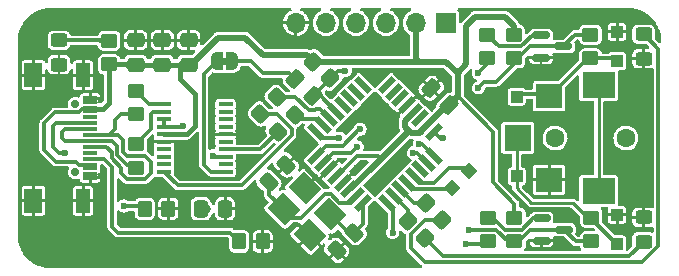
<source format=gbr>
%TF.GenerationSoftware,KiCad,Pcbnew,(6.0.7)*%
%TF.CreationDate,2023-10-13T17:42:20-04:00*%
%TF.ProjectId,microkfd,6d696372-6f6b-4666-942e-6b696361645f,A.1*%
%TF.SameCoordinates,Original*%
%TF.FileFunction,Copper,L1,Top*%
%TF.FilePolarity,Positive*%
%FSLAX46Y46*%
G04 Gerber Fmt 4.6, Leading zero omitted, Abs format (unit mm)*
G04 Created by KiCad (PCBNEW (6.0.7)) date 2023-10-13 17:42:20*
%MOMM*%
%LPD*%
G01*
G04 APERTURE LIST*
G04 Aperture macros list*
%AMRoundRect*
0 Rectangle with rounded corners*
0 $1 Rounding radius*
0 $2 $3 $4 $5 $6 $7 $8 $9 X,Y pos of 4 corners*
0 Add a 4 corners polygon primitive as box body*
4,1,4,$2,$3,$4,$5,$6,$7,$8,$9,$2,$3,0*
0 Add four circle primitives for the rounded corners*
1,1,$1+$1,$2,$3*
1,1,$1+$1,$4,$5*
1,1,$1+$1,$6,$7*
1,1,$1+$1,$8,$9*
0 Add four rect primitives between the rounded corners*
20,1,$1+$1,$2,$3,$4,$5,0*
20,1,$1+$1,$4,$5,$6,$7,0*
20,1,$1+$1,$6,$7,$8,$9,0*
20,1,$1+$1,$8,$9,$2,$3,0*%
%AMRotRect*
0 Rectangle, with rotation*
0 The origin of the aperture is its center*
0 $1 length*
0 $2 width*
0 $3 Rotation angle, in degrees counterclockwise*
0 Add horizontal line*
21,1,$1,$2,0,0,$3*%
%AMFreePoly0*
4,1,22,0.500000,-0.750000,0.000000,-0.750000,0.000000,-0.745033,-0.079941,-0.743568,-0.215256,-0.701293,-0.333266,-0.622738,-0.424486,-0.514219,-0.481581,-0.384460,-0.499164,-0.250000,-0.500000,-0.250000,-0.500000,0.250000,-0.499164,0.250000,-0.499963,0.256109,-0.478152,0.396186,-0.417904,0.524511,-0.324060,0.630769,-0.204165,0.706417,-0.067858,0.745374,0.000000,0.744959,0.000000,0.750000,
0.500000,0.750000,0.500000,-0.750000,0.500000,-0.750000,$1*%
%AMFreePoly1*
4,1,20,0.000000,0.744959,0.073905,0.744508,0.209726,0.703889,0.328688,0.626782,0.421226,0.519385,0.479903,0.390333,0.500000,0.250000,0.500000,-0.250000,0.499851,-0.262216,0.476331,-0.402017,0.414519,-0.529596,0.319384,-0.634700,0.198574,-0.708877,0.061801,-0.746166,0.000000,-0.745033,0.000000,-0.750000,-0.500000,-0.750000,-0.500000,0.750000,0.000000,0.750000,0.000000,0.744959,
0.000000,0.744959,$1*%
G04 Aperture macros list end*
%TA.AperFunction,WasherPad*%
%ADD10C,0.700000*%
%TD*%
%TA.AperFunction,SMDPad,CuDef*%
%ADD11R,1.200000X0.300000*%
%TD*%
%TA.AperFunction,SMDPad,CuDef*%
%ADD12R,1.200000X2.000000*%
%TD*%
%TA.AperFunction,SMDPad,CuDef*%
%ADD13R,1.500000X2.000000*%
%TD*%
%TA.AperFunction,SMDPad,CuDef*%
%ADD14RoundRect,0.250000X0.450000X-0.325000X0.450000X0.325000X-0.450000X0.325000X-0.450000X-0.325000X0*%
%TD*%
%TA.AperFunction,SMDPad,CuDef*%
%ADD15RoundRect,0.150000X-0.587500X-0.150000X0.587500X-0.150000X0.587500X0.150000X-0.587500X0.150000X0*%
%TD*%
%TA.AperFunction,SMDPad,CuDef*%
%ADD16R,1.200000X0.400000*%
%TD*%
%TA.AperFunction,SMDPad,CuDef*%
%ADD17RoundRect,0.250000X0.070711X-0.565685X0.565685X-0.070711X-0.070711X0.565685X-0.565685X0.070711X0*%
%TD*%
%TA.AperFunction,SMDPad,CuDef*%
%ADD18RoundRect,0.250000X0.097227X-0.574524X0.574524X-0.097227X-0.097227X0.574524X-0.574524X0.097227X0*%
%TD*%
%TA.AperFunction,SMDPad,CuDef*%
%ADD19RoundRect,0.250000X-0.337500X-0.475000X0.337500X-0.475000X0.337500X0.475000X-0.337500X0.475000X0*%
%TD*%
%TA.AperFunction,SMDPad,CuDef*%
%ADD20RoundRect,0.250000X-0.450000X0.350000X-0.450000X-0.350000X0.450000X-0.350000X0.450000X0.350000X0*%
%TD*%
%TA.AperFunction,SMDPad,CuDef*%
%ADD21RoundRect,0.250000X0.565685X0.070711X0.070711X0.565685X-0.565685X-0.070711X-0.070711X-0.565685X0*%
%TD*%
%TA.AperFunction,SMDPad,CuDef*%
%ADD22RoundRect,0.250000X-0.574524X-0.097227X-0.097227X-0.574524X0.574524X0.097227X0.097227X0.574524X0*%
%TD*%
%TA.AperFunction,SMDPad,CuDef*%
%ADD23R,1.000000X1.000000*%
%TD*%
%TA.AperFunction,SMDPad,CuDef*%
%ADD24RoundRect,0.250000X0.350000X0.450000X-0.350000X0.450000X-0.350000X-0.450000X0.350000X-0.450000X0*%
%TD*%
%TA.AperFunction,SMDPad,CuDef*%
%ADD25RotRect,2.100000X1.800000X135.000000*%
%TD*%
%TA.AperFunction,SMDPad,CuDef*%
%ADD26RoundRect,0.250000X-0.450000X0.325000X-0.450000X-0.325000X0.450000X-0.325000X0.450000X0.325000X0*%
%TD*%
%TA.AperFunction,SMDPad,CuDef*%
%ADD27RoundRect,0.250000X-0.097227X0.574524X-0.574524X0.097227X0.097227X-0.574524X0.574524X-0.097227X0*%
%TD*%
%TA.AperFunction,SMDPad,CuDef*%
%ADD28RotRect,1.600000X0.550000X45.000000*%
%TD*%
%TA.AperFunction,SMDPad,CuDef*%
%ADD29RotRect,1.600000X0.550000X135.000000*%
%TD*%
%TA.AperFunction,SMDPad,CuDef*%
%ADD30RoundRect,0.250000X0.475000X-0.337500X0.475000X0.337500X-0.475000X0.337500X-0.475000X-0.337500X0*%
%TD*%
%TA.AperFunction,SMDPad,CuDef*%
%ADD31RoundRect,0.250000X0.450000X-0.350000X0.450000X0.350000X-0.450000X0.350000X-0.450000X-0.350000X0*%
%TD*%
%TA.AperFunction,SMDPad,CuDef*%
%ADD32FreePoly0,0.000000*%
%TD*%
%TA.AperFunction,SMDPad,CuDef*%
%ADD33FreePoly1,0.000000*%
%TD*%
%TA.AperFunction,WasherPad*%
%ADD34C,1.600000*%
%TD*%
%TA.AperFunction,SMDPad,CuDef*%
%ADD35R,2.300000X2.200000*%
%TD*%
%TA.AperFunction,SMDPad,CuDef*%
%ADD36R,2.800000X2.200000*%
%TD*%
%TA.AperFunction,SMDPad,CuDef*%
%ADD37R,2.200000X2.100000*%
%TD*%
%TA.AperFunction,ComponentPad*%
%ADD38R,1.700000X1.700000*%
%TD*%
%TA.AperFunction,ComponentPad*%
%ADD39O,1.700000X1.700000*%
%TD*%
%TA.AperFunction,SMDPad,CuDef*%
%ADD40RotRect,1.000000X1.000000X45.000000*%
%TD*%
%TA.AperFunction,SMDPad,CuDef*%
%ADD41RotRect,1.000000X1.000000X315.000000*%
%TD*%
%TA.AperFunction,SMDPad,CuDef*%
%ADD42RoundRect,0.250000X-0.475000X0.337500X-0.475000X-0.337500X0.475000X-0.337500X0.475000X0.337500X0*%
%TD*%
%TA.AperFunction,ViaPad*%
%ADD43C,0.600000*%
%TD*%
%TA.AperFunction,ViaPad*%
%ADD44C,0.800000*%
%TD*%
%TA.AperFunction,Conductor*%
%ADD45C,0.300000*%
%TD*%
%TA.AperFunction,Conductor*%
%ADD46C,0.400000*%
%TD*%
%TA.AperFunction,Conductor*%
%ADD47C,0.500000*%
%TD*%
%TA.AperFunction,Conductor*%
%ADD48C,0.250000*%
%TD*%
G04 APERTURE END LIST*
%TO.C,JP1*%
G36*
X111500000Y-93800000D02*
G01*
X111000000Y-93800000D01*
X111000000Y-93200000D01*
X111500000Y-93200000D01*
X111500000Y-93800000D01*
G37*
%TD*%
D10*
%TO.P,J1,*%
%TO.N,*%
X98617500Y-97110000D03*
X98617500Y-102890000D03*
D11*
%TO.P,J1,A1,GND*%
%TO.N,GND*%
X99887500Y-96625000D03*
%TO.P,J1,A4,VBUS*%
%TO.N,+5V*%
X99887500Y-97425000D03*
%TO.P,J1,A5,CC1*%
%TO.N,Net-(J1-PadA5)*%
X99887500Y-98750000D03*
%TO.P,J1,A6,D+*%
%TO.N,Net-(J1-PadA6)*%
X99887500Y-99750000D03*
%TO.P,J1,A7,D-*%
%TO.N,Net-(J1-PadA7)*%
X99887500Y-100250000D03*
%TO.P,J1,A8,SBU1*%
%TO.N,unconnected-(J1-PadA8)*%
X99887500Y-101250000D03*
%TO.P,J1,A9,VBUS*%
%TO.N,+5V*%
X99887500Y-102575000D03*
%TO.P,J1,A12,GND*%
%TO.N,GND*%
X99887500Y-103375000D03*
%TO.P,J1,B1,GND*%
X99887500Y-103075000D03*
%TO.P,J1,B4,VBUS*%
%TO.N,+5V*%
X99887500Y-102275000D03*
%TO.P,J1,B5,CC2*%
%TO.N,Net-(J1-PadB5)*%
X99887500Y-101750000D03*
%TO.P,J1,B6,D+*%
%TO.N,Net-(J1-PadA6)*%
X99887500Y-100750000D03*
%TO.P,J1,B7,D-*%
%TO.N,Net-(J1-PadA7)*%
X99887500Y-99250000D03*
%TO.P,J1,B8,SBU2*%
%TO.N,unconnected-(J1-PadB8)*%
X99887500Y-98250000D03*
%TO.P,J1,B9,VBUS*%
%TO.N,+5V*%
X99887500Y-97725000D03*
%TO.P,J1,B12,GND*%
%TO.N,GND*%
X99887500Y-96925000D03*
D12*
%TO.P,J1,S1,SHIELD*%
X99287500Y-94680000D03*
D13*
X95087500Y-105320000D03*
X95087500Y-94680000D03*
D12*
X99287500Y-105320000D03*
%TD*%
D14*
%TO.P,D2,1,K*%
%TO.N,GND*%
X146750000Y-93275000D03*
%TO.P,D2,2,A*%
%TO.N,Net-(D2-Pad2)*%
X146750000Y-91225000D03*
%TD*%
D15*
%TO.P,Q2,1,B*%
%TO.N,Net-(Q2-Pad1)*%
X138125000Y-106800000D03*
%TO.P,Q2,2,E*%
%TO.N,GND*%
X138125000Y-108700000D03*
%TO.P,Q2,3,C*%
%TO.N,TWI_S_RX*%
X140000000Y-107750000D03*
%TD*%
D16*
%TO.P,U1,1,~{DTR}*%
%TO.N,Net-(JP1-Pad1)*%
X111350000Y-102857500D03*
%TO.P,U1,2,~{RTS}*%
%TO.N,unconnected-(U1-Pad2)*%
X111350000Y-102222500D03*
%TO.P,U1,3,VCCIO*%
%TO.N,Net-(C3-Pad1)*%
X111350000Y-101587500D03*
%TO.P,U1,4,RXD*%
%TO.N,S_RX*%
X111350000Y-100952500D03*
%TO.P,U1,5,~{RI}*%
%TO.N,unconnected-(U1-Pad5)*%
X111350000Y-100317500D03*
%TO.P,U1,6,GND*%
%TO.N,GND*%
X111350000Y-99682500D03*
%TO.P,U1,7,~{DSR}*%
%TO.N,unconnected-(U1-Pad7)*%
X111350000Y-99047500D03*
%TO.P,U1,8,~{DCD}*%
%TO.N,unconnected-(U1-Pad8)*%
X111350000Y-98412500D03*
%TO.P,U1,9,~{CTS}*%
%TO.N,unconnected-(U1-Pad9)*%
X111350000Y-97777500D03*
%TO.P,U1,10,CBUS2*%
%TO.N,unconnected-(U1-Pad10)*%
X111350000Y-97142500D03*
%TO.P,U1,11,USBDP*%
%TO.N,/USB_D+*%
X106150000Y-97142500D03*
%TO.P,U1,12,USBDM*%
%TO.N,/USB_D-*%
X106150000Y-97777500D03*
%TO.P,U1,13,3V3OUT*%
%TO.N,Net-(C3-Pad1)*%
X106150000Y-98412500D03*
%TO.P,U1,14,~{RESET}*%
X106150000Y-99047500D03*
%TO.P,U1,15,VCC*%
%TO.N,+5V*%
X106150000Y-99682500D03*
%TO.P,U1,16,GND*%
%TO.N,GND*%
X106150000Y-100317500D03*
%TO.P,U1,17,CBUS1*%
%TO.N,unconnected-(U1-Pad17)*%
X106150000Y-100952500D03*
%TO.P,U1,18,CBUS0*%
%TO.N,unconnected-(U1-Pad18)*%
X106150000Y-101587500D03*
%TO.P,U1,19,CBUS3*%
%TO.N,unconnected-(U1-Pad19)*%
X106150000Y-102222500D03*
%TO.P,U1,20,TXD*%
%TO.N,S_TX*%
X106150000Y-102857500D03*
%TD*%
D17*
%TO.P,R7,1*%
%TO.N,S_RX*%
X115792893Y-99457107D03*
%TO.P,R7,2*%
%TO.N,Net-(R7-Pad2)*%
X117207107Y-98042893D03*
%TD*%
D18*
%TO.P,C7,1*%
%TO.N,GND*%
X120766377Y-109483623D03*
%TO.P,C7,2*%
%TO.N,Net-(C7-Pad2)*%
X122233623Y-108016377D03*
%TD*%
D19*
%TO.P,C3,1*%
%TO.N,Net-(C3-Pad1)*%
X109250000Y-106000000D03*
%TO.P,C3,2*%
%TO.N,GND*%
X111325000Y-106000000D03*
%TD*%
D20*
%TO.P,R4,1*%
%TO.N,Net-(D3-Pad2)*%
X101500000Y-91750000D03*
%TO.P,R4,2*%
%TO.N,+5V*%
X101500000Y-93750000D03*
%TD*%
%TO.P,R13,1*%
%TO.N,Net-(Q2-Pad1)*%
X133562500Y-106750000D03*
%TO.P,R13,2*%
%TO.N,TWI_S_TX*%
X133562500Y-108750000D03*
%TD*%
D21*
%TO.P,R9,1*%
%TO.N,Net-(D2-Pad2)*%
X129707107Y-106957107D03*
%TO.P,R9,2*%
%TO.N,Net-(R9-Pad2)*%
X128292893Y-105542893D03*
%TD*%
D22*
%TO.P,C5,1*%
%TO.N,GND*%
X128766377Y-95766377D03*
%TO.P,C5,2*%
%TO.N,+5V*%
X130233623Y-97233623D03*
%TD*%
D20*
%TO.P,R2,1*%
%TO.N,/USB_D-*%
X103750000Y-100500000D03*
%TO.P,R2,2*%
%TO.N,Net-(J1-PadA7)*%
X103750000Y-102500000D03*
%TD*%
D23*
%TO.P,TP4,1,1*%
%TO.N,KFD_SENSE*%
X136000000Y-103250000D03*
%TD*%
D24*
%TO.P,R5,1*%
%TO.N,GND*%
X106500000Y-106000000D03*
%TO.P,R5,2*%
%TO.N,Net-(J1-PadA5)*%
X104500000Y-106000000D03*
%TD*%
D25*
%TO.P,Y1,1,1*%
%TO.N,Net-(C7-Pad2)*%
X120229899Y-106462132D03*
%TO.P,Y1,2,2*%
%TO.N,GND*%
X118037868Y-104270101D03*
%TO.P,Y1,3,3*%
%TO.N,Net-(C8-Pad2)*%
X116270101Y-106037868D03*
%TO.P,Y1,4,4*%
%TO.N,GND*%
X118462132Y-108229899D03*
%TD*%
D24*
%TO.P,R10,1*%
%TO.N,GND*%
X114500000Y-108750000D03*
%TO.P,R10,2*%
%TO.N,Net-(J1-PadB5)*%
X112500000Y-108750000D03*
%TD*%
D26*
%TO.P,D1,1,K*%
%TO.N,GND*%
X146750000Y-106725000D03*
%TO.P,D1,2,A*%
%TO.N,Net-(D1-Pad2)*%
X146750000Y-108775000D03*
%TD*%
D27*
%TO.P,C8,1*%
%TO.N,GND*%
X116483623Y-102266377D03*
%TO.P,C8,2*%
%TO.N,Net-(C8-Pad2)*%
X115016377Y-103733623D03*
%TD*%
D28*
%TO.P,U2,1,PD3*%
%TO.N,TWI_D_RX*%
X119014897Y-101525305D03*
%TO.P,U2,2,PD4*%
%TO.N,TWI_S_TX*%
X119580583Y-102090990D03*
%TO.P,U2,3,GND*%
%TO.N,GND*%
X120146268Y-102656676D03*
%TO.P,U2,4,VCC*%
%TO.N,+5V*%
X120711953Y-103222361D03*
%TO.P,U2,5,GND*%
%TO.N,GND*%
X121277639Y-103788047D03*
%TO.P,U2,6,VCC*%
%TO.N,+5V*%
X121843324Y-104353732D03*
%TO.P,U2,7,XTAL1/PB6*%
%TO.N,Net-(C8-Pad2)*%
X122409010Y-104919417D03*
%TO.P,U2,8,XTAL2/PB7*%
%TO.N,Net-(C7-Pad2)*%
X122974695Y-105485103D03*
D29*
%TO.P,U2,9,PD5*%
%TO.N,TWI_D_TX*%
X125025305Y-105485103D03*
%TO.P,U2,10,PD6*%
%TO.N,Net-(R8-Pad2)*%
X125590990Y-104919417D03*
%TO.P,U2,11,PD7*%
%TO.N,Net-(R9-Pad2)*%
X126156676Y-104353732D03*
%TO.P,U2,12,PB0*%
%TO.N,GPIO1*%
X126722361Y-103788047D03*
%TO.P,U2,13,PB1*%
%TO.N,GPIO2*%
X127288047Y-103222361D03*
%TO.P,U2,14,PB2*%
%TO.N,unconnected-(U2-Pad14)*%
X127853732Y-102656676D03*
%TO.P,U2,15,PB3*%
%TO.N,MOSI*%
X128419417Y-102090990D03*
%TO.P,U2,16,PB4*%
%TO.N,MISO*%
X128985103Y-101525305D03*
D28*
%TO.P,U2,17,PB5*%
%TO.N,SCK*%
X128985103Y-99474695D03*
%TO.P,U2,18,AVCC*%
%TO.N,+5V*%
X128419417Y-98909010D03*
%TO.P,U2,19,ADC6*%
%TO.N,unconnected-(U2-Pad19)*%
X127853732Y-98343324D03*
%TO.P,U2,20,AREF*%
%TO.N,+5V*%
X127288047Y-97777639D03*
%TO.P,U2,21,GND*%
%TO.N,GND*%
X126722361Y-97211953D03*
%TO.P,U2,22,ADC7*%
%TO.N,unconnected-(U2-Pad22)*%
X126156676Y-96646268D03*
%TO.P,U2,23,PC0*%
%TO.N,unconnected-(U2-Pad23)*%
X125590990Y-96080583D03*
%TO.P,U2,24,PC1*%
%TO.N,unconnected-(U2-Pad24)*%
X125025305Y-95514897D03*
D29*
%TO.P,U2,25,PC2*%
%TO.N,unconnected-(U2-Pad25)*%
X122974695Y-95514897D03*
%TO.P,U2,26,PC3*%
%TO.N,unconnected-(U2-Pad26)*%
X122409010Y-96080583D03*
%TO.P,U2,27,PC4*%
%TO.N,unconnected-(U2-Pad27)*%
X121843324Y-96646268D03*
%TO.P,U2,28,PC5*%
%TO.N,unconnected-(U2-Pad28)*%
X121277639Y-97211953D03*
%TO.P,U2,29,~{RESET}/PC6*%
%TO.N,~{RESET}*%
X120711953Y-97777639D03*
%TO.P,U2,30,PD0*%
%TO.N,Net-(R6-Pad2)*%
X120146268Y-98343324D03*
%TO.P,U2,31,PD1*%
%TO.N,Net-(R7-Pad2)*%
X119580583Y-98909010D03*
%TO.P,U2,32,PD2*%
%TO.N,TWI_S_RX*%
X119014897Y-99474695D03*
%TD*%
D30*
%TO.P,C2,1*%
%TO.N,+5V*%
X103750000Y-93787500D03*
%TO.P,C2,2*%
%TO.N,GND*%
X103750000Y-91712500D03*
%TD*%
D31*
%TO.P,R14,1*%
%TO.N,TWI_D_RX*%
X135750000Y-93250000D03*
%TO.P,R14,2*%
%TO.N,+5V*%
X135750000Y-91250000D03*
%TD*%
D23*
%TO.P,TP3,1,1*%
%TO.N,KFD_DATA*%
X136000000Y-96500000D03*
%TD*%
D32*
%TO.P,JP1,1,A*%
%TO.N,Net-(JP1-Pad1)*%
X110600000Y-93500000D03*
D33*
%TO.P,JP1,2,B*%
%TO.N,Net-(C4-Pad1)*%
X111900000Y-93500000D03*
%TD*%
D22*
%TO.P,C4,1*%
%TO.N,Net-(C4-Pad1)*%
X117266377Y-95016377D03*
%TO.P,C4,2*%
%TO.N,~{RESET}*%
X118733623Y-96483623D03*
%TD*%
D21*
%TO.P,R8,1*%
%TO.N,Net-(D1-Pad2)*%
X128207107Y-108457107D03*
%TO.P,R8,2*%
%TO.N,Net-(R8-Pad2)*%
X126792893Y-107042893D03*
%TD*%
%TO.P,R3,1*%
%TO.N,~{RESET}*%
X120207107Y-94957107D03*
%TO.P,R3,2*%
%TO.N,+5V*%
X118792893Y-93542893D03*
%TD*%
D23*
%TO.P,D5,1,A1*%
%TO.N,GND*%
X144500000Y-106500000D03*
%TO.P,D5,2,A2*%
%TO.N,KFD_SENSE*%
X144500000Y-109000000D03*
%TD*%
D17*
%TO.P,R6,1*%
%TO.N,S_TX*%
X114292893Y-97957107D03*
%TO.P,R6,2*%
%TO.N,Net-(R6-Pad2)*%
X115707107Y-96542893D03*
%TD*%
D14*
%TO.P,D3,1,K*%
%TO.N,GND*%
X97250000Y-93775000D03*
%TO.P,D3,2,A*%
%TO.N,Net-(D3-Pad2)*%
X97250000Y-91725000D03*
%TD*%
D34*
%TO.P,J3,*%
%TO.N,*%
X139250000Y-100000000D03*
X145250000Y-100000000D03*
D35*
%TO.P,J3,R1*%
%TO.N,KFD_SENSE*%
X136100000Y-100000000D03*
D36*
%TO.P,J3,R2*%
%TO.N,unconnected-(J3-PadR2)*%
X142950000Y-104500000D03*
X142950000Y-95500000D03*
D37*
%TO.P,J3,S*%
%TO.N,GND*%
X138750000Y-103550000D03*
%TO.P,J3,T*%
%TO.N,KFD_DATA*%
X138750000Y-96450000D03*
%TD*%
D30*
%TO.P,C1,1*%
%TO.N,+5V*%
X108250000Y-93787500D03*
%TO.P,C1,2*%
%TO.N,GND*%
X108250000Y-91712500D03*
%TD*%
D31*
%TO.P,R15,1*%
%TO.N,TWI_S_RX*%
X135812500Y-108750000D03*
%TO.P,R15,2*%
%TO.N,+5V*%
X135812500Y-106750000D03*
%TD*%
D20*
%TO.P,R1,1*%
%TO.N,/USB_D+*%
X103750000Y-96000000D03*
%TO.P,R1,2*%
%TO.N,Net-(J1-PadA6)*%
X103750000Y-98000000D03*
%TD*%
D38*
%TO.P,J2,1,MISO*%
%TO.N,MISO*%
X130000000Y-90250000D03*
D39*
%TO.P,J2,2,VCC*%
%TO.N,+5V*%
X127460000Y-90250000D03*
%TO.P,J2,3,SCK*%
%TO.N,SCK*%
X124920000Y-90250000D03*
%TO.P,J2,4,MOSI*%
%TO.N,MOSI*%
X122380000Y-90250000D03*
%TO.P,J2,5,~{RST}*%
%TO.N,~{RESET}*%
X119840000Y-90250000D03*
%TO.P,J2,6,GND*%
%TO.N,GND*%
X117300000Y-90250000D03*
%TD*%
D20*
%TO.P,R12,1*%
%TO.N,Net-(Q1-Pad1)*%
X133500000Y-91250000D03*
%TO.P,R12,2*%
%TO.N,TWI_D_TX*%
X133500000Y-93250000D03*
%TD*%
D40*
%TO.P,TP1,1,1*%
%TO.N,GPIO1*%
X130500000Y-104250000D03*
%TD*%
D41*
%TO.P,TP2,1,1*%
%TO.N,GPIO2*%
X132000000Y-102750000D03*
%TD*%
D31*
%TO.P,R17,1*%
%TO.N,KFD_DATA*%
X142250000Y-93250000D03*
%TO.P,R17,2*%
%TO.N,TWI_D_RX*%
X142250000Y-91250000D03*
%TD*%
D23*
%TO.P,D4,1,A1*%
%TO.N,GND*%
X144500000Y-91000000D03*
%TO.P,D4,2,A2*%
%TO.N,KFD_DATA*%
X144500000Y-93500000D03*
%TD*%
D20*
%TO.P,R18,1*%
%TO.N,KFD_SENSE*%
X142312500Y-106750000D03*
%TO.P,R18,2*%
%TO.N,TWI_S_RX*%
X142312500Y-108750000D03*
%TD*%
D42*
%TO.P,C6,1*%
%TO.N,GND*%
X106000000Y-91712500D03*
%TO.P,C6,2*%
%TO.N,+5V*%
X106000000Y-93787500D03*
%TD*%
D15*
%TO.P,Q1,1,B*%
%TO.N,Net-(Q1-Pad1)*%
X138062500Y-91300000D03*
%TO.P,Q1,2,E*%
%TO.N,GND*%
X138062500Y-93200000D03*
%TO.P,Q1,3,C*%
%TO.N,TWI_D_RX*%
X139937500Y-92250000D03*
%TD*%
D43*
%TO.N,GND*%
X94250000Y-103000000D03*
X94250000Y-101750000D03*
X94250000Y-100500000D03*
X94250000Y-99250000D03*
X94250000Y-98000000D03*
X94250000Y-96750000D03*
X94250000Y-93000000D03*
X94250000Y-91500000D03*
X94750000Y-90250000D03*
X96000000Y-89500000D03*
X97500000Y-89250000D03*
X98750000Y-89250000D03*
X113750000Y-95750000D03*
X100000000Y-89250000D03*
X124000000Y-106500000D03*
X107750000Y-102000000D03*
X112750000Y-95750000D03*
X125000000Y-110500000D03*
X147250000Y-101250000D03*
X126500000Y-94500000D03*
X147250000Y-102500000D03*
X110000000Y-89250000D03*
X113750000Y-110500000D03*
X108750000Y-89250000D03*
X146250000Y-105000000D03*
X113750000Y-89250000D03*
X107750000Y-103000000D03*
X146250000Y-103750000D03*
X117250000Y-100500000D03*
X103750000Y-89250000D03*
X94250000Y-107500000D03*
X108500000Y-101500000D03*
X106250000Y-89250000D03*
X123750000Y-104000000D03*
X147250000Y-105000000D03*
X147250000Y-103750000D03*
X146250000Y-102500000D03*
X118750000Y-110500000D03*
X123750000Y-110500000D03*
X122500000Y-110500000D03*
X115000000Y-89250000D03*
X122750000Y-98250000D03*
X127250000Y-95250000D03*
X112500000Y-89250000D03*
X102500000Y-89250000D03*
X128000000Y-94500000D03*
X147250000Y-98750000D03*
X118000000Y-99750000D03*
X139750000Y-109000000D03*
X121750000Y-99000000D03*
X124500000Y-103250000D03*
X146250000Y-101250000D03*
X95250000Y-110000000D03*
X111750000Y-95750000D03*
X146250000Y-98750000D03*
X126250000Y-110500000D03*
X111250000Y-89250000D03*
X147250000Y-100000000D03*
X117500000Y-110500000D03*
X115000000Y-110500000D03*
X105000000Y-89250000D03*
X107750000Y-101000000D03*
X94500000Y-109000000D03*
X107500000Y-89250000D03*
X118000000Y-101250000D03*
X101250000Y-89250000D03*
X122500000Y-102500000D03*
X112750000Y-96750000D03*
X124000000Y-107750000D03*
X116250000Y-110500000D03*
%TO.N,~{RESET}*%
X121500000Y-94292393D03*
%TO.N,TWI_D_RX*%
X132750000Y-95750000D03*
X122750000Y-99250000D03*
%TO.N,TWI_S_RX*%
X121000000Y-100000000D03*
X132000000Y-107750000D03*
%TO.N,MISO*%
X127750000Y-100500000D03*
%TO.N,SCK*%
X129750000Y-100000000D03*
%TO.N,MOSI*%
X127250000Y-101250000D03*
%TO.N,TWI_D_TX*%
X132750000Y-94500000D03*
X125500000Y-108000000D03*
%TO.N,TWI_S_TX*%
X122500000Y-100750000D03*
X131750000Y-109000000D03*
D44*
%TO.N,Net-(C3-Pad1)*%
X109713000Y-106000000D03*
D43*
X110250000Y-101500000D03*
X107750000Y-98983000D03*
%TO.N,Net-(J1-PadA5)*%
X97750000Y-101250000D03*
X102750000Y-105750000D03*
%TD*%
D45*
%TO.N,+5V*%
X98962500Y-102275000D02*
X99887500Y-102275000D01*
X96000000Y-101000000D02*
X97000000Y-102000000D01*
X97000000Y-102000000D02*
X98687500Y-102000000D01*
X98687500Y-102000000D02*
X98962500Y-102275000D01*
X96000000Y-98750000D02*
X96000000Y-101000000D01*
X98910000Y-97835001D02*
X96914999Y-97835001D01*
X99195001Y-97550000D02*
X98910000Y-97835001D01*
X99985000Y-97550000D02*
X99195001Y-97550000D01*
X96914999Y-97835001D02*
X96000000Y-98750000D01*
%TO.N,Net-(J1-PadB5)*%
X102250000Y-108000000D02*
X111750000Y-108000000D01*
X101750000Y-102457106D02*
X101750000Y-107500000D01*
X99985000Y-101750000D02*
X101042893Y-101750000D01*
X101042893Y-101750000D02*
X101750000Y-102457106D01*
X101750000Y-107500000D02*
X102250000Y-108000000D01*
X111750000Y-108000000D02*
X112500000Y-108750000D01*
D46*
%TO.N,+5V*%
X100950000Y-97550000D02*
X99985000Y-97550000D01*
X101500000Y-97000000D02*
X100950000Y-97550000D01*
X101500000Y-93750000D02*
X101500000Y-97000000D01*
X103000000Y-93787500D02*
X102962500Y-93750000D01*
X107500000Y-93787500D02*
X103000000Y-93787500D01*
X102962500Y-93750000D02*
X101500000Y-93750000D01*
D45*
%TO.N,Net-(D3-Pad2)*%
X100725000Y-91725000D02*
X100750000Y-91750000D01*
X97250000Y-91725000D02*
X100725000Y-91725000D01*
D47*
%TO.N,+5V*%
X108462500Y-93787500D02*
X107500000Y-93787500D01*
X110750000Y-91500000D02*
X108462500Y-93787500D01*
X113000000Y-91500000D02*
X110750000Y-91500000D01*
X114500000Y-93000000D02*
X113000000Y-91500000D01*
X118250000Y-93000000D02*
X114500000Y-93000000D01*
X118792893Y-93542893D02*
X118250000Y-93000000D01*
X135750000Y-91250000D02*
X135750000Y-90500000D01*
X128419417Y-98909010D02*
X127774963Y-99553464D01*
X126537527Y-99037527D02*
X126537527Y-98528159D01*
D45*
X120777639Y-103222361D02*
X122500000Y-101500000D01*
X120711953Y-103222361D02*
X120777639Y-103222361D01*
D47*
X124500000Y-101750000D02*
X126875000Y-99375000D01*
X135000000Y-89750000D02*
X132500000Y-89750000D01*
D45*
X134000000Y-99467246D02*
X134000000Y-103750000D01*
X131000000Y-96467246D02*
X134000000Y-99467246D01*
D47*
X128419417Y-98909010D02*
X130094804Y-97233623D01*
X131750000Y-93750000D02*
X131000000Y-94500000D01*
D46*
X107500000Y-93787500D02*
X107500000Y-95000000D01*
D47*
X127774963Y-99553464D02*
X127053464Y-99553464D01*
X131000000Y-96467246D02*
X130233623Y-97233623D01*
X126537527Y-98528159D02*
X127288047Y-97777639D01*
X127460000Y-90250000D02*
X127460000Y-93295786D01*
D45*
X122500000Y-101500000D02*
X124250000Y-101500000D01*
D47*
X126875000Y-99375000D02*
X126537527Y-99037527D01*
X135750000Y-90500000D02*
X135000000Y-89750000D01*
X131000000Y-94500000D02*
X131000000Y-96467246D01*
X118792893Y-93542893D02*
X127707107Y-93542893D01*
X130094804Y-97233623D02*
X130233623Y-97233623D01*
X127460000Y-93295786D02*
X127707107Y-93542893D01*
X121843324Y-104353732D02*
X121896268Y-104353732D01*
X121896268Y-104353732D02*
X124000000Y-102250000D01*
D46*
X108750000Y-96250000D02*
X108750000Y-99000000D01*
X107500000Y-95000000D02*
X108750000Y-96250000D01*
D45*
X134000000Y-103750000D02*
X135812500Y-105562500D01*
X135812500Y-105562500D02*
X135812500Y-106750000D01*
D46*
X108067500Y-99682500D02*
X106150000Y-99682500D01*
D47*
X127053464Y-99553464D02*
X126875000Y-99375000D01*
X124000000Y-102250000D02*
X124500000Y-101750000D01*
X131750000Y-90500000D02*
X131750000Y-93750000D01*
X132500000Y-89750000D02*
X131750000Y-90500000D01*
D46*
X108750000Y-99000000D02*
X108067500Y-99682500D01*
D47*
X130042893Y-93542893D02*
X131000000Y-94500000D01*
X127707107Y-93542893D02*
X130042893Y-93542893D01*
D45*
X124250000Y-101500000D02*
X124500000Y-101750000D01*
%TO.N,~{RESET}*%
X119417937Y-96483623D02*
X120711953Y-97777639D01*
X120207107Y-94957107D02*
X120207107Y-95010139D01*
X120871821Y-94292393D02*
X120207107Y-94957107D01*
X121500000Y-94292393D02*
X120871821Y-94292393D01*
X118733623Y-96483623D02*
X119417937Y-96483623D01*
X120207107Y-95010139D02*
X118733623Y-96483623D01*
%TO.N,Net-(D1-Pad2)*%
X128207107Y-108457107D02*
X129750000Y-110000000D01*
X129750000Y-110000000D02*
X145525000Y-110000000D01*
X145525000Y-110000000D02*
X146750000Y-108775000D01*
%TO.N,Net-(D2-Pad2)*%
X127041422Y-108137866D02*
X127041422Y-109291422D01*
X128222181Y-106957107D02*
X127041422Y-108137866D01*
X128250000Y-110500000D02*
X146648528Y-110500000D01*
X148000000Y-109148528D02*
X148000000Y-92475000D01*
X129707107Y-106957107D02*
X128222181Y-106957107D01*
X127041422Y-109291422D02*
X128250000Y-110500000D01*
X146648528Y-110500000D02*
X148000000Y-109148528D01*
X148000000Y-92475000D02*
X146750000Y-91225000D01*
%TO.N,TWI_D_RX*%
X132750000Y-95750000D02*
X133250000Y-95250000D01*
X135750000Y-93750000D02*
X135750000Y-93250000D01*
X134250000Y-95250000D02*
X135750000Y-93750000D01*
X136105634Y-93250000D02*
X135750000Y-93250000D01*
X121269239Y-100650000D02*
X122669239Y-99250000D01*
X137105634Y-92250000D02*
X136105634Y-93250000D01*
X122669239Y-99250000D02*
X122750000Y-99250000D01*
X133250000Y-95250000D02*
X134250000Y-95250000D01*
X121000000Y-100650000D02*
X121180761Y-100650000D01*
X140937500Y-91250000D02*
X139937500Y-92250000D01*
X119890202Y-100650000D02*
X121000000Y-100650000D01*
X139937500Y-92250000D02*
X137105634Y-92250000D01*
X119014897Y-101525305D02*
X119890202Y-100650000D01*
X121180761Y-100650000D02*
X121269239Y-100650000D01*
X142250000Y-91250000D02*
X140937500Y-91250000D01*
%TO.N,TWI_S_RX*%
X120980850Y-100019150D02*
X121000000Y-100000000D01*
X135812500Y-108750000D02*
X135250000Y-108750000D01*
X119014897Y-99474695D02*
X119559352Y-100019150D01*
X134250000Y-107750000D02*
X132000000Y-107750000D01*
X140000000Y-107750000D02*
X137168134Y-107750000D01*
X135250000Y-108750000D02*
X134250000Y-107750000D01*
X141000000Y-108750000D02*
X140000000Y-107750000D01*
X136168134Y-108750000D02*
X135812500Y-108750000D01*
X119559352Y-100019150D02*
X120980850Y-100019150D01*
X137168134Y-107750000D02*
X136168134Y-108750000D01*
X142312500Y-108750000D02*
X141000000Y-108750000D01*
%TO.N,MISO*%
X127959798Y-100500000D02*
X128985103Y-101525305D01*
X127750000Y-100500000D02*
X127959798Y-100500000D01*
%TO.N,SCK*%
X129510408Y-100000000D02*
X128985103Y-99474695D01*
X129750000Y-100000000D02*
X129510408Y-100000000D01*
%TO.N,MOSI*%
X127250000Y-101250000D02*
X127578427Y-101250000D01*
X127578427Y-101250000D02*
X128419417Y-102090990D01*
D48*
%TO.N,KFD_SENSE*%
X142000000Y-106750000D02*
X142312500Y-106750000D01*
D45*
X142312500Y-107000000D02*
X142312500Y-106750000D01*
D48*
X136000000Y-103250000D02*
X136000000Y-104250000D01*
X140750000Y-105500000D02*
X142000000Y-106750000D01*
X136000000Y-103250000D02*
X136000000Y-100100000D01*
X136000000Y-100100000D02*
X136100000Y-100000000D01*
D45*
X144500000Y-109000000D02*
X142500000Y-107000000D01*
D48*
X137250000Y-105500000D02*
X140750000Y-105500000D01*
X136000000Y-104250000D02*
X137250000Y-105500000D01*
D45*
%TO.N,KFD_DATA*%
X142000000Y-93250000D02*
X142250000Y-93250000D01*
X142000000Y-93250000D02*
X144250000Y-93250000D01*
X138950000Y-96300000D02*
X136200000Y-96300000D01*
X144250000Y-93250000D02*
X144500000Y-93500000D01*
X136200000Y-96300000D02*
X136000000Y-96500000D01*
X142000000Y-93250000D02*
X138950000Y-96300000D01*
%TO.N,Net-(JP1-Pad1)*%
X109500000Y-102250000D02*
X109500000Y-94600000D01*
X109500000Y-94600000D02*
X110600000Y-93500000D01*
X111350000Y-102857500D02*
X110107500Y-102857500D01*
X110107500Y-102857500D02*
X109500000Y-102250000D01*
%TO.N,Net-(Q1-Pad1)*%
X134500000Y-92250000D02*
X136398528Y-92250000D01*
X137348528Y-91300000D02*
X138062500Y-91300000D01*
X136398528Y-92250000D02*
X137348528Y-91300000D01*
X133500000Y-91250000D02*
X134500000Y-92250000D01*
%TO.N,Net-(Q2-Pad1)*%
X135000000Y-107750000D02*
X135250000Y-107750000D01*
X135250000Y-107750000D02*
X136461028Y-107750000D01*
X136461028Y-107750000D02*
X137411028Y-106800000D01*
X137411028Y-106800000D02*
X138125000Y-106800000D01*
X134000000Y-106750000D02*
X135000000Y-107750000D01*
X133562500Y-106750000D02*
X134000000Y-106750000D01*
%TO.N,Net-(J1-PadA6)*%
X102000000Y-98500000D02*
X102500000Y-98000000D01*
X99985000Y-99750000D02*
X101250000Y-99750000D01*
X102500000Y-102500000D02*
X101700000Y-101700000D01*
X105000000Y-102000000D02*
X105000000Y-103000000D01*
X104500000Y-101500000D02*
X105000000Y-102000000D01*
X101700000Y-101700000D02*
X101700000Y-101200000D01*
X101250000Y-100750000D02*
X99985000Y-100750000D01*
X104500000Y-103500000D02*
X103000000Y-103500000D01*
X102500000Y-103000000D02*
X102500000Y-102500000D01*
X102250000Y-99750000D02*
X102700000Y-100200000D01*
X102700000Y-100200000D02*
X102700000Y-101200000D01*
X103000000Y-103500000D02*
X102500000Y-103000000D01*
X101700000Y-101200000D02*
X101250000Y-100750000D01*
X105000000Y-103000000D02*
X104500000Y-103500000D01*
X103000000Y-101500000D02*
X104500000Y-101500000D01*
X101250000Y-99750000D02*
X101500000Y-99750000D01*
X101500000Y-99750000D02*
X102000000Y-99250000D01*
X102500000Y-98000000D02*
X103750000Y-98000000D01*
X102700000Y-101200000D02*
X103000000Y-101500000D01*
X101250000Y-99750000D02*
X102250000Y-99750000D01*
X102000000Y-99250000D02*
X102000000Y-98500000D01*
%TO.N,Net-(J1-PadA7)*%
X102200000Y-101450000D02*
X103000000Y-102250000D01*
X101750000Y-100250000D02*
X102200000Y-100700000D01*
X99985000Y-99250000D02*
X97750000Y-99250000D01*
X97750000Y-99250000D02*
X97500000Y-99500000D01*
X97500000Y-99500000D02*
X97500000Y-100000000D01*
X102200000Y-100700000D02*
X102200000Y-101450000D01*
X97750000Y-100250000D02*
X99985000Y-100250000D01*
X99985000Y-100250000D02*
X101750000Y-100250000D01*
X97500000Y-100000000D02*
X97750000Y-100250000D01*
%TO.N,S_TX*%
X114292893Y-97957107D02*
X115707107Y-97957107D01*
X107292500Y-104000000D02*
X106150000Y-102857500D01*
X115707107Y-97957107D02*
X116958578Y-99208578D01*
X116958578Y-99776346D02*
X112734924Y-104000000D01*
X116958578Y-99208578D02*
X116958578Y-99776346D01*
X112734924Y-104000000D02*
X107292500Y-104000000D01*
%TO.N,Net-(R6-Pad2)*%
X118387868Y-97658147D02*
X118884924Y-97658147D01*
X115707107Y-96542893D02*
X117272614Y-96542893D01*
X119021536Y-97521535D02*
X119324479Y-97521535D01*
X118884924Y-97658147D02*
X119021536Y-97521535D01*
X117272614Y-96542893D02*
X118387868Y-97658147D01*
X119324479Y-97521535D02*
X120146268Y-98343324D01*
%TO.N,S_RX*%
X114297500Y-100952500D02*
X115792893Y-99457107D01*
X111350000Y-100952500D02*
X114297500Y-100952500D01*
%TO.N,Net-(R7-Pad2)*%
X117528769Y-98364555D02*
X117207107Y-98042893D01*
X119036128Y-98364555D02*
X117528769Y-98364555D01*
X119580583Y-98909010D02*
X119036128Y-98364555D01*
%TO.N,Net-(R8-Pad2)*%
X126792893Y-106121320D02*
X126792893Y-107042893D01*
X125590990Y-104919417D02*
X126792893Y-106121320D01*
%TO.N,Net-(R9-Pad2)*%
X126156676Y-104353732D02*
X127345837Y-105542893D01*
X127345837Y-105542893D02*
X128292893Y-105542893D01*
%TO.N,TWI_D_TX*%
X133500000Y-93750000D02*
X132750000Y-94500000D01*
X125500000Y-108000000D02*
X125500000Y-105959798D01*
X133500000Y-93250000D02*
X133500000Y-93750000D01*
X125500000Y-105959798D02*
X125025305Y-105485103D01*
%TO.N,TWI_S_TX*%
X120421573Y-101250000D02*
X119580583Y-102090990D01*
X122500000Y-100750000D02*
X122000000Y-101250000D01*
X131750000Y-109000000D02*
X133312500Y-109000000D01*
X133312500Y-109000000D02*
X133562500Y-108750000D01*
X122000000Y-101250000D02*
X120421573Y-101250000D01*
%TO.N,GPIO1*%
X130417499Y-104332501D02*
X127266815Y-104332501D01*
X130500000Y-104250000D02*
X130417499Y-104332501D01*
X127266815Y-104332501D02*
X126722361Y-103788047D01*
%TO.N,GPIO2*%
X127288047Y-103222361D02*
X127832502Y-103766816D01*
X130250000Y-102500000D02*
X132250000Y-102500000D01*
X128983184Y-103766816D02*
X130250000Y-102500000D01*
X127832502Y-103766816D02*
X128983184Y-103766816D01*
%TO.N,Net-(C3-Pad1)*%
X110337500Y-101587500D02*
X111350000Y-101587500D01*
X110250000Y-101500000D02*
X110337500Y-101587500D01*
X106150000Y-98412500D02*
X106150000Y-99047500D01*
X109713000Y-106000000D02*
X109250000Y-106000000D01*
X106150000Y-99047500D02*
X107685500Y-99047500D01*
X107685500Y-99047500D02*
X107750000Y-98983000D01*
%TO.N,Net-(C4-Pad1)*%
X111900000Y-93500000D02*
X113500000Y-93500000D01*
X116750000Y-94500000D02*
X117266377Y-95016377D01*
X113500000Y-93500000D02*
X114500000Y-94500000D01*
X114500000Y-94500000D02*
X116750000Y-94500000D01*
%TO.N,Net-(C7-Pad2)*%
X122974695Y-105485103D02*
X122974695Y-107275305D01*
X121784144Y-108016377D02*
X120229899Y-106462132D01*
X122233623Y-108016377D02*
X121784144Y-108016377D01*
X122974695Y-107275305D02*
X122233623Y-108016377D01*
%TO.N,Net-(C8-Pad2)*%
X117750000Y-106750000D02*
X116982233Y-106750000D01*
X120268809Y-104733274D02*
X119766726Y-104733274D01*
X116982233Y-106750000D02*
X116270101Y-106037868D01*
X120999407Y-105463872D02*
X120268809Y-104733274D01*
X119766726Y-104733274D02*
X117750000Y-106750000D01*
X122409010Y-104919417D02*
X121864555Y-105463872D01*
X115016377Y-103733623D02*
X115016377Y-104784144D01*
X115016377Y-104784144D02*
X116270101Y-106037868D01*
X121864555Y-105463872D02*
X120999407Y-105463872D01*
%TO.N,Net-(J1-PadA5)*%
X96750000Y-99000000D02*
X96750000Y-100750000D01*
X102750000Y-105750000D02*
X104250000Y-105750000D01*
X97250000Y-101250000D02*
X97750000Y-101250000D01*
X97000000Y-98750000D02*
X96750000Y-99000000D01*
X99985000Y-98750000D02*
X97000000Y-98750000D01*
X104250000Y-105750000D02*
X104500000Y-106000000D01*
X96750000Y-100750000D02*
X97250000Y-101250000D01*
%TO.N,/USB_D+*%
X104000000Y-96000000D02*
X103500000Y-96000000D01*
X103750000Y-96000000D02*
X104207106Y-96000000D01*
X106150000Y-97142500D02*
X104892500Y-97142500D01*
X104892500Y-97142500D02*
X103750000Y-96000000D01*
%TO.N,/USB_D-*%
X105000000Y-98000000D02*
X105000000Y-99250000D01*
X105222500Y-97777500D02*
X105000000Y-98000000D01*
X105000000Y-99250000D02*
X103750000Y-100500000D01*
X106150000Y-97777500D02*
X105222500Y-97777500D01*
D48*
%TO.N,unconnected-(J3-PadR2)*%
X142950000Y-95500000D02*
X142950000Y-104500000D01*
%TD*%
%TA.AperFunction,Conductor*%
%TO.N,GND*%
G36*
X116881235Y-89020185D02*
G01*
X116926990Y-89072989D01*
X116936934Y-89142147D01*
X116907909Y-89205703D01*
X116857115Y-89240836D01*
X116829737Y-89250936D01*
X116819524Y-89255808D01*
X116655557Y-89353358D01*
X116646390Y-89360018D01*
X116502942Y-89485819D01*
X116495152Y-89494028D01*
X116377027Y-89643868D01*
X116370864Y-89653360D01*
X116282025Y-89822214D01*
X116277694Y-89832669D01*
X116221112Y-90014894D01*
X116218760Y-90025961D01*
X116209134Y-90107293D01*
X116211538Y-90121488D01*
X116224076Y-90125000D01*
X118375397Y-90125000D01*
X118389714Y-90120796D01*
X118391744Y-90108856D01*
X118386734Y-90054343D01*
X118384670Y-90043207D01*
X118332884Y-89859587D01*
X118328819Y-89848998D01*
X118244441Y-89677894D01*
X118238517Y-89668228D01*
X118124366Y-89515362D01*
X118116785Y-89506942D01*
X117976683Y-89377432D01*
X117967701Y-89370540D01*
X117806331Y-89268724D01*
X117796253Y-89263589D01*
X117736305Y-89239672D01*
X117681333Y-89196547D01*
X117658403Y-89130547D01*
X117674794Y-89062627D01*
X117725304Y-89014352D01*
X117782255Y-89000500D01*
X119352752Y-89000500D01*
X119419791Y-89020185D01*
X119465546Y-89072989D01*
X119475490Y-89142147D01*
X119446465Y-89205703D01*
X119395671Y-89240836D01*
X119369521Y-89250483D01*
X119369517Y-89250485D01*
X119364193Y-89252449D01*
X119359310Y-89255354D01*
X119359308Y-89255355D01*
X119243899Y-89324016D01*
X119190371Y-89355862D01*
X119038305Y-89489220D01*
X118913089Y-89648057D01*
X118818914Y-89827053D01*
X118817229Y-89832479D01*
X118817228Y-89832482D01*
X118812100Y-89848998D01*
X118758937Y-90020213D01*
X118735164Y-90221069D01*
X118735535Y-90226731D01*
X118735535Y-90226735D01*
X118740696Y-90305473D01*
X118748392Y-90422894D01*
X118798178Y-90618928D01*
X118800554Y-90624082D01*
X118858374Y-90749501D01*
X118882856Y-90802607D01*
X118999588Y-90967780D01*
X119144466Y-91108913D01*
X119312637Y-91221282D01*
X119498470Y-91301122D01*
X119592332Y-91322361D01*
X119690193Y-91344505D01*
X119690195Y-91344505D01*
X119695740Y-91345760D01*
X119813135Y-91350372D01*
X119892161Y-91353477D01*
X119892163Y-91353477D01*
X119897842Y-91353700D01*
X119903462Y-91352885D01*
X119903465Y-91352885D01*
X120092387Y-91325493D01*
X120092389Y-91325493D01*
X120098007Y-91324678D01*
X120103384Y-91322853D01*
X120103387Y-91322852D01*
X120217407Y-91284147D01*
X120289531Y-91259664D01*
X120421499Y-91185759D01*
X120461048Y-91163611D01*
X120461050Y-91163610D01*
X120466001Y-91160837D01*
X120484987Y-91145047D01*
X120617138Y-91035137D01*
X120621505Y-91031505D01*
X120650595Y-90996528D01*
X120747206Y-90880367D01*
X120747207Y-90880366D01*
X120750837Y-90876001D01*
X120762047Y-90855985D01*
X120814217Y-90762827D01*
X120849664Y-90699531D01*
X120895850Y-90563472D01*
X120912852Y-90513387D01*
X120912853Y-90513384D01*
X120914678Y-90508007D01*
X120918525Y-90481472D01*
X120943176Y-90311458D01*
X120943176Y-90311453D01*
X120943700Y-90307842D01*
X120945215Y-90250000D01*
X120926708Y-90048591D01*
X120871807Y-89853926D01*
X120782351Y-89672527D01*
X120661335Y-89510467D01*
X120522984Y-89382577D01*
X120516988Y-89377034D01*
X120516986Y-89377033D01*
X120512812Y-89373174D01*
X120505439Y-89368522D01*
X120346566Y-89268280D01*
X120346564Y-89268279D01*
X120341757Y-89265246D01*
X120277655Y-89239672D01*
X120222682Y-89196547D01*
X120199752Y-89130548D01*
X120216143Y-89062628D01*
X120266653Y-89014352D01*
X120323604Y-89000500D01*
X121892752Y-89000500D01*
X121959791Y-89020185D01*
X122005546Y-89072989D01*
X122015490Y-89142147D01*
X121986465Y-89205703D01*
X121935671Y-89240836D01*
X121909521Y-89250483D01*
X121909517Y-89250485D01*
X121904193Y-89252449D01*
X121899310Y-89255354D01*
X121899308Y-89255355D01*
X121783899Y-89324016D01*
X121730371Y-89355862D01*
X121578305Y-89489220D01*
X121453089Y-89648057D01*
X121358914Y-89827053D01*
X121357229Y-89832479D01*
X121357228Y-89832482D01*
X121352100Y-89848998D01*
X121298937Y-90020213D01*
X121275164Y-90221069D01*
X121275535Y-90226731D01*
X121275535Y-90226735D01*
X121280696Y-90305473D01*
X121288392Y-90422894D01*
X121338178Y-90618928D01*
X121340554Y-90624082D01*
X121398374Y-90749501D01*
X121422856Y-90802607D01*
X121539588Y-90967780D01*
X121684466Y-91108913D01*
X121852637Y-91221282D01*
X122038470Y-91301122D01*
X122132332Y-91322361D01*
X122230193Y-91344505D01*
X122230195Y-91344505D01*
X122235740Y-91345760D01*
X122353135Y-91350372D01*
X122432161Y-91353477D01*
X122432163Y-91353477D01*
X122437842Y-91353700D01*
X122443462Y-91352885D01*
X122443465Y-91352885D01*
X122632387Y-91325493D01*
X122632389Y-91325493D01*
X122638007Y-91324678D01*
X122643384Y-91322853D01*
X122643387Y-91322852D01*
X122757407Y-91284147D01*
X122829531Y-91259664D01*
X122961499Y-91185759D01*
X123001048Y-91163611D01*
X123001050Y-91163610D01*
X123006001Y-91160837D01*
X123024987Y-91145047D01*
X123157138Y-91035137D01*
X123161505Y-91031505D01*
X123190595Y-90996528D01*
X123287206Y-90880367D01*
X123287207Y-90880366D01*
X123290837Y-90876001D01*
X123302047Y-90855985D01*
X123354217Y-90762827D01*
X123389664Y-90699531D01*
X123435850Y-90563472D01*
X123452852Y-90513387D01*
X123452853Y-90513384D01*
X123454678Y-90508007D01*
X123458525Y-90481472D01*
X123483176Y-90311458D01*
X123483176Y-90311453D01*
X123483700Y-90307842D01*
X123485215Y-90250000D01*
X123466708Y-90048591D01*
X123411807Y-89853926D01*
X123322351Y-89672527D01*
X123201335Y-89510467D01*
X123062984Y-89382577D01*
X123056988Y-89377034D01*
X123056986Y-89377033D01*
X123052812Y-89373174D01*
X123045439Y-89368522D01*
X122886566Y-89268280D01*
X122886564Y-89268279D01*
X122881757Y-89265246D01*
X122817655Y-89239672D01*
X122762682Y-89196547D01*
X122739752Y-89130548D01*
X122756143Y-89062628D01*
X122806653Y-89014352D01*
X122863604Y-89000500D01*
X124432752Y-89000500D01*
X124499791Y-89020185D01*
X124545546Y-89072989D01*
X124555490Y-89142147D01*
X124526465Y-89205703D01*
X124475671Y-89240836D01*
X124449521Y-89250483D01*
X124449517Y-89250485D01*
X124444193Y-89252449D01*
X124439310Y-89255354D01*
X124439308Y-89255355D01*
X124323899Y-89324016D01*
X124270371Y-89355862D01*
X124118305Y-89489220D01*
X123993089Y-89648057D01*
X123898914Y-89827053D01*
X123897229Y-89832479D01*
X123897228Y-89832482D01*
X123892100Y-89848998D01*
X123838937Y-90020213D01*
X123815164Y-90221069D01*
X123815535Y-90226731D01*
X123815535Y-90226735D01*
X123820696Y-90305473D01*
X123828392Y-90422894D01*
X123878178Y-90618928D01*
X123880554Y-90624082D01*
X123938374Y-90749501D01*
X123962856Y-90802607D01*
X124079588Y-90967780D01*
X124224466Y-91108913D01*
X124392637Y-91221282D01*
X124578470Y-91301122D01*
X124672332Y-91322361D01*
X124770193Y-91344505D01*
X124770195Y-91344505D01*
X124775740Y-91345760D01*
X124893135Y-91350372D01*
X124972161Y-91353477D01*
X124972163Y-91353477D01*
X124977842Y-91353700D01*
X124983462Y-91352885D01*
X124983465Y-91352885D01*
X125172387Y-91325493D01*
X125172389Y-91325493D01*
X125178007Y-91324678D01*
X125183384Y-91322853D01*
X125183387Y-91322852D01*
X125297407Y-91284147D01*
X125369531Y-91259664D01*
X125501499Y-91185759D01*
X125541048Y-91163611D01*
X125541050Y-91163610D01*
X125546001Y-91160837D01*
X125564987Y-91145047D01*
X125697138Y-91035137D01*
X125701505Y-91031505D01*
X125730595Y-90996528D01*
X125827206Y-90880367D01*
X125827207Y-90880366D01*
X125830837Y-90876001D01*
X125842047Y-90855985D01*
X125894217Y-90762827D01*
X125929664Y-90699531D01*
X125975850Y-90563472D01*
X125992852Y-90513387D01*
X125992853Y-90513384D01*
X125994678Y-90508007D01*
X125998525Y-90481472D01*
X126023176Y-90311458D01*
X126023176Y-90311453D01*
X126023700Y-90307842D01*
X126025215Y-90250000D01*
X126006708Y-90048591D01*
X125951807Y-89853926D01*
X125862351Y-89672527D01*
X125741335Y-89510467D01*
X125602984Y-89382577D01*
X125596988Y-89377034D01*
X125596986Y-89377033D01*
X125592812Y-89373174D01*
X125585439Y-89368522D01*
X125426566Y-89268280D01*
X125426564Y-89268279D01*
X125421757Y-89265246D01*
X125357655Y-89239672D01*
X125302682Y-89196547D01*
X125279752Y-89130548D01*
X125296143Y-89062628D01*
X125346653Y-89014352D01*
X125403604Y-89000500D01*
X126972752Y-89000500D01*
X127039791Y-89020185D01*
X127085546Y-89072989D01*
X127095490Y-89142147D01*
X127066465Y-89205703D01*
X127015671Y-89240836D01*
X126989521Y-89250483D01*
X126989517Y-89250485D01*
X126984193Y-89252449D01*
X126979310Y-89255354D01*
X126979308Y-89255355D01*
X126863899Y-89324016D01*
X126810371Y-89355862D01*
X126658305Y-89489220D01*
X126533089Y-89648057D01*
X126438914Y-89827053D01*
X126437229Y-89832479D01*
X126437228Y-89832482D01*
X126432100Y-89848998D01*
X126378937Y-90020213D01*
X126355164Y-90221069D01*
X126355535Y-90226731D01*
X126355535Y-90226735D01*
X126360696Y-90305473D01*
X126368392Y-90422894D01*
X126418178Y-90618928D01*
X126420554Y-90624082D01*
X126478374Y-90749501D01*
X126502856Y-90802607D01*
X126619588Y-90967780D01*
X126764466Y-91108913D01*
X126812022Y-91140689D01*
X126904391Y-91202409D01*
X126949196Y-91256022D01*
X126959500Y-91305511D01*
X126959500Y-92918393D01*
X126939815Y-92985432D01*
X126887011Y-93031187D01*
X126835500Y-93042393D01*
X119687965Y-93042393D01*
X119620926Y-93022708D01*
X119600284Y-93006074D01*
X119186393Y-92592184D01*
X119184010Y-92589801D01*
X119152425Y-92564406D01*
X119142092Y-92556098D01*
X119142091Y-92556097D01*
X119136031Y-92551225D01*
X119080713Y-92526073D01*
X119013565Y-92495542D01*
X119013562Y-92495541D01*
X119005521Y-92491885D01*
X118996778Y-92490633D01*
X118996775Y-92490632D01*
X118872346Y-92472813D01*
X118863604Y-92471561D01*
X118854862Y-92472813D01*
X118730432Y-92490632D01*
X118730429Y-92490633D01*
X118721686Y-92491885D01*
X118713645Y-92495541D01*
X118713642Y-92495542D01*
X118591176Y-92551225D01*
X118590206Y-92549092D01*
X118534086Y-92564406D01*
X118493887Y-92553640D01*
X118492825Y-92556474D01*
X118449187Y-92540115D01*
X118440032Y-92536258D01*
X118397837Y-92516447D01*
X118389103Y-92515087D01*
X118386325Y-92514238D01*
X118369678Y-92509870D01*
X118366848Y-92509248D01*
X118358580Y-92506148D01*
X118349776Y-92505494D01*
X118349773Y-92505493D01*
X118321602Y-92503400D01*
X118312097Y-92502694D01*
X118302227Y-92501561D01*
X118288991Y-92499500D01*
X118273715Y-92499500D01*
X118264526Y-92499159D01*
X118264476Y-92499155D01*
X118215608Y-92495524D01*
X118206968Y-92497368D01*
X118198846Y-92497922D01*
X118183894Y-92499500D01*
X114758676Y-92499500D01*
X114691637Y-92479815D01*
X114670995Y-92463181D01*
X113403375Y-91195561D01*
X113395872Y-91186172D01*
X113395510Y-91186480D01*
X113389785Y-91179754D01*
X113385070Y-91172280D01*
X113345357Y-91137207D01*
X113339759Y-91131945D01*
X113328494Y-91120680D01*
X113320262Y-91114510D01*
X113312543Y-91108227D01*
X113308386Y-91104555D01*
X113277612Y-91077377D01*
X113269616Y-91073623D01*
X113267211Y-91072043D01*
X113252429Y-91063160D01*
X113249892Y-91061771D01*
X113242824Y-91056474D01*
X113199187Y-91040115D01*
X113190032Y-91036258D01*
X113147837Y-91016447D01*
X113139103Y-91015087D01*
X113136325Y-91014238D01*
X113119678Y-91009870D01*
X113116848Y-91009248D01*
X113108580Y-91006148D01*
X113099776Y-91005494D01*
X113099773Y-91005493D01*
X113071602Y-91003400D01*
X113062097Y-91002694D01*
X113052227Y-91001561D01*
X113038991Y-90999500D01*
X113023715Y-90999500D01*
X113014526Y-90999159D01*
X113014476Y-90999155D01*
X112965608Y-90995524D01*
X112956968Y-90997368D01*
X112948846Y-90997922D01*
X112933894Y-90999500D01*
X110819961Y-90999500D01*
X110808015Y-90998165D01*
X110807977Y-90998639D01*
X110799168Y-90997930D01*
X110790553Y-90995981D01*
X110781736Y-90996528D01*
X110781735Y-90996528D01*
X110737672Y-90999262D01*
X110729993Y-90999500D01*
X110714060Y-90999500D01*
X110709692Y-91000126D01*
X110709686Y-91000126D01*
X110703870Y-91000959D01*
X110693971Y-91001973D01*
X110661548Y-91003985D01*
X110656278Y-91004312D01*
X110647462Y-91004859D01*
X110639151Y-91007860D01*
X110636319Y-91008446D01*
X110619616Y-91012610D01*
X110616832Y-91013424D01*
X110608082Y-91014677D01*
X110565652Y-91033969D01*
X110556446Y-91037716D01*
X110520925Y-91050539D01*
X110520923Y-91050540D01*
X110512613Y-91053540D01*
X110505475Y-91058755D01*
X110502915Y-91060116D01*
X110488045Y-91068805D01*
X110485615Y-91070359D01*
X110477572Y-91074016D01*
X110466886Y-91083224D01*
X110442259Y-91104444D01*
X110434469Y-91110629D01*
X110423664Y-91118522D01*
X110412864Y-91129322D01*
X110406125Y-91135579D01*
X110375655Y-91161833D01*
X110375652Y-91161836D01*
X110368963Y-91167600D01*
X110364157Y-91175015D01*
X110358815Y-91181139D01*
X110349349Y-91192837D01*
X109436681Y-92105505D01*
X109375358Y-92138990D01*
X109305666Y-92134006D01*
X109249733Y-92092134D01*
X109225316Y-92026670D01*
X109225000Y-92017824D01*
X109225000Y-91855330D01*
X109220596Y-91840331D01*
X109219226Y-91839144D01*
X109211668Y-91837500D01*
X108392830Y-91837500D01*
X108377831Y-91841904D01*
X108376644Y-91843274D01*
X108375000Y-91850832D01*
X108375000Y-92532170D01*
X108379404Y-92547169D01*
X108380774Y-92548356D01*
X108388332Y-92550000D01*
X108692824Y-92550000D01*
X108759863Y-92569685D01*
X108805618Y-92622489D01*
X108815562Y-92691647D01*
X108786537Y-92755203D01*
X108780505Y-92761681D01*
X108629005Y-92913181D01*
X108567682Y-92946666D01*
X108541324Y-92949500D01*
X107780755Y-92949501D01*
X107727624Y-92949501D01*
X107666420Y-92956149D01*
X107565856Y-92993848D01*
X107553450Y-92998499D01*
X107532176Y-93006474D01*
X107525111Y-93011769D01*
X107525109Y-93011770D01*
X107448447Y-93069226D01*
X107417454Y-93092454D01*
X107412159Y-93099519D01*
X107357875Y-93171950D01*
X107331474Y-93207176D01*
X107328374Y-93215445D01*
X107328372Y-93215449D01*
X107312972Y-93256528D01*
X107271007Y-93312391D01*
X107205502Y-93336699D01*
X107196863Y-93337000D01*
X107053137Y-93337000D01*
X106986098Y-93317315D01*
X106940343Y-93264511D01*
X106937028Y-93256528D01*
X106921628Y-93215449D01*
X106921626Y-93215445D01*
X106918526Y-93207176D01*
X106892126Y-93171950D01*
X106837841Y-93099519D01*
X106832546Y-93092454D01*
X106801553Y-93069226D01*
X106724891Y-93011770D01*
X106724889Y-93011769D01*
X106717824Y-93006474D01*
X106696551Y-92998499D01*
X106678232Y-92991632D01*
X106583580Y-92956149D01*
X106522377Y-92949500D01*
X106000078Y-92949500D01*
X105477624Y-92949501D01*
X105416420Y-92956149D01*
X105315856Y-92993848D01*
X105303450Y-92998499D01*
X105282176Y-93006474D01*
X105275111Y-93011769D01*
X105275109Y-93011770D01*
X105198447Y-93069226D01*
X105167454Y-93092454D01*
X105162159Y-93099519D01*
X105107875Y-93171950D01*
X105081474Y-93207176D01*
X105078374Y-93215445D01*
X105078372Y-93215449D01*
X105062972Y-93256528D01*
X105021007Y-93312391D01*
X104955502Y-93336699D01*
X104946863Y-93337000D01*
X104803137Y-93337000D01*
X104736098Y-93317315D01*
X104690343Y-93264511D01*
X104687028Y-93256528D01*
X104671628Y-93215449D01*
X104671626Y-93215445D01*
X104668526Y-93207176D01*
X104642126Y-93171950D01*
X104587841Y-93099519D01*
X104582546Y-93092454D01*
X104551553Y-93069226D01*
X104474891Y-93011770D01*
X104474889Y-93011769D01*
X104467824Y-93006474D01*
X104446551Y-92998499D01*
X104428232Y-92991632D01*
X104333580Y-92956149D01*
X104272377Y-92949500D01*
X103750078Y-92949500D01*
X103227624Y-92949501D01*
X103166420Y-92956149D01*
X103065856Y-92993848D01*
X103053450Y-92998499D01*
X103032176Y-93006474D01*
X103025111Y-93011769D01*
X103025109Y-93011770D01*
X102948447Y-93069226D01*
X102917454Y-93092454D01*
X102912159Y-93099519D01*
X102857875Y-93171950D01*
X102831474Y-93207176D01*
X102828374Y-93215446D01*
X102828371Y-93215451D01*
X102827029Y-93219030D01*
X102824752Y-93222061D01*
X102824130Y-93223197D01*
X102823966Y-93223107D01*
X102785064Y-93274892D01*
X102719558Y-93299199D01*
X102710921Y-93299500D01*
X102532823Y-93299500D01*
X102465784Y-93279815D01*
X102420029Y-93227011D01*
X102416714Y-93219028D01*
X102396628Y-93165449D01*
X102396626Y-93165445D01*
X102393526Y-93157176D01*
X102386027Y-93147169D01*
X102312841Y-93049519D01*
X102307546Y-93042454D01*
X102283285Y-93024271D01*
X102199891Y-92961770D01*
X102199889Y-92961769D01*
X102192824Y-92956474D01*
X102183107Y-92952831D01*
X102091241Y-92918393D01*
X102058580Y-92906149D01*
X101997377Y-92899500D01*
X101500075Y-92899500D01*
X101002624Y-92899501D01*
X100941420Y-92906149D01*
X100840856Y-92943848D01*
X100816894Y-92952831D01*
X100807176Y-92956474D01*
X100800111Y-92961769D01*
X100800109Y-92961770D01*
X100716715Y-93024271D01*
X100692454Y-93042454D01*
X100687159Y-93049519D01*
X100613974Y-93147169D01*
X100606474Y-93157176D01*
X100603374Y-93165444D01*
X100603374Y-93165445D01*
X100597880Y-93180100D01*
X100556149Y-93291420D01*
X100549500Y-93352623D01*
X100549501Y-94147376D01*
X100556149Y-94208580D01*
X100606474Y-94342824D01*
X100611769Y-94349889D01*
X100611770Y-94349891D01*
X100672747Y-94431251D01*
X100692454Y-94457546D01*
X100699519Y-94462841D01*
X100800109Y-94538230D01*
X100800111Y-94538231D01*
X100807176Y-94543526D01*
X100815444Y-94546626D01*
X100815445Y-94546626D01*
X100833398Y-94553356D01*
X100941420Y-94593851D01*
X100949147Y-94594690D01*
X100954183Y-94595888D01*
X101014851Y-94630546D01*
X101047151Y-94692502D01*
X101049500Y-94716525D01*
X101049500Y-96762035D01*
X101029815Y-96829074D01*
X101013181Y-96849716D01*
X100941942Y-96920955D01*
X100889308Y-96949695D01*
X100887153Y-96964687D01*
X100862039Y-97000858D01*
X100844922Y-97017975D01*
X100783599Y-97051460D01*
X100730885Y-97051461D01*
X100724168Y-97050000D01*
X100630154Y-97050000D01*
X100589572Y-97041929D01*
X100585240Y-97039034D01*
X100576240Y-97037244D01*
X100523472Y-96994724D01*
X100501404Y-96928431D01*
X100518681Y-96860731D01*
X100569816Y-96813118D01*
X100625325Y-96800000D01*
X100719670Y-96800000D01*
X100735618Y-96795317D01*
X100737500Y-96786666D01*
X100737500Y-96767830D01*
X100733096Y-96752831D01*
X100731726Y-96751644D01*
X100724168Y-96750000D01*
X100030330Y-96750000D01*
X100015331Y-96754404D01*
X100014144Y-96755774D01*
X100012500Y-96763332D01*
X100012500Y-96782170D01*
X100016904Y-96797169D01*
X100028004Y-96806787D01*
X100065778Y-96865565D01*
X100065778Y-96935435D01*
X100028004Y-96994213D01*
X99964448Y-97023238D01*
X99946801Y-97024500D01*
X99886500Y-97024500D01*
X99819461Y-97004815D01*
X99773706Y-96952011D01*
X99762500Y-96900500D01*
X99762500Y-96482170D01*
X100012500Y-96482170D01*
X100016904Y-96497169D01*
X100018274Y-96498356D01*
X100025832Y-96500000D01*
X100719670Y-96500000D01*
X100734669Y-96495596D01*
X100735856Y-96494226D01*
X100737500Y-96486668D01*
X100737500Y-96456472D01*
X100736310Y-96444396D01*
X100725378Y-96389433D01*
X100716210Y-96367301D01*
X100674524Y-96304913D01*
X100657587Y-96287976D01*
X100595199Y-96246290D01*
X100573067Y-96237122D01*
X100518104Y-96226190D01*
X100506028Y-96225000D01*
X100030330Y-96225000D01*
X100015331Y-96229404D01*
X100014144Y-96230774D01*
X100012500Y-96238332D01*
X100012500Y-96482170D01*
X99762500Y-96482170D01*
X99762500Y-96242830D01*
X99758096Y-96227831D01*
X99756726Y-96226644D01*
X99749168Y-96225000D01*
X99268972Y-96225000D01*
X99256896Y-96226190D01*
X99201933Y-96237122D01*
X99179801Y-96246290D01*
X99117413Y-96287976D01*
X99100476Y-96304913D01*
X99058790Y-96367301D01*
X99049622Y-96389433D01*
X99038689Y-96444397D01*
X99037089Y-96460645D01*
X99010928Y-96525433D01*
X98953893Y-96565791D01*
X98884093Y-96568908D01*
X98866237Y-96563053D01*
X98821834Y-96544661D01*
X98781771Y-96528066D01*
X98781769Y-96528065D01*
X98774262Y-96524956D01*
X98617500Y-96504318D01*
X98460738Y-96524956D01*
X98453231Y-96528065D01*
X98453229Y-96528066D01*
X98322167Y-96582354D01*
X98314659Y-96585464D01*
X98189218Y-96681718D01*
X98184271Y-96688165D01*
X98169131Y-96707896D01*
X98092964Y-96807159D01*
X98089854Y-96814667D01*
X98038843Y-96937819D01*
X98032456Y-96953238D01*
X98031395Y-96961297D01*
X98031273Y-96962222D01*
X98011818Y-97110000D01*
X98032456Y-97266762D01*
X98035567Y-97274272D01*
X98036675Y-97278408D01*
X98035012Y-97348258D01*
X97995849Y-97406120D01*
X97931621Y-97433624D01*
X97916900Y-97434501D01*
X96851566Y-97434501D01*
X96833904Y-97440240D01*
X96830500Y-97441346D01*
X96811575Y-97445890D01*
X96789695Y-97449355D01*
X96781002Y-97453784D01*
X96780997Y-97453786D01*
X96769951Y-97459414D01*
X96751980Y-97466858D01*
X96743346Y-97469664D01*
X96730909Y-97473705D01*
X96712983Y-97486729D01*
X96696397Y-97496893D01*
X96676657Y-97506951D01*
X96654094Y-97529514D01*
X96654090Y-97529517D01*
X95694516Y-98489091D01*
X95694513Y-98489095D01*
X95671950Y-98511658D01*
X95665565Y-98524191D01*
X95661894Y-98531395D01*
X95651728Y-98547984D01*
X95638704Y-98565910D01*
X95635687Y-98575196D01*
X95631857Y-98586981D01*
X95624413Y-98604952D01*
X95618785Y-98615998D01*
X95618783Y-98616003D01*
X95614354Y-98624696D01*
X95610889Y-98646575D01*
X95606345Y-98665501D01*
X95599500Y-98686567D01*
X95599500Y-101063433D01*
X95603863Y-101076860D01*
X95606345Y-101084499D01*
X95610889Y-101103424D01*
X95614354Y-101125304D01*
X95618783Y-101133997D01*
X95618785Y-101134002D01*
X95624413Y-101145048D01*
X95631857Y-101163019D01*
X95634476Y-101171079D01*
X95638704Y-101184090D01*
X95651728Y-101202016D01*
X95661892Y-101218602D01*
X95671950Y-101238342D01*
X95694513Y-101260905D01*
X95694516Y-101260909D01*
X96739091Y-102305484D01*
X96739095Y-102305487D01*
X96761658Y-102328050D01*
X96774315Y-102334499D01*
X96781398Y-102338108D01*
X96797981Y-102348270D01*
X96815911Y-102361297D01*
X96836981Y-102368143D01*
X96854956Y-102375588D01*
X96865999Y-102381215D01*
X96866001Y-102381216D01*
X96874696Y-102385646D01*
X96896574Y-102389111D01*
X96915494Y-102393653D01*
X96927287Y-102397485D01*
X96927289Y-102397485D01*
X96936567Y-102400500D01*
X97987182Y-102400500D01*
X98054221Y-102420185D01*
X98099976Y-102472989D01*
X98109920Y-102542147D01*
X98095473Y-102583889D01*
X98092964Y-102587159D01*
X98032456Y-102733238D01*
X98011818Y-102890000D01*
X98032456Y-103046762D01*
X98035565Y-103054269D01*
X98035566Y-103054271D01*
X98087936Y-103180703D01*
X98092964Y-103192841D01*
X98189218Y-103318282D01*
X98314659Y-103414536D01*
X98322167Y-103417646D01*
X98453229Y-103471934D01*
X98453231Y-103471935D01*
X98460738Y-103475044D01*
X98617500Y-103495682D01*
X98625559Y-103494621D01*
X98766203Y-103476105D01*
X98774262Y-103475044D01*
X98781769Y-103471935D01*
X98781771Y-103471934D01*
X98836616Y-103449216D01*
X98866234Y-103436948D01*
X98935702Y-103429479D01*
X98998182Y-103460754D01*
X99033834Y-103520843D01*
X99037089Y-103539355D01*
X99038689Y-103555603D01*
X99049622Y-103610567D01*
X99058790Y-103632699D01*
X99100476Y-103695087D01*
X99117413Y-103712024D01*
X99179801Y-103753710D01*
X99201933Y-103762878D01*
X99256896Y-103773810D01*
X99268972Y-103775000D01*
X99744670Y-103775000D01*
X99759669Y-103770596D01*
X99760856Y-103769226D01*
X99762500Y-103761668D01*
X99762500Y-103757170D01*
X100012500Y-103757170D01*
X100016904Y-103772169D01*
X100018274Y-103773356D01*
X100025832Y-103775000D01*
X100506028Y-103775000D01*
X100518104Y-103773810D01*
X100573067Y-103762878D01*
X100595199Y-103753710D01*
X100657587Y-103712024D01*
X100674524Y-103695087D01*
X100716210Y-103632699D01*
X100725378Y-103610567D01*
X100736310Y-103555604D01*
X100737500Y-103543528D01*
X100737500Y-103517830D01*
X100733096Y-103502831D01*
X100731726Y-103501644D01*
X100724168Y-103500000D01*
X100030330Y-103500000D01*
X100015331Y-103504404D01*
X100014144Y-103505774D01*
X100012500Y-103513332D01*
X100012500Y-103757170D01*
X99762500Y-103757170D01*
X99762500Y-103099500D01*
X99782185Y-103032461D01*
X99834989Y-102986706D01*
X99886500Y-102975500D01*
X99942155Y-102975500D01*
X100009194Y-102995185D01*
X100054949Y-103047989D01*
X100064893Y-103117147D01*
X100035868Y-103180703D01*
X100014144Y-103205774D01*
X100012500Y-103213332D01*
X100012500Y-103232170D01*
X100016904Y-103247169D01*
X100018274Y-103248356D01*
X100025832Y-103250000D01*
X100719670Y-103250000D01*
X100734669Y-103245596D01*
X100735856Y-103244226D01*
X100737500Y-103236668D01*
X100737500Y-103217830D01*
X100733096Y-103202831D01*
X100731726Y-103201644D01*
X100724168Y-103200000D01*
X100625325Y-103200000D01*
X100558286Y-103180315D01*
X100512531Y-103127511D01*
X100502587Y-103058353D01*
X100531612Y-102994797D01*
X100575974Y-102962809D01*
X100585240Y-102960966D01*
X100589572Y-102958071D01*
X100630154Y-102950000D01*
X100719670Y-102950000D01*
X100734669Y-102945596D01*
X100735856Y-102944226D01*
X100737500Y-102936668D01*
X100737500Y-102906472D01*
X100736311Y-102894403D01*
X100727573Y-102850472D01*
X100727574Y-102802091D01*
X100736810Y-102755656D01*
X100738000Y-102749674D01*
X100738000Y-102310861D01*
X100757685Y-102243822D01*
X100810489Y-102198067D01*
X100879647Y-102188123D01*
X100943203Y-102217148D01*
X100949681Y-102223180D01*
X101313181Y-102586679D01*
X101346666Y-102648002D01*
X101349500Y-102674360D01*
X101349500Y-107563433D01*
X101354823Y-107579815D01*
X101356345Y-107584499D01*
X101360889Y-107603424D01*
X101364354Y-107625304D01*
X101368783Y-107633997D01*
X101368785Y-107634002D01*
X101374413Y-107645048D01*
X101381857Y-107663019D01*
X101383320Y-107667520D01*
X101388704Y-107684090D01*
X101401728Y-107702016D01*
X101411892Y-107718602D01*
X101421950Y-107738342D01*
X101444513Y-107760905D01*
X101444516Y-107760909D01*
X101989091Y-108305484D01*
X101989095Y-108305487D01*
X102011658Y-108328050D01*
X102031401Y-108338109D01*
X102047988Y-108348274D01*
X102058017Y-108355561D01*
X102058019Y-108355562D01*
X102065911Y-108361296D01*
X102075190Y-108364311D01*
X102086978Y-108368141D01*
X102104954Y-108375587D01*
X102124696Y-108385646D01*
X102146576Y-108389111D01*
X102165501Y-108393655D01*
X102186567Y-108400500D01*
X111525500Y-108400500D01*
X111592539Y-108420185D01*
X111638294Y-108472989D01*
X111649500Y-108524500D01*
X111649501Y-108886289D01*
X111649501Y-109247376D01*
X111656149Y-109308580D01*
X111706474Y-109442824D01*
X111711769Y-109449889D01*
X111711770Y-109449891D01*
X111786891Y-109550124D01*
X111792454Y-109557546D01*
X111799519Y-109562841D01*
X111900109Y-109638230D01*
X111900111Y-109638231D01*
X111907176Y-109643526D01*
X112041420Y-109693851D01*
X112102623Y-109700500D01*
X112499940Y-109700500D01*
X112897376Y-109700499D01*
X112958580Y-109693851D01*
X113092824Y-109643526D01*
X113099889Y-109638231D01*
X113099891Y-109638230D01*
X113200481Y-109562841D01*
X113207546Y-109557546D01*
X113213109Y-109550124D01*
X113288230Y-109449891D01*
X113288231Y-109449889D01*
X113293526Y-109442824D01*
X113343851Y-109308580D01*
X113350500Y-109247377D01*
X113350500Y-109243972D01*
X113650000Y-109243972D01*
X113650363Y-109250669D01*
X113655803Y-109300744D01*
X113659371Y-109315753D01*
X113703817Y-109434311D01*
X113712212Y-109449646D01*
X113787516Y-109550124D01*
X113799876Y-109562484D01*
X113900354Y-109637788D01*
X113915689Y-109646183D01*
X114034247Y-109690629D01*
X114049256Y-109694197D01*
X114099331Y-109699637D01*
X114106028Y-109700000D01*
X114357170Y-109700000D01*
X114372169Y-109695596D01*
X114373356Y-109694226D01*
X114375000Y-109686668D01*
X114375000Y-109682170D01*
X114625000Y-109682170D01*
X114629404Y-109697169D01*
X114630774Y-109698356D01*
X114638332Y-109700000D01*
X114893972Y-109700000D01*
X114900669Y-109699637D01*
X114950744Y-109694197D01*
X114965753Y-109690629D01*
X115084311Y-109646183D01*
X115099646Y-109637788D01*
X115200124Y-109562484D01*
X115212484Y-109550124D01*
X115287788Y-109449646D01*
X115296183Y-109434311D01*
X115340629Y-109315753D01*
X115344197Y-109300744D01*
X115349637Y-109250669D01*
X115350000Y-109243972D01*
X115350000Y-109132573D01*
X117742462Y-109132573D01*
X117742591Y-109134378D01*
X117746774Y-109140887D01*
X118404521Y-109798634D01*
X118413901Y-109806332D01*
X118460498Y-109837467D01*
X118482633Y-109846635D01*
X118556218Y-109861272D01*
X118580178Y-109861272D01*
X118653763Y-109846635D01*
X118675898Y-109837467D01*
X118722495Y-109806332D01*
X118731875Y-109798634D01*
X119280376Y-109250133D01*
X119287868Y-109236413D01*
X119287739Y-109234607D01*
X119283556Y-109228099D01*
X118474739Y-108419283D01*
X118461019Y-108411791D01*
X118459213Y-108411920D01*
X118452706Y-108416102D01*
X117749954Y-109118853D01*
X117742462Y-109132573D01*
X115350000Y-109132573D01*
X115350000Y-108892830D01*
X115345596Y-108877831D01*
X115344226Y-108876644D01*
X115336668Y-108875000D01*
X114642830Y-108875000D01*
X114627831Y-108879404D01*
X114626644Y-108880774D01*
X114625000Y-108888332D01*
X114625000Y-109682170D01*
X114375000Y-109682170D01*
X114375000Y-108892830D01*
X114370596Y-108877831D01*
X114369226Y-108876644D01*
X114361668Y-108875000D01*
X113667830Y-108875000D01*
X113652831Y-108879404D01*
X113651644Y-108880774D01*
X113650000Y-108888332D01*
X113650000Y-109243972D01*
X113350500Y-109243972D01*
X113350499Y-108607170D01*
X113650000Y-108607170D01*
X113654404Y-108622169D01*
X113655774Y-108623356D01*
X113663332Y-108625000D01*
X114357170Y-108625000D01*
X114372169Y-108620596D01*
X114373356Y-108619226D01*
X114375000Y-108611668D01*
X114375000Y-108607170D01*
X114625000Y-108607170D01*
X114629404Y-108622169D01*
X114630774Y-108623356D01*
X114638332Y-108625000D01*
X115332170Y-108625000D01*
X115347169Y-108620596D01*
X115348356Y-108619226D01*
X115350000Y-108611668D01*
X115350000Y-108256028D01*
X115349637Y-108249331D01*
X115344197Y-108199256D01*
X115340629Y-108184247D01*
X115322472Y-108135813D01*
X116830759Y-108135813D01*
X116845396Y-108209398D01*
X116854564Y-108231533D01*
X116885699Y-108278130D01*
X116893397Y-108287510D01*
X117547964Y-108942077D01*
X117561684Y-108949569D01*
X117563490Y-108949440D01*
X117569997Y-108945258D01*
X118272748Y-108242506D01*
X118280240Y-108228786D01*
X118280111Y-108226980D01*
X118275929Y-108220473D01*
X117467112Y-107411655D01*
X117453392Y-107404163D01*
X117451587Y-107404292D01*
X117445078Y-107408475D01*
X116893397Y-107960156D01*
X116885699Y-107969536D01*
X116854564Y-108016133D01*
X116845396Y-108038268D01*
X116830759Y-108111853D01*
X116830759Y-108135813D01*
X115322472Y-108135813D01*
X115296183Y-108065689D01*
X115287788Y-108050354D01*
X115212484Y-107949876D01*
X115200124Y-107937516D01*
X115099646Y-107862212D01*
X115084311Y-107853817D01*
X114965753Y-107809371D01*
X114950744Y-107805803D01*
X114900669Y-107800363D01*
X114893972Y-107800000D01*
X114642830Y-107800000D01*
X114627831Y-107804404D01*
X114626644Y-107805774D01*
X114625000Y-107813332D01*
X114625000Y-108607170D01*
X114375000Y-108607170D01*
X114375000Y-107817830D01*
X114370596Y-107802831D01*
X114369226Y-107801644D01*
X114361668Y-107800000D01*
X114106028Y-107800000D01*
X114099331Y-107800363D01*
X114049256Y-107805803D01*
X114034247Y-107809371D01*
X113915689Y-107853817D01*
X113900354Y-107862212D01*
X113799876Y-107937516D01*
X113787516Y-107949876D01*
X113712212Y-108050354D01*
X113703817Y-108065689D01*
X113659371Y-108184247D01*
X113655803Y-108199256D01*
X113650363Y-108249331D01*
X113650000Y-108256028D01*
X113650000Y-108607170D01*
X113350499Y-108607170D01*
X113350499Y-108252624D01*
X113343851Y-108191420D01*
X113298397Y-108070170D01*
X113296626Y-108065445D01*
X113296626Y-108065444D01*
X113293526Y-108057176D01*
X113287788Y-108049519D01*
X113212841Y-107949519D01*
X113207546Y-107942454D01*
X113164509Y-107910199D01*
X113099891Y-107861770D01*
X113099889Y-107861769D01*
X113092824Y-107856474D01*
X112958580Y-107806149D01*
X112897377Y-107799500D01*
X112849393Y-107799500D01*
X112167256Y-107799501D01*
X112100217Y-107779817D01*
X112079575Y-107763182D01*
X112010909Y-107694516D01*
X112010905Y-107694513D01*
X111988342Y-107671950D01*
X111968602Y-107661892D01*
X111952016Y-107651728D01*
X111934090Y-107638704D01*
X111919619Y-107634002D01*
X111913019Y-107631857D01*
X111895048Y-107624413D01*
X111884002Y-107618785D01*
X111883997Y-107618783D01*
X111875304Y-107614354D01*
X111853424Y-107610889D01*
X111834499Y-107606345D01*
X111825512Y-107603425D01*
X111813433Y-107599500D01*
X102467255Y-107599500D01*
X102400216Y-107579815D01*
X102379574Y-107563181D01*
X102186819Y-107370426D01*
X102153334Y-107309103D01*
X102150500Y-107282745D01*
X102150500Y-106233605D01*
X102170185Y-106166566D01*
X102222989Y-106120811D01*
X102292147Y-106110867D01*
X102355059Y-106139598D01*
X102357379Y-106142621D01*
X102363822Y-106147565D01*
X102392536Y-106169598D01*
X102472375Y-106230861D01*
X102508407Y-106245786D01*
X102598777Y-106283218D01*
X102598779Y-106283219D01*
X102606291Y-106286330D01*
X102750000Y-106305250D01*
X102893709Y-106286330D01*
X102901221Y-106283219D01*
X102901223Y-106283218D01*
X102991593Y-106245786D01*
X103027625Y-106230861D01*
X103034073Y-106225913D01*
X103034077Y-106225911D01*
X103098959Y-106176125D01*
X103164128Y-106150930D01*
X103174446Y-106150500D01*
X103525501Y-106150500D01*
X103592540Y-106170185D01*
X103638295Y-106222989D01*
X103649501Y-106274500D01*
X103649501Y-106497376D01*
X103656149Y-106558580D01*
X103706474Y-106692824D01*
X103711769Y-106699889D01*
X103711770Y-106699891D01*
X103746512Y-106746246D01*
X103792454Y-106807546D01*
X103799519Y-106812841D01*
X103900109Y-106888230D01*
X103900111Y-106888231D01*
X103907176Y-106893526D01*
X103915444Y-106896626D01*
X103915445Y-106896626D01*
X103920351Y-106898465D01*
X104041420Y-106943851D01*
X104102623Y-106950500D01*
X104499940Y-106950500D01*
X104897376Y-106950499D01*
X104958580Y-106943851D01*
X105079649Y-106898465D01*
X105084555Y-106896626D01*
X105084556Y-106896626D01*
X105092824Y-106893526D01*
X105099889Y-106888231D01*
X105099891Y-106888230D01*
X105200481Y-106812841D01*
X105207546Y-106807546D01*
X105253488Y-106746246D01*
X105288230Y-106699891D01*
X105288231Y-106699889D01*
X105293526Y-106692824D01*
X105343851Y-106558580D01*
X105350500Y-106497377D01*
X105350500Y-106493972D01*
X105650000Y-106493972D01*
X105650363Y-106500669D01*
X105655803Y-106550744D01*
X105659371Y-106565753D01*
X105703817Y-106684311D01*
X105712212Y-106699646D01*
X105787516Y-106800124D01*
X105799876Y-106812484D01*
X105900354Y-106887788D01*
X105915689Y-106896183D01*
X106034247Y-106940629D01*
X106049256Y-106944197D01*
X106099331Y-106949637D01*
X106106028Y-106950000D01*
X106357170Y-106950000D01*
X106372169Y-106945596D01*
X106373356Y-106944226D01*
X106375000Y-106936668D01*
X106375000Y-106932170D01*
X106625000Y-106932170D01*
X106629404Y-106947169D01*
X106630774Y-106948356D01*
X106638332Y-106950000D01*
X106893972Y-106950000D01*
X106900669Y-106949637D01*
X106950744Y-106944197D01*
X106965753Y-106940629D01*
X107084311Y-106896183D01*
X107099646Y-106887788D01*
X107200124Y-106812484D01*
X107212484Y-106800124D01*
X107287788Y-106699646D01*
X107296183Y-106684311D01*
X107340629Y-106565753D01*
X107344197Y-106550744D01*
X107349637Y-106500669D01*
X107350000Y-106493972D01*
X107350000Y-106142830D01*
X107345596Y-106127831D01*
X107344226Y-106126644D01*
X107336668Y-106125000D01*
X106642830Y-106125000D01*
X106627831Y-106129404D01*
X106626644Y-106130774D01*
X106625000Y-106138332D01*
X106625000Y-106932170D01*
X106375000Y-106932170D01*
X106375000Y-106142830D01*
X106370596Y-106127831D01*
X106369226Y-106126644D01*
X106361668Y-106125000D01*
X105667830Y-106125000D01*
X105652831Y-106129404D01*
X105651644Y-106130774D01*
X105650000Y-106138332D01*
X105650000Y-106493972D01*
X105350500Y-106493972D01*
X105350499Y-105857170D01*
X105650000Y-105857170D01*
X105654404Y-105872169D01*
X105655774Y-105873356D01*
X105663332Y-105875000D01*
X106357170Y-105875000D01*
X106372169Y-105870596D01*
X106373356Y-105869226D01*
X106375000Y-105861668D01*
X106375000Y-105857170D01*
X106625000Y-105857170D01*
X106629404Y-105872169D01*
X106630774Y-105873356D01*
X106638332Y-105875000D01*
X107332170Y-105875000D01*
X107347169Y-105870596D01*
X107348356Y-105869226D01*
X107350000Y-105861668D01*
X107350000Y-105506028D01*
X107349637Y-105499331D01*
X107347279Y-105477623D01*
X108412000Y-105477623D01*
X108412001Y-106522376D01*
X108418649Y-106583580D01*
X108453331Y-106676095D01*
X108460193Y-106694399D01*
X108468974Y-106717824D01*
X108474269Y-106724889D01*
X108474270Y-106724891D01*
X108549391Y-106825124D01*
X108554954Y-106832546D01*
X108562019Y-106837841D01*
X108662609Y-106913230D01*
X108662611Y-106913231D01*
X108669676Y-106918526D01*
X108803920Y-106968851D01*
X108865123Y-106975500D01*
X109249942Y-106975500D01*
X109634876Y-106975499D01*
X109696080Y-106968851D01*
X109830324Y-106918526D01*
X109837389Y-106913231D01*
X109837391Y-106913230D01*
X109937981Y-106837841D01*
X109945046Y-106832546D01*
X109950609Y-106825124D01*
X110025730Y-106724891D01*
X110025731Y-106724889D01*
X110031026Y-106717824D01*
X110039808Y-106694399D01*
X110048971Y-106669955D01*
X110081351Y-106583580D01*
X110082190Y-106575853D01*
X110083477Y-106570442D01*
X110118135Y-106509774D01*
X110123583Y-106504835D01*
X110189659Y-106448401D01*
X110189660Y-106448400D01*
X110195348Y-106443542D01*
X110248749Y-106369226D01*
X110262802Y-106349670D01*
X110317908Y-106306715D01*
X110387489Y-106300372D01*
X110449454Y-106332653D01*
X110484129Y-106393312D01*
X110487500Y-106422029D01*
X110487500Y-106518972D01*
X110487863Y-106525669D01*
X110493303Y-106575744D01*
X110496871Y-106590753D01*
X110541317Y-106709311D01*
X110549712Y-106724646D01*
X110625016Y-106825124D01*
X110637376Y-106837484D01*
X110737854Y-106912788D01*
X110753189Y-106921183D01*
X110871747Y-106965629D01*
X110886756Y-106969197D01*
X110936831Y-106974637D01*
X110943528Y-106975000D01*
X111182170Y-106975000D01*
X111197169Y-106970596D01*
X111198356Y-106969226D01*
X111200000Y-106961668D01*
X111200000Y-106957170D01*
X111450000Y-106957170D01*
X111454404Y-106972169D01*
X111455774Y-106973356D01*
X111463332Y-106975000D01*
X111706472Y-106975000D01*
X111713169Y-106974637D01*
X111763244Y-106969197D01*
X111778253Y-106965629D01*
X111896811Y-106921183D01*
X111912146Y-106912788D01*
X112012624Y-106837484D01*
X112024984Y-106825124D01*
X112100288Y-106724646D01*
X112108683Y-106709311D01*
X112153129Y-106590753D01*
X112156697Y-106575744D01*
X112162137Y-106525669D01*
X112162500Y-106518972D01*
X112162500Y-106142830D01*
X112158096Y-106127831D01*
X112156726Y-106126644D01*
X112149168Y-106125000D01*
X111467830Y-106125000D01*
X111452831Y-106129404D01*
X111451644Y-106130774D01*
X111450000Y-106138332D01*
X111450000Y-106957170D01*
X111200000Y-106957170D01*
X111200000Y-105857170D01*
X111450000Y-105857170D01*
X111454404Y-105872169D01*
X111455774Y-105873356D01*
X111463332Y-105875000D01*
X112144670Y-105875000D01*
X112159669Y-105870596D01*
X112160856Y-105869226D01*
X112162500Y-105861668D01*
X112162500Y-105481028D01*
X112162137Y-105474331D01*
X112156697Y-105424256D01*
X112153129Y-105409247D01*
X112108683Y-105290689D01*
X112100288Y-105275354D01*
X112024984Y-105174876D01*
X112012624Y-105162516D01*
X111912146Y-105087212D01*
X111896811Y-105078817D01*
X111778253Y-105034371D01*
X111763244Y-105030803D01*
X111713169Y-105025363D01*
X111706472Y-105025000D01*
X111467830Y-105025000D01*
X111452831Y-105029404D01*
X111451644Y-105030774D01*
X111450000Y-105038332D01*
X111450000Y-105857170D01*
X111200000Y-105857170D01*
X111200000Y-105042830D01*
X111195596Y-105027831D01*
X111194226Y-105026644D01*
X111186668Y-105025000D01*
X110943528Y-105025000D01*
X110936831Y-105025363D01*
X110886756Y-105030803D01*
X110871747Y-105034371D01*
X110753189Y-105078817D01*
X110737854Y-105087212D01*
X110637376Y-105162516D01*
X110625016Y-105174876D01*
X110549712Y-105275354D01*
X110541317Y-105290689D01*
X110496871Y-105409247D01*
X110493303Y-105424256D01*
X110487863Y-105474331D01*
X110487500Y-105481028D01*
X110487500Y-105579034D01*
X110467815Y-105646073D01*
X110415011Y-105691828D01*
X110345853Y-105701772D01*
X110282297Y-105672747D01*
X110261309Y-105649269D01*
X110259113Y-105646073D01*
X110213038Y-105579034D01*
X110208768Y-105572821D01*
X110208765Y-105572818D01*
X110204531Y-105566657D01*
X110166753Y-105532998D01*
X110121423Y-105492610D01*
X110083275Y-105428708D01*
X110082190Y-105424145D01*
X110081351Y-105416420D01*
X110042878Y-105313791D01*
X110034126Y-105290445D01*
X110034126Y-105290444D01*
X110031026Y-105282176D01*
X110024966Y-105274089D01*
X109950341Y-105174519D01*
X109945046Y-105167454D01*
X109934600Y-105159625D01*
X109837391Y-105086770D01*
X109837389Y-105086769D01*
X109830324Y-105081474D01*
X109696080Y-105031149D01*
X109634877Y-105024500D01*
X109250058Y-105024500D01*
X108865124Y-105024501D01*
X108803920Y-105031149D01*
X108669676Y-105081474D01*
X108662611Y-105086769D01*
X108662609Y-105086770D01*
X108565400Y-105159625D01*
X108554954Y-105167454D01*
X108549659Y-105174519D01*
X108475035Y-105274089D01*
X108468974Y-105282176D01*
X108465874Y-105290444D01*
X108465874Y-105290445D01*
X108457122Y-105313791D01*
X108418649Y-105416420D01*
X108412000Y-105477623D01*
X107347279Y-105477623D01*
X107344197Y-105449256D01*
X107340629Y-105434247D01*
X107296183Y-105315689D01*
X107287788Y-105300354D01*
X107212484Y-105199876D01*
X107200124Y-105187516D01*
X107099646Y-105112212D01*
X107084311Y-105103817D01*
X106965753Y-105059371D01*
X106950744Y-105055803D01*
X106900669Y-105050363D01*
X106893972Y-105050000D01*
X106642830Y-105050000D01*
X106627831Y-105054404D01*
X106626644Y-105055774D01*
X106625000Y-105063332D01*
X106625000Y-105857170D01*
X106375000Y-105857170D01*
X106375000Y-105067830D01*
X106370596Y-105052831D01*
X106369226Y-105051644D01*
X106361668Y-105050000D01*
X106106028Y-105050000D01*
X106099331Y-105050363D01*
X106049256Y-105055803D01*
X106034247Y-105059371D01*
X105915689Y-105103817D01*
X105900354Y-105112212D01*
X105799876Y-105187516D01*
X105787516Y-105199876D01*
X105712212Y-105300354D01*
X105703817Y-105315689D01*
X105659371Y-105434247D01*
X105655803Y-105449256D01*
X105650363Y-105499331D01*
X105650000Y-105506028D01*
X105650000Y-105857170D01*
X105350499Y-105857170D01*
X105350499Y-105502624D01*
X105343851Y-105441420D01*
X105293526Y-105307176D01*
X105288048Y-105299866D01*
X105212841Y-105199519D01*
X105207546Y-105192454D01*
X105174189Y-105167454D01*
X105099891Y-105111770D01*
X105099889Y-105111769D01*
X105092824Y-105106474D01*
X104958580Y-105056149D01*
X104897377Y-105049500D01*
X104500060Y-105049500D01*
X104102624Y-105049501D01*
X104041420Y-105056149D01*
X103907176Y-105106474D01*
X103900111Y-105111769D01*
X103900109Y-105111770D01*
X103825811Y-105167454D01*
X103792454Y-105192454D01*
X103787159Y-105199519D01*
X103781680Y-105206830D01*
X103718831Y-105290689D01*
X103711953Y-105299866D01*
X103655996Y-105341706D01*
X103612727Y-105349500D01*
X103174446Y-105349500D01*
X103107407Y-105329815D01*
X103098959Y-105323875D01*
X103034077Y-105274089D01*
X103034072Y-105274086D01*
X103027625Y-105269139D01*
X102951115Y-105237448D01*
X102901223Y-105216782D01*
X102901221Y-105216781D01*
X102893709Y-105213670D01*
X102750000Y-105194750D01*
X102606291Y-105213670D01*
X102598779Y-105216781D01*
X102598777Y-105216782D01*
X102548885Y-105237448D01*
X102472375Y-105269139D01*
X102455385Y-105282176D01*
X102381317Y-105339011D01*
X102357379Y-105357379D01*
X102357011Y-105356899D01*
X102300858Y-105387561D01*
X102231166Y-105382577D01*
X102175233Y-105340705D01*
X102150816Y-105275241D01*
X102150500Y-105266395D01*
X102150500Y-103516255D01*
X102170185Y-103449216D01*
X102222989Y-103403461D01*
X102292147Y-103393517D01*
X102355703Y-103422542D01*
X102362181Y-103428574D01*
X102739091Y-103805484D01*
X102739095Y-103805487D01*
X102761658Y-103828050D01*
X102781401Y-103838109D01*
X102797988Y-103848274D01*
X102808017Y-103855561D01*
X102808019Y-103855562D01*
X102815911Y-103861296D01*
X102825190Y-103864311D01*
X102836978Y-103868141D01*
X102854954Y-103875587D01*
X102874696Y-103885646D01*
X102896576Y-103889111D01*
X102915501Y-103893655D01*
X102936567Y-103900500D01*
X104563433Y-103900500D01*
X104584499Y-103893655D01*
X104603424Y-103889111D01*
X104625304Y-103885646D01*
X104633997Y-103881217D01*
X104634002Y-103881215D01*
X104645048Y-103875587D01*
X104663019Y-103868143D01*
X104671653Y-103865337D01*
X104684090Y-103861296D01*
X104702016Y-103848272D01*
X104718602Y-103838108D01*
X104738342Y-103828050D01*
X104760905Y-103805487D01*
X104760909Y-103805484D01*
X105272799Y-103293594D01*
X105334122Y-103260109D01*
X105403814Y-103265093D01*
X105429369Y-103278172D01*
X105442100Y-103286679D01*
X105442106Y-103286682D01*
X105452260Y-103293466D01*
X105478055Y-103298597D01*
X105519347Y-103306811D01*
X105519350Y-103306811D01*
X105525326Y-103308000D01*
X105982745Y-103308000D01*
X106049784Y-103327685D01*
X106070426Y-103344319D01*
X107031591Y-104305484D01*
X107031595Y-104305487D01*
X107054158Y-104328050D01*
X107073898Y-104338108D01*
X107090484Y-104348272D01*
X107108410Y-104361296D01*
X107120847Y-104365337D01*
X107129481Y-104368143D01*
X107147452Y-104375587D01*
X107158498Y-104381215D01*
X107158503Y-104381217D01*
X107167196Y-104385646D01*
X107189076Y-104389111D01*
X107208001Y-104393655D01*
X107229067Y-104400500D01*
X112798357Y-104400500D01*
X112819423Y-104393655D01*
X112838348Y-104389111D01*
X112860228Y-104385646D01*
X112868921Y-104381217D01*
X112868926Y-104381215D01*
X112879972Y-104375587D01*
X112897943Y-104368143D01*
X112906577Y-104365337D01*
X112919014Y-104361296D01*
X112936940Y-104348272D01*
X112953526Y-104338108D01*
X112973266Y-104328050D01*
X112995829Y-104305487D01*
X112995833Y-104305484D01*
X113726935Y-103574382D01*
X113788258Y-103540897D01*
X113857950Y-103545881D01*
X113913883Y-103587753D01*
X113937364Y-103644484D01*
X113955229Y-103769226D01*
X113956530Y-103778314D01*
X113960186Y-103786355D01*
X113960187Y-103786358D01*
X113983716Y-103838106D01*
X114015870Y-103908824D01*
X114054445Y-103956802D01*
X114473232Y-104375587D01*
X114579558Y-104481913D01*
X114613043Y-104543236D01*
X114615877Y-104569594D01*
X114615877Y-104847577D01*
X114618892Y-104856855D01*
X114622722Y-104868643D01*
X114627266Y-104887568D01*
X114630731Y-104909448D01*
X114635160Y-104918141D01*
X114635162Y-104918146D01*
X114640790Y-104929192D01*
X114648234Y-104947163D01*
X114650517Y-104954189D01*
X114655081Y-104968234D01*
X114668105Y-104986160D01*
X114678269Y-105002746D01*
X114688327Y-105022486D01*
X114710890Y-105045049D01*
X114710893Y-105045053D01*
X114979631Y-105313791D01*
X115013116Y-105375114D01*
X115008132Y-105444806D01*
X114979631Y-105489153D01*
X114696665Y-105772119D01*
X114693279Y-105777187D01*
X114693277Y-105777189D01*
X114682987Y-105792589D01*
X114655277Y-105834061D01*
X114652895Y-105846038D01*
X114652894Y-105846039D01*
X114647296Y-105874182D01*
X114635834Y-105931802D01*
X114638217Y-105943781D01*
X114650671Y-106006387D01*
X114655277Y-106029543D01*
X114662063Y-106039699D01*
X114686354Y-106076053D01*
X114696665Y-106091485D01*
X116216484Y-107611304D01*
X116221552Y-107614690D01*
X116221554Y-107614692D01*
X116247244Y-107631857D01*
X116278426Y-107652692D01*
X116290403Y-107655074D01*
X116290404Y-107655075D01*
X116364188Y-107669752D01*
X116376167Y-107672135D01*
X116388146Y-107669752D01*
X116461930Y-107655075D01*
X116461931Y-107655074D01*
X116473908Y-107652692D01*
X116505090Y-107631857D01*
X116530780Y-107614692D01*
X116530782Y-107614690D01*
X116535850Y-107611304D01*
X116960335Y-107186819D01*
X117021658Y-107153334D01*
X117048016Y-107150500D01*
X117520815Y-107150500D01*
X117587854Y-107170185D01*
X117625129Y-107207459D01*
X117640707Y-107231698D01*
X118462132Y-108053122D01*
X119457152Y-109048143D01*
X119470872Y-109055635D01*
X119472678Y-109055506D01*
X119479185Y-109051324D01*
X119583318Y-108947191D01*
X119644641Y-108913706D01*
X119714333Y-108918690D01*
X119770266Y-108960562D01*
X119794683Y-109026026D01*
X119779831Y-109094299D01*
X119775059Y-109101449D01*
X119775243Y-109101562D01*
X119763076Y-109121319D01*
X119710672Y-109236575D01*
X119705762Y-109253365D01*
X119687963Y-109377654D01*
X119687963Y-109395138D01*
X119705762Y-109519426D01*
X119710672Y-109536216D01*
X119763076Y-109651472D01*
X119771168Y-109664612D01*
X119802722Y-109703857D01*
X119807214Y-109708863D01*
X120073180Y-109974829D01*
X120086900Y-109982321D01*
X120088706Y-109982192D01*
X120095213Y-109978010D01*
X120588487Y-109484736D01*
X120948269Y-109484736D01*
X120948398Y-109486542D01*
X120952580Y-109493049D01*
X121531588Y-110072057D01*
X121545308Y-110079549D01*
X121547114Y-110079420D01*
X121553621Y-110075238D01*
X121725540Y-109903318D01*
X121730032Y-109898312D01*
X121761586Y-109859067D01*
X121769678Y-109845927D01*
X121822082Y-109730671D01*
X121826992Y-109713881D01*
X121844791Y-109589592D01*
X121844791Y-109572108D01*
X121826992Y-109447820D01*
X121822082Y-109431030D01*
X121769678Y-109315774D01*
X121761586Y-109302634D01*
X121730032Y-109263389D01*
X121725540Y-109258383D01*
X121459574Y-108992417D01*
X121445854Y-108984925D01*
X121444048Y-108985054D01*
X121437541Y-108989236D01*
X120955761Y-109471016D01*
X120948269Y-109484736D01*
X120588487Y-109484736D01*
X121257583Y-108815640D01*
X121265075Y-108801920D01*
X121264946Y-108800114D01*
X121260764Y-108793607D01*
X120991617Y-108524460D01*
X120986611Y-108519968D01*
X120947366Y-108488414D01*
X120934226Y-108480322D01*
X120818970Y-108427918D01*
X120802180Y-108423008D01*
X120677892Y-108405209D01*
X120660408Y-108405209D01*
X120536119Y-108423008D01*
X120519329Y-108427918D01*
X120404073Y-108480322D01*
X120390933Y-108488414D01*
X120351688Y-108519968D01*
X120346682Y-108524460D01*
X120239498Y-108631644D01*
X120178175Y-108665129D01*
X120108483Y-108660145D01*
X120052550Y-108618273D01*
X120028133Y-108552809D01*
X120042985Y-108484536D01*
X120048714Y-108475073D01*
X120069700Y-108443665D01*
X120078868Y-108421530D01*
X120093505Y-108347945D01*
X120093505Y-108323985D01*
X120078868Y-108250401D01*
X120072414Y-108234819D01*
X120064945Y-108165349D01*
X120096220Y-108102870D01*
X120156309Y-108067218D01*
X120226134Y-108069712D01*
X120228959Y-108070766D01*
X120238224Y-108076956D01*
X120250199Y-108079338D01*
X120250201Y-108079339D01*
X120312219Y-108091675D01*
X120323408Y-108093901D01*
X120323986Y-108094016D01*
X120335965Y-108096399D01*
X120347944Y-108094016D01*
X120348523Y-108093901D01*
X120365787Y-108090467D01*
X120421728Y-108079339D01*
X120421729Y-108079338D01*
X120433706Y-108076956D01*
X120457484Y-108061068D01*
X120490578Y-108038956D01*
X120490580Y-108038954D01*
X120495648Y-108035568D01*
X120778614Y-107752602D01*
X120839937Y-107719117D01*
X120909629Y-107724101D01*
X120953976Y-107752602D01*
X121129745Y-107928370D01*
X121163230Y-107989693D01*
X121164812Y-107998473D01*
X121173776Y-108061068D01*
X121233116Y-108191578D01*
X121237989Y-108197638D01*
X121237989Y-108197639D01*
X121250432Y-108213115D01*
X121271691Y-108239556D01*
X122010444Y-108978307D01*
X122013064Y-108980414D01*
X122013070Y-108980419D01*
X122037423Y-109000000D01*
X122058422Y-109016884D01*
X122078529Y-109026026D01*
X122180888Y-109072567D01*
X122180891Y-109072568D01*
X122188932Y-109076224D01*
X122197675Y-109077476D01*
X122197678Y-109077477D01*
X122322108Y-109095296D01*
X122330850Y-109096548D01*
X122339592Y-109095296D01*
X122464022Y-109077477D01*
X122464025Y-109077476D01*
X122472768Y-109076224D01*
X122480809Y-109072568D01*
X122480812Y-109072567D01*
X122596203Y-109020101D01*
X122596204Y-109020100D01*
X122603278Y-109016884D01*
X122634302Y-108991941D01*
X122648647Y-108980408D01*
X122648653Y-108980403D01*
X122651257Y-108978309D01*
X123195553Y-108434011D01*
X123204400Y-108423008D01*
X123229258Y-108392092D01*
X123229260Y-108392089D01*
X123234130Y-108386032D01*
X123270752Y-108305487D01*
X123289813Y-108263566D01*
X123289814Y-108263563D01*
X123293470Y-108255522D01*
X123295052Y-108244479D01*
X123312542Y-108122346D01*
X123313794Y-108113604D01*
X123305713Y-108057176D01*
X123294723Y-107980432D01*
X123294722Y-107980429D01*
X123293470Y-107971686D01*
X123288962Y-107961770D01*
X123248746Y-107873321D01*
X123234130Y-107841176D01*
X123215360Y-107817830D01*
X123197656Y-107795811D01*
X123197655Y-107795810D01*
X123195555Y-107793198D01*
X123193183Y-107790826D01*
X123192362Y-107789911D01*
X123162242Y-107726867D01*
X123170987Y-107657547D01*
X123196975Y-107619418D01*
X123280179Y-107536214D01*
X123280182Y-107536210D01*
X123302745Y-107513647D01*
X123312803Y-107493907D01*
X123322967Y-107477321D01*
X123335991Y-107459395D01*
X123340032Y-107446958D01*
X123342838Y-107438324D01*
X123350282Y-107420353D01*
X123355910Y-107409307D01*
X123355912Y-107409302D01*
X123360341Y-107400609D01*
X123363806Y-107378729D01*
X123368350Y-107359804D01*
X123372180Y-107348016D01*
X123375195Y-107338738D01*
X123375195Y-105879134D01*
X123394880Y-105812095D01*
X123411514Y-105791453D01*
X123912319Y-105290648D01*
X123973642Y-105257163D01*
X124043334Y-105262147D01*
X124087681Y-105290648D01*
X125063181Y-106266148D01*
X125096666Y-106327471D01*
X125099500Y-106353829D01*
X125099500Y-107575554D01*
X125079815Y-107642593D01*
X125073875Y-107651041D01*
X125024089Y-107715923D01*
X125024087Y-107715927D01*
X125019139Y-107722375D01*
X125016028Y-107729886D01*
X124969931Y-107841176D01*
X124963670Y-107856291D01*
X124944750Y-108000000D01*
X124963670Y-108143709D01*
X124966781Y-108151221D01*
X124966782Y-108151223D01*
X124999336Y-108229815D01*
X125019139Y-108277625D01*
X125024086Y-108284072D01*
X125079266Y-108355983D01*
X125107379Y-108392621D01*
X125222375Y-108480861D01*
X125240610Y-108488414D01*
X125348777Y-108533218D01*
X125348779Y-108533219D01*
X125356291Y-108536330D01*
X125500000Y-108555250D01*
X125643709Y-108536330D01*
X125651221Y-108533219D01*
X125651223Y-108533218D01*
X125759390Y-108488414D01*
X125777625Y-108480861D01*
X125892621Y-108392621D01*
X125920735Y-108355983D01*
X125975914Y-108284072D01*
X125980861Y-108277625D01*
X126000664Y-108229815D01*
X126033218Y-108151223D01*
X126033219Y-108151221D01*
X126036330Y-108143709D01*
X126055250Y-108000000D01*
X126052674Y-107980432D01*
X126049784Y-107958479D01*
X126060550Y-107889443D01*
X126106930Y-107837188D01*
X126174199Y-107818303D01*
X126241000Y-107838784D01*
X126260402Y-107854612D01*
X126401776Y-107995985D01*
X126405638Y-107999090D01*
X126440584Y-108027187D01*
X126449755Y-108034561D01*
X126568247Y-108088436D01*
X126621126Y-108134103D01*
X126640922Y-108201316D01*
X126640922Y-109354855D01*
X126643937Y-109364133D01*
X126647767Y-109375921D01*
X126652311Y-109394846D01*
X126655776Y-109416726D01*
X126660205Y-109425419D01*
X126660207Y-109425424D01*
X126665835Y-109436470D01*
X126673279Y-109454441D01*
X126674288Y-109457546D01*
X126680126Y-109475512D01*
X126693150Y-109493438D01*
X126703314Y-109510024D01*
X126713372Y-109529764D01*
X126735935Y-109552327D01*
X126735938Y-109552331D01*
X127921950Y-110738342D01*
X127971427Y-110787819D01*
X128004912Y-110849142D01*
X127999928Y-110918834D01*
X127958056Y-110974767D01*
X127892592Y-110999184D01*
X127883746Y-110999500D01*
X96536885Y-110999500D01*
X96512694Y-110997117D01*
X96512655Y-110997109D01*
X96500000Y-110994592D01*
X96488022Y-110996974D01*
X96475809Y-110996974D01*
X96475809Y-110996781D01*
X96465050Y-110997537D01*
X96370955Y-110992253D01*
X96199106Y-110982602D01*
X96185288Y-110981045D01*
X95895047Y-110931731D01*
X95881490Y-110928637D01*
X95598587Y-110847134D01*
X95585462Y-110842541D01*
X95313472Y-110729879D01*
X95300944Y-110723846D01*
X95157375Y-110644499D01*
X95043268Y-110581434D01*
X95031505Y-110574043D01*
X94791395Y-110403676D01*
X94780523Y-110395005D01*
X94561003Y-110198829D01*
X94551171Y-110188997D01*
X94530017Y-110165326D01*
X120267679Y-110165326D01*
X120267808Y-110167132D01*
X120271990Y-110173639D01*
X120541137Y-110442786D01*
X120546143Y-110447278D01*
X120585388Y-110478832D01*
X120598528Y-110486924D01*
X120713784Y-110539328D01*
X120730574Y-110544238D01*
X120854862Y-110562037D01*
X120872346Y-110562037D01*
X120996635Y-110544238D01*
X121013425Y-110539328D01*
X121128681Y-110486924D01*
X121141821Y-110478832D01*
X121181066Y-110447278D01*
X121186072Y-110442786D01*
X121354811Y-110274048D01*
X121362303Y-110260328D01*
X121362174Y-110258523D01*
X121357991Y-110252014D01*
X120778984Y-109673007D01*
X120765264Y-109665515D01*
X120763458Y-109665644D01*
X120756951Y-109669826D01*
X120275171Y-110151606D01*
X120267679Y-110165326D01*
X94530017Y-110165326D01*
X94354995Y-109969477D01*
X94346324Y-109958605D01*
X94242431Y-109812181D01*
X94175957Y-109718495D01*
X94168563Y-109706727D01*
X94165122Y-109700500D01*
X94083232Y-109552331D01*
X94026154Y-109449056D01*
X94020121Y-109436528D01*
X93907459Y-109164538D01*
X93902866Y-109151413D01*
X93834384Y-108913706D01*
X93821363Y-108868509D01*
X93818269Y-108854953D01*
X93768955Y-108564712D01*
X93767398Y-108550894D01*
X93755132Y-108332478D01*
X93752463Y-108284950D01*
X93753219Y-108274191D01*
X93753026Y-108274191D01*
X93753026Y-108261978D01*
X93755408Y-108250000D01*
X93752883Y-108237306D01*
X93750500Y-108213115D01*
X93750500Y-106338528D01*
X94087500Y-106338528D01*
X94088690Y-106350604D01*
X94099622Y-106405567D01*
X94108790Y-106427699D01*
X94150476Y-106490087D01*
X94167413Y-106507024D01*
X94229801Y-106548710D01*
X94251933Y-106557878D01*
X94306896Y-106568810D01*
X94318972Y-106570000D01*
X94944670Y-106570000D01*
X94959669Y-106565596D01*
X94960856Y-106564226D01*
X94962500Y-106556668D01*
X94962500Y-106552170D01*
X95212500Y-106552170D01*
X95216904Y-106567169D01*
X95218274Y-106568356D01*
X95225832Y-106570000D01*
X95856028Y-106570000D01*
X95868104Y-106568810D01*
X95923067Y-106557878D01*
X95945199Y-106548710D01*
X96007587Y-106507024D01*
X96024524Y-106490087D01*
X96066210Y-106427699D01*
X96075378Y-106405567D01*
X96086310Y-106350604D01*
X96087500Y-106338528D01*
X98437500Y-106338528D01*
X98438690Y-106350604D01*
X98449622Y-106405567D01*
X98458790Y-106427699D01*
X98500476Y-106490087D01*
X98517413Y-106507024D01*
X98579801Y-106548710D01*
X98601933Y-106557878D01*
X98656896Y-106568810D01*
X98668972Y-106570000D01*
X99144670Y-106570000D01*
X99159669Y-106565596D01*
X99160856Y-106564226D01*
X99162500Y-106556668D01*
X99162500Y-106552170D01*
X99412500Y-106552170D01*
X99416904Y-106567169D01*
X99418274Y-106568356D01*
X99425832Y-106570000D01*
X99906028Y-106570000D01*
X99918104Y-106568810D01*
X99973067Y-106557878D01*
X99995199Y-106548710D01*
X100057587Y-106507024D01*
X100074524Y-106490087D01*
X100116210Y-106427699D01*
X100125378Y-106405567D01*
X100136310Y-106350604D01*
X100137500Y-106338528D01*
X100137500Y-105462830D01*
X100133096Y-105447831D01*
X100131726Y-105446644D01*
X100124168Y-105445000D01*
X99430330Y-105445000D01*
X99415331Y-105449404D01*
X99414144Y-105450774D01*
X99412500Y-105458332D01*
X99412500Y-106552170D01*
X99162500Y-106552170D01*
X99162500Y-105462830D01*
X99158096Y-105447831D01*
X99156726Y-105446644D01*
X99149168Y-105445000D01*
X98455330Y-105445000D01*
X98440331Y-105449404D01*
X98439144Y-105450774D01*
X98437500Y-105458332D01*
X98437500Y-106338528D01*
X96087500Y-106338528D01*
X96087500Y-105462830D01*
X96083096Y-105447831D01*
X96081726Y-105446644D01*
X96074168Y-105445000D01*
X95230330Y-105445000D01*
X95215331Y-105449404D01*
X95214144Y-105450774D01*
X95212500Y-105458332D01*
X95212500Y-106552170D01*
X94962500Y-106552170D01*
X94962500Y-105462830D01*
X94958096Y-105447831D01*
X94956726Y-105446644D01*
X94949168Y-105445000D01*
X94105330Y-105445000D01*
X94090331Y-105449404D01*
X94089144Y-105450774D01*
X94087500Y-105458332D01*
X94087500Y-106338528D01*
X93750500Y-106338528D01*
X93750500Y-105177170D01*
X94087500Y-105177170D01*
X94091904Y-105192169D01*
X94093274Y-105193356D01*
X94100832Y-105195000D01*
X94944670Y-105195000D01*
X94959669Y-105190596D01*
X94960856Y-105189226D01*
X94962500Y-105181668D01*
X94962500Y-105177170D01*
X95212500Y-105177170D01*
X95216904Y-105192169D01*
X95218274Y-105193356D01*
X95225832Y-105195000D01*
X96069670Y-105195000D01*
X96084669Y-105190596D01*
X96085856Y-105189226D01*
X96087500Y-105181668D01*
X96087500Y-105177170D01*
X98437500Y-105177170D01*
X98441904Y-105192169D01*
X98443274Y-105193356D01*
X98450832Y-105195000D01*
X99144670Y-105195000D01*
X99159669Y-105190596D01*
X99160856Y-105189226D01*
X99162500Y-105181668D01*
X99162500Y-105177170D01*
X99412500Y-105177170D01*
X99416904Y-105192169D01*
X99418274Y-105193356D01*
X99425832Y-105195000D01*
X100119670Y-105195000D01*
X100134669Y-105190596D01*
X100135856Y-105189226D01*
X100137500Y-105181668D01*
X100137500Y-104301472D01*
X100136310Y-104289396D01*
X100125378Y-104234433D01*
X100116210Y-104212301D01*
X100074524Y-104149913D01*
X100057587Y-104132976D01*
X99995199Y-104091290D01*
X99973067Y-104082122D01*
X99918104Y-104071190D01*
X99906028Y-104070000D01*
X99430330Y-104070000D01*
X99415331Y-104074404D01*
X99414144Y-104075774D01*
X99412500Y-104083332D01*
X99412500Y-105177170D01*
X99162500Y-105177170D01*
X99162500Y-104087830D01*
X99158096Y-104072831D01*
X99156726Y-104071644D01*
X99149168Y-104070000D01*
X98668972Y-104070000D01*
X98656896Y-104071190D01*
X98601933Y-104082122D01*
X98579801Y-104091290D01*
X98517413Y-104132976D01*
X98500476Y-104149913D01*
X98458790Y-104212301D01*
X98449622Y-104234433D01*
X98438690Y-104289396D01*
X98437500Y-104301472D01*
X98437500Y-105177170D01*
X96087500Y-105177170D01*
X96087500Y-104301472D01*
X96086310Y-104289396D01*
X96075378Y-104234433D01*
X96066210Y-104212301D01*
X96024524Y-104149913D01*
X96007587Y-104132976D01*
X95945199Y-104091290D01*
X95923067Y-104082122D01*
X95868104Y-104071190D01*
X95856028Y-104070000D01*
X95230330Y-104070000D01*
X95215331Y-104074404D01*
X95214144Y-104075774D01*
X95212500Y-104083332D01*
X95212500Y-105177170D01*
X94962500Y-105177170D01*
X94962500Y-104087830D01*
X94958096Y-104072831D01*
X94956726Y-104071644D01*
X94949168Y-104070000D01*
X94318972Y-104070000D01*
X94306896Y-104071190D01*
X94251933Y-104082122D01*
X94229801Y-104091290D01*
X94167413Y-104132976D01*
X94150476Y-104149913D01*
X94108790Y-104212301D01*
X94099622Y-104234433D01*
X94088690Y-104289396D01*
X94087500Y-104301472D01*
X94087500Y-105177170D01*
X93750500Y-105177170D01*
X93750500Y-95698528D01*
X94087500Y-95698528D01*
X94088690Y-95710604D01*
X94099622Y-95765567D01*
X94108790Y-95787699D01*
X94150476Y-95850087D01*
X94167413Y-95867024D01*
X94229801Y-95908710D01*
X94251933Y-95917878D01*
X94306896Y-95928810D01*
X94318972Y-95930000D01*
X94944670Y-95930000D01*
X94959669Y-95925596D01*
X94960856Y-95924226D01*
X94962500Y-95916668D01*
X94962500Y-95912170D01*
X95212500Y-95912170D01*
X95216904Y-95927169D01*
X95218274Y-95928356D01*
X95225832Y-95930000D01*
X95856028Y-95930000D01*
X95868104Y-95928810D01*
X95923067Y-95917878D01*
X95945199Y-95908710D01*
X96007587Y-95867024D01*
X96024524Y-95850087D01*
X96066210Y-95787699D01*
X96075378Y-95765567D01*
X96086310Y-95710604D01*
X96087500Y-95698528D01*
X98437500Y-95698528D01*
X98438690Y-95710604D01*
X98449622Y-95765567D01*
X98458790Y-95787699D01*
X98500476Y-95850087D01*
X98517413Y-95867024D01*
X98579801Y-95908710D01*
X98601933Y-95917878D01*
X98656896Y-95928810D01*
X98668972Y-95930000D01*
X99144670Y-95930000D01*
X99159669Y-95925596D01*
X99160856Y-95924226D01*
X99162500Y-95916668D01*
X99162500Y-95912170D01*
X99412500Y-95912170D01*
X99416904Y-95927169D01*
X99418274Y-95928356D01*
X99425832Y-95930000D01*
X99906028Y-95930000D01*
X99918104Y-95928810D01*
X99973067Y-95917878D01*
X99995199Y-95908710D01*
X100057587Y-95867024D01*
X100074524Y-95850087D01*
X100116210Y-95787699D01*
X100125378Y-95765567D01*
X100136310Y-95710604D01*
X100137500Y-95698528D01*
X100137500Y-94822830D01*
X100133096Y-94807831D01*
X100131726Y-94806644D01*
X100124168Y-94805000D01*
X99430330Y-94805000D01*
X99415331Y-94809404D01*
X99414144Y-94810774D01*
X99412500Y-94818332D01*
X99412500Y-95912170D01*
X99162500Y-95912170D01*
X99162500Y-94822830D01*
X99158096Y-94807831D01*
X99156726Y-94806644D01*
X99149168Y-94805000D01*
X98455330Y-94805000D01*
X98440331Y-94809404D01*
X98439144Y-94810774D01*
X98437500Y-94818332D01*
X98437500Y-95698528D01*
X96087500Y-95698528D01*
X96087500Y-94822830D01*
X96083096Y-94807831D01*
X96081726Y-94806644D01*
X96074168Y-94805000D01*
X95230330Y-94805000D01*
X95215331Y-94809404D01*
X95214144Y-94810774D01*
X95212500Y-94818332D01*
X95212500Y-95912170D01*
X94962500Y-95912170D01*
X94962500Y-94822830D01*
X94958096Y-94807831D01*
X94956726Y-94806644D01*
X94949168Y-94805000D01*
X94105330Y-94805000D01*
X94090331Y-94809404D01*
X94089144Y-94810774D01*
X94087500Y-94818332D01*
X94087500Y-95698528D01*
X93750500Y-95698528D01*
X93750500Y-94537170D01*
X94087500Y-94537170D01*
X94091904Y-94552169D01*
X94093274Y-94553356D01*
X94100832Y-94555000D01*
X94944670Y-94555000D01*
X94959669Y-94550596D01*
X94960856Y-94549226D01*
X94962500Y-94541668D01*
X94962500Y-94537170D01*
X95212500Y-94537170D01*
X95216904Y-94552169D01*
X95218274Y-94553356D01*
X95225832Y-94555000D01*
X96069670Y-94555000D01*
X96084669Y-94550596D01*
X96085856Y-94549226D01*
X96087500Y-94541668D01*
X96087500Y-94307929D01*
X96107185Y-94240890D01*
X96159989Y-94195135D01*
X96229147Y-94185191D01*
X96292703Y-94214216D01*
X96327609Y-94264402D01*
X96353817Y-94334311D01*
X96362212Y-94349646D01*
X96437516Y-94450124D01*
X96449876Y-94462484D01*
X96550354Y-94537788D01*
X96565689Y-94546183D01*
X96684247Y-94590629D01*
X96699256Y-94594197D01*
X96749331Y-94599637D01*
X96756028Y-94600000D01*
X97107170Y-94600000D01*
X97122169Y-94595596D01*
X97123356Y-94594226D01*
X97125000Y-94586668D01*
X97125000Y-94582170D01*
X97375000Y-94582170D01*
X97379404Y-94597169D01*
X97380774Y-94598356D01*
X97388332Y-94600000D01*
X97743972Y-94600000D01*
X97750669Y-94599637D01*
X97800744Y-94594197D01*
X97815753Y-94590629D01*
X97934311Y-94546183D01*
X97949646Y-94537788D01*
X98050124Y-94462484D01*
X98062484Y-94450124D01*
X98137788Y-94349646D01*
X98146183Y-94334311D01*
X98190628Y-94215753D01*
X98192864Y-94206352D01*
X98227524Y-94145685D01*
X98289480Y-94113388D01*
X98359063Y-94119713D01*
X98414180Y-94162654D01*
X98437500Y-94235039D01*
X98437500Y-94537170D01*
X98441904Y-94552169D01*
X98443274Y-94553356D01*
X98450832Y-94555000D01*
X99144670Y-94555000D01*
X99159669Y-94550596D01*
X99160856Y-94549226D01*
X99162500Y-94541668D01*
X99162500Y-94537170D01*
X99412500Y-94537170D01*
X99416904Y-94552169D01*
X99418274Y-94553356D01*
X99425832Y-94555000D01*
X100119670Y-94555000D01*
X100134669Y-94550596D01*
X100135856Y-94549226D01*
X100137500Y-94541668D01*
X100137500Y-93661472D01*
X100136310Y-93649396D01*
X100125378Y-93594433D01*
X100116210Y-93572301D01*
X100074524Y-93509913D01*
X100057587Y-93492976D01*
X99995199Y-93451290D01*
X99973067Y-93442122D01*
X99918104Y-93431190D01*
X99906028Y-93430000D01*
X99430330Y-93430000D01*
X99415331Y-93434404D01*
X99414144Y-93435774D01*
X99412500Y-93443332D01*
X99412500Y-94537170D01*
X99162500Y-94537170D01*
X99162500Y-93447830D01*
X99158096Y-93432831D01*
X99156726Y-93431644D01*
X99149168Y-93430000D01*
X98668972Y-93430000D01*
X98656896Y-93431190D01*
X98601933Y-93442122D01*
X98579801Y-93451290D01*
X98517413Y-93492976D01*
X98500476Y-93509913D01*
X98458790Y-93572301D01*
X98449623Y-93594433D01*
X98445617Y-93614570D01*
X98413232Y-93676481D01*
X98352516Y-93711055D01*
X98282747Y-93707315D01*
X98226075Y-93666448D01*
X98200493Y-93601430D01*
X98200000Y-93590378D01*
X98200000Y-93406028D01*
X98199637Y-93399331D01*
X98194197Y-93349256D01*
X98190629Y-93334247D01*
X98146183Y-93215689D01*
X98137788Y-93200354D01*
X98062484Y-93099876D01*
X98050124Y-93087516D01*
X97949646Y-93012212D01*
X97934311Y-93003817D01*
X97815753Y-92959371D01*
X97800744Y-92955803D01*
X97750669Y-92950363D01*
X97743972Y-92950000D01*
X97392830Y-92950000D01*
X97377831Y-92954404D01*
X97376644Y-92955774D01*
X97375000Y-92963332D01*
X97375000Y-94582170D01*
X97125000Y-94582170D01*
X97125000Y-92967830D01*
X97120596Y-92952831D01*
X97119226Y-92951644D01*
X97111668Y-92950000D01*
X96756028Y-92950000D01*
X96749331Y-92950363D01*
X96699256Y-92955803D01*
X96684247Y-92959371D01*
X96565689Y-93003817D01*
X96550354Y-93012212D01*
X96449876Y-93087516D01*
X96437516Y-93099876D01*
X96362212Y-93200354D01*
X96353817Y-93215689D01*
X96309371Y-93334247D01*
X96305803Y-93349256D01*
X96300363Y-93399331D01*
X96300000Y-93406028D01*
X96300000Y-93513419D01*
X96280315Y-93580458D01*
X96227511Y-93626213D01*
X96158353Y-93636157D01*
X96094797Y-93607132D01*
X96072898Y-93582310D01*
X96024524Y-93509913D01*
X96007587Y-93492976D01*
X95945199Y-93451290D01*
X95923067Y-93442122D01*
X95868104Y-93431190D01*
X95856028Y-93430000D01*
X95230330Y-93430000D01*
X95215331Y-93434404D01*
X95214144Y-93435774D01*
X95212500Y-93443332D01*
X95212500Y-94537170D01*
X94962500Y-94537170D01*
X94962500Y-93447830D01*
X94958096Y-93432831D01*
X94956726Y-93431644D01*
X94949168Y-93430000D01*
X94318972Y-93430000D01*
X94306896Y-93431190D01*
X94251933Y-93442122D01*
X94229801Y-93451290D01*
X94167413Y-93492976D01*
X94150476Y-93509913D01*
X94108790Y-93572301D01*
X94099622Y-93594433D01*
X94088690Y-93649396D01*
X94087500Y-93661472D01*
X94087500Y-94537170D01*
X93750500Y-94537170D01*
X93750500Y-91786885D01*
X93752883Y-91762694D01*
X93753025Y-91761979D01*
X93755408Y-91750000D01*
X93753026Y-91738022D01*
X93753026Y-91725809D01*
X93753219Y-91725809D01*
X93752463Y-91715048D01*
X93754983Y-91670185D01*
X93759718Y-91585856D01*
X93767398Y-91449106D01*
X93768955Y-91435288D01*
X93783000Y-91352623D01*
X96299500Y-91352623D01*
X96299501Y-92097376D01*
X96306149Y-92158580D01*
X96356474Y-92292824D01*
X96361769Y-92299889D01*
X96361770Y-92299891D01*
X96413815Y-92369334D01*
X96442454Y-92407546D01*
X96449519Y-92412841D01*
X96550109Y-92488230D01*
X96550111Y-92488231D01*
X96557176Y-92493526D01*
X96565444Y-92496626D01*
X96565445Y-92496626D01*
X96581632Y-92502694D01*
X96691420Y-92543851D01*
X96752623Y-92550500D01*
X97249926Y-92550500D01*
X97747376Y-92550499D01*
X97808580Y-92543851D01*
X97927798Y-92499159D01*
X97934555Y-92496626D01*
X97934556Y-92496626D01*
X97942824Y-92493526D01*
X97949889Y-92488231D01*
X97949891Y-92488230D01*
X98050481Y-92412841D01*
X98057546Y-92407546D01*
X98086185Y-92369334D01*
X98138230Y-92299891D01*
X98138231Y-92299889D01*
X98143526Y-92292824D01*
X98146718Y-92284311D01*
X98176084Y-92205974D01*
X98218048Y-92150110D01*
X98283553Y-92125801D01*
X98292194Y-92125500D01*
X100439419Y-92125500D01*
X100506458Y-92145185D01*
X100552213Y-92197989D01*
X100555886Y-92208679D01*
X100556149Y-92208580D01*
X100590288Y-92299646D01*
X100606474Y-92342824D01*
X100611769Y-92349889D01*
X100611770Y-92349891D01*
X100658949Y-92412841D01*
X100692454Y-92457546D01*
X100699519Y-92462841D01*
X100800109Y-92538230D01*
X100800111Y-92538231D01*
X100807176Y-92543526D01*
X100815444Y-92546626D01*
X100815445Y-92546626D01*
X100840712Y-92556098D01*
X100941420Y-92593851D01*
X101002623Y-92600500D01*
X101499926Y-92600500D01*
X101997376Y-92600499D01*
X102058580Y-92593851D01*
X102159288Y-92556098D01*
X102184555Y-92546626D01*
X102184556Y-92546626D01*
X102192824Y-92543526D01*
X102199889Y-92538231D01*
X102199891Y-92538230D01*
X102300481Y-92462841D01*
X102307546Y-92457546D01*
X102341051Y-92412841D01*
X102388230Y-92349891D01*
X102388231Y-92349889D01*
X102393526Y-92342824D01*
X102443851Y-92208580D01*
X102450500Y-92147377D01*
X102450500Y-92093972D01*
X102775000Y-92093972D01*
X102775363Y-92100669D01*
X102780803Y-92150744D01*
X102784371Y-92165753D01*
X102828817Y-92284311D01*
X102837212Y-92299646D01*
X102912516Y-92400124D01*
X102924876Y-92412484D01*
X103025354Y-92487788D01*
X103040689Y-92496183D01*
X103159247Y-92540629D01*
X103174256Y-92544197D01*
X103224331Y-92549637D01*
X103231028Y-92550000D01*
X103607170Y-92550000D01*
X103622169Y-92545596D01*
X103623356Y-92544226D01*
X103625000Y-92536668D01*
X103625000Y-92532170D01*
X103875000Y-92532170D01*
X103879404Y-92547169D01*
X103880774Y-92548356D01*
X103888332Y-92550000D01*
X104268972Y-92550000D01*
X104275669Y-92549637D01*
X104325744Y-92544197D01*
X104340753Y-92540629D01*
X104459311Y-92496183D01*
X104474646Y-92487788D01*
X104575124Y-92412484D01*
X104587484Y-92400124D01*
X104662788Y-92299646D01*
X104671183Y-92284311D01*
X104715629Y-92165753D01*
X104719197Y-92150744D01*
X104724637Y-92100669D01*
X104725000Y-92093972D01*
X105025000Y-92093972D01*
X105025363Y-92100669D01*
X105030803Y-92150744D01*
X105034371Y-92165753D01*
X105078817Y-92284311D01*
X105087212Y-92299646D01*
X105162516Y-92400124D01*
X105174876Y-92412484D01*
X105275354Y-92487788D01*
X105290689Y-92496183D01*
X105409247Y-92540629D01*
X105424256Y-92544197D01*
X105474331Y-92549637D01*
X105481028Y-92550000D01*
X105857170Y-92550000D01*
X105872169Y-92545596D01*
X105873356Y-92544226D01*
X105875000Y-92536668D01*
X105875000Y-92532170D01*
X106125000Y-92532170D01*
X106129404Y-92547169D01*
X106130774Y-92548356D01*
X106138332Y-92550000D01*
X106518972Y-92550000D01*
X106525669Y-92549637D01*
X106575744Y-92544197D01*
X106590753Y-92540629D01*
X106709311Y-92496183D01*
X106724646Y-92487788D01*
X106825124Y-92412484D01*
X106837484Y-92400124D01*
X106912788Y-92299646D01*
X106921183Y-92284311D01*
X106965629Y-92165753D01*
X106969197Y-92150744D01*
X106974637Y-92100669D01*
X106975000Y-92093972D01*
X107275000Y-92093972D01*
X107275363Y-92100669D01*
X107280803Y-92150744D01*
X107284371Y-92165753D01*
X107328817Y-92284311D01*
X107337212Y-92299646D01*
X107412516Y-92400124D01*
X107424876Y-92412484D01*
X107525354Y-92487788D01*
X107540689Y-92496183D01*
X107659247Y-92540629D01*
X107674256Y-92544197D01*
X107724331Y-92549637D01*
X107731028Y-92550000D01*
X108107170Y-92550000D01*
X108122169Y-92545596D01*
X108123356Y-92544226D01*
X108125000Y-92536668D01*
X108125000Y-91855330D01*
X108120596Y-91840331D01*
X108119226Y-91839144D01*
X108111668Y-91837500D01*
X107292830Y-91837500D01*
X107277831Y-91841904D01*
X107276644Y-91843274D01*
X107275000Y-91850832D01*
X107275000Y-92093972D01*
X106975000Y-92093972D01*
X106975000Y-91855330D01*
X106970596Y-91840331D01*
X106969226Y-91839144D01*
X106961668Y-91837500D01*
X106142830Y-91837500D01*
X106127831Y-91841904D01*
X106126644Y-91843274D01*
X106125000Y-91850832D01*
X106125000Y-92532170D01*
X105875000Y-92532170D01*
X105875000Y-91855330D01*
X105870596Y-91840331D01*
X105869226Y-91839144D01*
X105861668Y-91837500D01*
X105042830Y-91837500D01*
X105027831Y-91841904D01*
X105026644Y-91843274D01*
X105025000Y-91850832D01*
X105025000Y-92093972D01*
X104725000Y-92093972D01*
X104725000Y-91855330D01*
X104720596Y-91840331D01*
X104719226Y-91839144D01*
X104711668Y-91837500D01*
X103892830Y-91837500D01*
X103877831Y-91841904D01*
X103876644Y-91843274D01*
X103875000Y-91850832D01*
X103875000Y-92532170D01*
X103625000Y-92532170D01*
X103625000Y-91855330D01*
X103620596Y-91840331D01*
X103619226Y-91839144D01*
X103611668Y-91837500D01*
X102792830Y-91837500D01*
X102777831Y-91841904D01*
X102776644Y-91843274D01*
X102775000Y-91850832D01*
X102775000Y-92093972D01*
X102450500Y-92093972D01*
X102450499Y-91569670D01*
X102775000Y-91569670D01*
X102779404Y-91584669D01*
X102780774Y-91585856D01*
X102788332Y-91587500D01*
X103607170Y-91587500D01*
X103622169Y-91583096D01*
X103623356Y-91581726D01*
X103625000Y-91574168D01*
X103625000Y-91569670D01*
X103875000Y-91569670D01*
X103879404Y-91584669D01*
X103880774Y-91585856D01*
X103888332Y-91587500D01*
X104707170Y-91587500D01*
X104722169Y-91583096D01*
X104723356Y-91581726D01*
X104725000Y-91574168D01*
X104725000Y-91569670D01*
X105025000Y-91569670D01*
X105029404Y-91584669D01*
X105030774Y-91585856D01*
X105038332Y-91587500D01*
X105857170Y-91587500D01*
X105872169Y-91583096D01*
X105873356Y-91581726D01*
X105875000Y-91574168D01*
X105875000Y-91569670D01*
X106125000Y-91569670D01*
X106129404Y-91584669D01*
X106130774Y-91585856D01*
X106138332Y-91587500D01*
X106957170Y-91587500D01*
X106972169Y-91583096D01*
X106973356Y-91581726D01*
X106975000Y-91574168D01*
X106975000Y-91569670D01*
X107275000Y-91569670D01*
X107279404Y-91584669D01*
X107280774Y-91585856D01*
X107288332Y-91587500D01*
X108107170Y-91587500D01*
X108122169Y-91583096D01*
X108123356Y-91581726D01*
X108125000Y-91574168D01*
X108125000Y-91569670D01*
X108375000Y-91569670D01*
X108379404Y-91584669D01*
X108380774Y-91585856D01*
X108388332Y-91587500D01*
X109207170Y-91587500D01*
X109222169Y-91583096D01*
X109223356Y-91581726D01*
X109225000Y-91574168D01*
X109225000Y-91331028D01*
X109224637Y-91324331D01*
X109219197Y-91274256D01*
X109215629Y-91259247D01*
X109171183Y-91140689D01*
X109162788Y-91125354D01*
X109087484Y-91024876D01*
X109075124Y-91012516D01*
X108974646Y-90937212D01*
X108959311Y-90928817D01*
X108840753Y-90884371D01*
X108825744Y-90880803D01*
X108775669Y-90875363D01*
X108768972Y-90875000D01*
X108392830Y-90875000D01*
X108377831Y-90879404D01*
X108376644Y-90880774D01*
X108375000Y-90888332D01*
X108375000Y-91569670D01*
X108125000Y-91569670D01*
X108125000Y-90892830D01*
X108120596Y-90877831D01*
X108119226Y-90876644D01*
X108111668Y-90875000D01*
X107731028Y-90875000D01*
X107724331Y-90875363D01*
X107674256Y-90880803D01*
X107659247Y-90884371D01*
X107540689Y-90928817D01*
X107525354Y-90937212D01*
X107424876Y-91012516D01*
X107412516Y-91024876D01*
X107337212Y-91125354D01*
X107328817Y-91140689D01*
X107284371Y-91259247D01*
X107280803Y-91274256D01*
X107275363Y-91324331D01*
X107275000Y-91331028D01*
X107275000Y-91569670D01*
X106975000Y-91569670D01*
X106975000Y-91331028D01*
X106974637Y-91324331D01*
X106969197Y-91274256D01*
X106965629Y-91259247D01*
X106921183Y-91140689D01*
X106912788Y-91125354D01*
X106837484Y-91024876D01*
X106825124Y-91012516D01*
X106724646Y-90937212D01*
X106709311Y-90928817D01*
X106590753Y-90884371D01*
X106575744Y-90880803D01*
X106525669Y-90875363D01*
X106518972Y-90875000D01*
X106142830Y-90875000D01*
X106127831Y-90879404D01*
X106126644Y-90880774D01*
X106125000Y-90888332D01*
X106125000Y-91569670D01*
X105875000Y-91569670D01*
X105875000Y-90892830D01*
X105870596Y-90877831D01*
X105869226Y-90876644D01*
X105861668Y-90875000D01*
X105481028Y-90875000D01*
X105474331Y-90875363D01*
X105424256Y-90880803D01*
X105409247Y-90884371D01*
X105290689Y-90928817D01*
X105275354Y-90937212D01*
X105174876Y-91012516D01*
X105162516Y-91024876D01*
X105087212Y-91125354D01*
X105078817Y-91140689D01*
X105034371Y-91259247D01*
X105030803Y-91274256D01*
X105025363Y-91324331D01*
X105025000Y-91331028D01*
X105025000Y-91569670D01*
X104725000Y-91569670D01*
X104725000Y-91331028D01*
X104724637Y-91324331D01*
X104719197Y-91274256D01*
X104715629Y-91259247D01*
X104671183Y-91140689D01*
X104662788Y-91125354D01*
X104587484Y-91024876D01*
X104575124Y-91012516D01*
X104474646Y-90937212D01*
X104459311Y-90928817D01*
X104340753Y-90884371D01*
X104325744Y-90880803D01*
X104275669Y-90875363D01*
X104268972Y-90875000D01*
X103892830Y-90875000D01*
X103877831Y-90879404D01*
X103876644Y-90880774D01*
X103875000Y-90888332D01*
X103875000Y-91569670D01*
X103625000Y-91569670D01*
X103625000Y-90892830D01*
X103620596Y-90877831D01*
X103619226Y-90876644D01*
X103611668Y-90875000D01*
X103231028Y-90875000D01*
X103224331Y-90875363D01*
X103174256Y-90880803D01*
X103159247Y-90884371D01*
X103040689Y-90928817D01*
X103025354Y-90937212D01*
X102924876Y-91012516D01*
X102912516Y-91024876D01*
X102837212Y-91125354D01*
X102828817Y-91140689D01*
X102784371Y-91259247D01*
X102780803Y-91274256D01*
X102775363Y-91324331D01*
X102775000Y-91331028D01*
X102775000Y-91569670D01*
X102450499Y-91569670D01*
X102450499Y-91352624D01*
X102443851Y-91291420D01*
X102397434Y-91167600D01*
X102396626Y-91165445D01*
X102396626Y-91165444D01*
X102393526Y-91157176D01*
X102382775Y-91142830D01*
X102312841Y-91049519D01*
X102307546Y-91042454D01*
X102287110Y-91027138D01*
X102199891Y-90961770D01*
X102199889Y-90961769D01*
X102192824Y-90956474D01*
X102058580Y-90906149D01*
X101997377Y-90899500D01*
X101500075Y-90899500D01*
X101002624Y-90899501D01*
X100941420Y-90906149D01*
X100807176Y-90956474D01*
X100800111Y-90961769D01*
X100800109Y-90961770D01*
X100712890Y-91027138D01*
X100692454Y-91042454D01*
X100687159Y-91049519D01*
X100617226Y-91142830D01*
X100606474Y-91157176D01*
X100603374Y-91165445D01*
X100603373Y-91165447D01*
X100573916Y-91244026D01*
X100531952Y-91299890D01*
X100466447Y-91324199D01*
X100457806Y-91324500D01*
X98292194Y-91324500D01*
X98225155Y-91304815D01*
X98179400Y-91252011D01*
X98176084Y-91244026D01*
X98146627Y-91165447D01*
X98146626Y-91165445D01*
X98143526Y-91157176D01*
X98132775Y-91142830D01*
X98062841Y-91049519D01*
X98057546Y-91042454D01*
X98037110Y-91027138D01*
X97949891Y-90961770D01*
X97949889Y-90961769D01*
X97942824Y-90956474D01*
X97808580Y-90906149D01*
X97747377Y-90899500D01*
X97250075Y-90899500D01*
X96752624Y-90899501D01*
X96691420Y-90906149D01*
X96557176Y-90956474D01*
X96550111Y-90961769D01*
X96550109Y-90961770D01*
X96462890Y-91027138D01*
X96442454Y-91042454D01*
X96437159Y-91049519D01*
X96367226Y-91142830D01*
X96356474Y-91157176D01*
X96353374Y-91165444D01*
X96353374Y-91165445D01*
X96342084Y-91195561D01*
X96306149Y-91291420D01*
X96299500Y-91352623D01*
X93783000Y-91352623D01*
X93818269Y-91145047D01*
X93821363Y-91131490D01*
X93829011Y-91104945D01*
X93895152Y-90875363D01*
X93902866Y-90848587D01*
X93907459Y-90835462D01*
X94020121Y-90563472D01*
X94026154Y-90550944D01*
X94114907Y-90390357D01*
X116206761Y-90390357D01*
X116208516Y-90417140D01*
X116210287Y-90428322D01*
X116257255Y-90613260D01*
X116261028Y-90623916D01*
X116340910Y-90797193D01*
X116346574Y-90807002D01*
X116456689Y-90962812D01*
X116464039Y-90971417D01*
X116600709Y-91104555D01*
X116609512Y-91111683D01*
X116768147Y-91217680D01*
X116778105Y-91223087D01*
X116953400Y-91298399D01*
X116964172Y-91301899D01*
X117150260Y-91344007D01*
X117158223Y-91345055D01*
X117172344Y-91341505D01*
X117172694Y-91341131D01*
X117175000Y-91331452D01*
X117175000Y-91325628D01*
X117425000Y-91325628D01*
X117428903Y-91338922D01*
X117442680Y-91340894D01*
X117552264Y-91325006D01*
X117563277Y-91322361D01*
X117743937Y-91261036D01*
X117754293Y-91256425D01*
X117920753Y-91163202D01*
X117930090Y-91156785D01*
X118076777Y-91034787D01*
X118084787Y-91026777D01*
X118206785Y-90880090D01*
X118213202Y-90870753D01*
X118306425Y-90704293D01*
X118311036Y-90693937D01*
X118372361Y-90513277D01*
X118375006Y-90502264D01*
X118390900Y-90392644D01*
X118388945Y-90378929D01*
X118375594Y-90375000D01*
X117442830Y-90375000D01*
X117427831Y-90379404D01*
X117426644Y-90380774D01*
X117425000Y-90388332D01*
X117425000Y-91325628D01*
X117175000Y-91325628D01*
X117175000Y-90392830D01*
X117170596Y-90377831D01*
X117169226Y-90376644D01*
X117161668Y-90375000D01*
X116223584Y-90375000D01*
X116208781Y-90379347D01*
X116206761Y-90390357D01*
X94114907Y-90390357D01*
X94161283Y-90306446D01*
X94168566Y-90293268D01*
X94175961Y-90281499D01*
X94188852Y-90263332D01*
X94346324Y-90041395D01*
X94354995Y-90030523D01*
X94551171Y-89811003D01*
X94561003Y-89801171D01*
X94780523Y-89604995D01*
X94791395Y-89596324D01*
X94935568Y-89494028D01*
X95031505Y-89425957D01*
X95043268Y-89418566D01*
X95201539Y-89331093D01*
X95300944Y-89276154D01*
X95313472Y-89270121D01*
X95585462Y-89157459D01*
X95598587Y-89152866D01*
X95881490Y-89071363D01*
X95895047Y-89068269D01*
X96185288Y-89018955D01*
X96199106Y-89017398D01*
X96370955Y-89007747D01*
X96465050Y-89002463D01*
X96475809Y-89003219D01*
X96475809Y-89003026D01*
X96488022Y-89003026D01*
X96500000Y-89005408D01*
X96512694Y-89002883D01*
X96536885Y-89000500D01*
X116814196Y-89000500D01*
X116881235Y-89020185D01*
G37*
%TD.AperFunction*%
%TA.AperFunction,Conductor*%
G36*
X139262645Y-108273491D02*
G01*
X139270671Y-108277226D01*
X139278499Y-108281215D01*
X139278501Y-108281216D01*
X139287196Y-108285646D01*
X139316433Y-108290277D01*
X139376161Y-108299737D01*
X139376166Y-108299737D01*
X139380981Y-108300500D01*
X139932745Y-108300500D01*
X139999784Y-108320185D01*
X140020426Y-108336819D01*
X140739091Y-109055484D01*
X140739095Y-109055487D01*
X140761658Y-109078050D01*
X140781398Y-109088108D01*
X140797981Y-109098270D01*
X140815911Y-109111297D01*
X140836981Y-109118143D01*
X140854956Y-109125588D01*
X140865999Y-109131215D01*
X140866001Y-109131216D01*
X140874696Y-109135646D01*
X140896574Y-109139111D01*
X140915494Y-109143653D01*
X140927287Y-109147485D01*
X140927289Y-109147485D01*
X140936567Y-109150500D01*
X141260934Y-109150500D01*
X141327973Y-109170185D01*
X141373728Y-109222989D01*
X141377044Y-109230974D01*
X141408834Y-109315774D01*
X141418974Y-109342824D01*
X141424269Y-109349889D01*
X141424270Y-109349891D01*
X141462675Y-109401134D01*
X141487128Y-109466585D01*
X141472314Y-109534866D01*
X141422936Y-109584299D01*
X141363449Y-109599500D01*
X136761551Y-109599500D01*
X136694512Y-109579815D01*
X136648757Y-109527011D01*
X136638813Y-109457853D01*
X136662325Y-109401134D01*
X136700730Y-109349891D01*
X136700731Y-109349889D01*
X136706026Y-109342824D01*
X136756351Y-109208580D01*
X136763000Y-109147377D01*
X136762999Y-108876609D01*
X137137501Y-108876609D01*
X137138263Y-108886289D01*
X137150809Y-108965513D01*
X137156764Y-108983840D01*
X137205429Y-109079350D01*
X137216761Y-109094947D01*
X137292553Y-109170739D01*
X137308150Y-109182071D01*
X137403655Y-109230734D01*
X137421995Y-109236692D01*
X137501197Y-109249236D01*
X137510899Y-109250000D01*
X137982170Y-109250000D01*
X137997169Y-109245596D01*
X137998356Y-109244226D01*
X138000000Y-109236668D01*
X138000000Y-109232169D01*
X138250000Y-109232169D01*
X138254404Y-109247168D01*
X138255774Y-109248355D01*
X138263332Y-109249999D01*
X138739109Y-109249999D01*
X138748789Y-109249237D01*
X138828013Y-109236691D01*
X138846340Y-109230736D01*
X138941850Y-109182071D01*
X138957447Y-109170739D01*
X139033239Y-109094947D01*
X139044571Y-109079350D01*
X139093234Y-108983845D01*
X139099192Y-108965505D01*
X139111736Y-108886303D01*
X139112500Y-108876601D01*
X139112500Y-108842830D01*
X139108096Y-108827831D01*
X139106726Y-108826644D01*
X139099168Y-108825000D01*
X138267830Y-108825000D01*
X138252831Y-108829404D01*
X138251644Y-108830774D01*
X138250000Y-108838332D01*
X138250000Y-109232169D01*
X138000000Y-109232169D01*
X138000000Y-108842830D01*
X137995596Y-108827831D01*
X137994226Y-108826644D01*
X137986668Y-108825000D01*
X137155331Y-108825000D01*
X137140332Y-108829404D01*
X137139145Y-108830774D01*
X137137501Y-108838332D01*
X137137501Y-108876609D01*
X136762999Y-108876609D01*
X136762999Y-108772890D01*
X136782683Y-108705851D01*
X136799318Y-108685209D01*
X136942023Y-108542504D01*
X137003346Y-108509019D01*
X137073038Y-108514003D01*
X137128971Y-108555875D01*
X137133468Y-108564859D01*
X137143274Y-108573356D01*
X137150832Y-108575000D01*
X139094669Y-108575000D01*
X139109668Y-108570596D01*
X139110855Y-108569226D01*
X139112499Y-108561668D01*
X139112499Y-108523391D01*
X139111737Y-108513711D01*
X139099191Y-108434490D01*
X139096441Y-108426025D01*
X139094447Y-108356184D01*
X139130529Y-108296352D01*
X139193230Y-108265525D01*
X139262645Y-108273491D01*
G37*
%TD.AperFunction*%
%TA.AperFunction,Conductor*%
G36*
X132524969Y-89008974D02*
G01*
X132535948Y-89003105D01*
X132561230Y-89000500D01*
X134938579Y-89000500D01*
X134971503Y-89010168D01*
X134984235Y-89003261D01*
X135010257Y-89000500D01*
X145463115Y-89000500D01*
X145487306Y-89002883D01*
X145500000Y-89005408D01*
X145511978Y-89003026D01*
X145524191Y-89003026D01*
X145524191Y-89003219D01*
X145534950Y-89002463D01*
X145629045Y-89007747D01*
X145800894Y-89017398D01*
X145814712Y-89018955D01*
X146104953Y-89068269D01*
X146118510Y-89071363D01*
X146401413Y-89152866D01*
X146414538Y-89157459D01*
X146686528Y-89270121D01*
X146699056Y-89276154D01*
X146798461Y-89331093D01*
X146956732Y-89418566D01*
X146968495Y-89425957D01*
X147064432Y-89494028D01*
X147208605Y-89596324D01*
X147219477Y-89604995D01*
X147438997Y-89801171D01*
X147448829Y-89811003D01*
X147645005Y-90030523D01*
X147653676Y-90041395D01*
X147811149Y-90263332D01*
X147824039Y-90281499D01*
X147831434Y-90293268D01*
X147838717Y-90306446D01*
X147973846Y-90550944D01*
X147979879Y-90563472D01*
X148092541Y-90835462D01*
X148097134Y-90848587D01*
X148104848Y-90875363D01*
X148170990Y-91104945D01*
X148178637Y-91131490D01*
X148181731Y-91145047D01*
X148231045Y-91435288D01*
X148232602Y-91449106D01*
X148240282Y-91585856D01*
X148245018Y-91670185D01*
X148247537Y-91715048D01*
X148246781Y-91725809D01*
X148246974Y-91725809D01*
X148246974Y-91738022D01*
X148244592Y-91750000D01*
X148246975Y-91761979D01*
X148247117Y-91762694D01*
X148249500Y-91786885D01*
X148249500Y-91858745D01*
X148229815Y-91925784D01*
X148177011Y-91971539D01*
X148107853Y-91981483D01*
X148044297Y-91952458D01*
X148037819Y-91946426D01*
X147736819Y-91645426D01*
X147703334Y-91584103D01*
X147700500Y-91557745D01*
X147700499Y-90855985D01*
X147700499Y-90852624D01*
X147693851Y-90791420D01*
X147656152Y-90690856D01*
X147646626Y-90665445D01*
X147646626Y-90665444D01*
X147643526Y-90657176D01*
X147618724Y-90624082D01*
X147562841Y-90549519D01*
X147557546Y-90542454D01*
X147522482Y-90516175D01*
X147449891Y-90461770D01*
X147449889Y-90461769D01*
X147442824Y-90456474D01*
X147308580Y-90406149D01*
X147247377Y-90399500D01*
X146750075Y-90399500D01*
X146252624Y-90399501D01*
X146191420Y-90406149D01*
X146057176Y-90456474D01*
X146050111Y-90461769D01*
X146050109Y-90461770D01*
X145977518Y-90516175D01*
X145942454Y-90542454D01*
X145937159Y-90549519D01*
X145881277Y-90624082D01*
X145856474Y-90657176D01*
X145853374Y-90665444D01*
X145853374Y-90665445D01*
X145843555Y-90691637D01*
X145806149Y-90791420D01*
X145799500Y-90852623D01*
X145799501Y-91597376D01*
X145806149Y-91658580D01*
X145835876Y-91737878D01*
X145850936Y-91778050D01*
X145856474Y-91792824D01*
X145861769Y-91799889D01*
X145861770Y-91799891D01*
X145899949Y-91850832D01*
X145942454Y-91907546D01*
X145949519Y-91912841D01*
X146050109Y-91988230D01*
X146050111Y-91988231D01*
X146057176Y-91993526D01*
X146191420Y-92043851D01*
X146252623Y-92050500D01*
X146299072Y-92050500D01*
X146957744Y-92050499D01*
X147024783Y-92070183D01*
X147045425Y-92086818D01*
X147196926Y-92238319D01*
X147230411Y-92299642D01*
X147225427Y-92369334D01*
X147183555Y-92425267D01*
X147118091Y-92449684D01*
X147109245Y-92450000D01*
X146892830Y-92450000D01*
X146877831Y-92454404D01*
X146876644Y-92455774D01*
X146875000Y-92463332D01*
X146875000Y-94082170D01*
X146879404Y-94097169D01*
X146880774Y-94098356D01*
X146888332Y-94100000D01*
X147243972Y-94100000D01*
X147250669Y-94099637D01*
X147300744Y-94094197D01*
X147315753Y-94090629D01*
X147431973Y-94047060D01*
X147501656Y-94041959D01*
X147563035Y-94075342D01*
X147596622Y-94136609D01*
X147599500Y-94163169D01*
X147599500Y-105836831D01*
X147579815Y-105903870D01*
X147527011Y-105949625D01*
X147457853Y-105959569D01*
X147431973Y-105952940D01*
X147315753Y-105909371D01*
X147300744Y-105905803D01*
X147250669Y-105900363D01*
X147243972Y-105900000D01*
X146892830Y-105900000D01*
X146877831Y-105904404D01*
X146876644Y-105905774D01*
X146875000Y-105913332D01*
X146875000Y-107532170D01*
X146879404Y-107547169D01*
X146880774Y-107548356D01*
X146888332Y-107550000D01*
X147243972Y-107550000D01*
X147250669Y-107549637D01*
X147300744Y-107544197D01*
X147315753Y-107540629D01*
X147431973Y-107497060D01*
X147501656Y-107491959D01*
X147563035Y-107525342D01*
X147596622Y-107586609D01*
X147599500Y-107613169D01*
X147599500Y-107886296D01*
X147579815Y-107953335D01*
X147527011Y-107999090D01*
X147457853Y-108009034D01*
X147431973Y-108002406D01*
X147373356Y-107980432D01*
X147308580Y-107956149D01*
X147247377Y-107949500D01*
X146750075Y-107949500D01*
X146252624Y-107949501D01*
X146191420Y-107956149D01*
X146095946Y-107991940D01*
X146068028Y-108002406D01*
X146057176Y-108006474D01*
X146050111Y-108011769D01*
X146050109Y-108011770D01*
X145972798Y-108069712D01*
X145942454Y-108092454D01*
X145937159Y-108099519D01*
X145862410Y-108199256D01*
X145856474Y-108207176D01*
X145806149Y-108341420D01*
X145799500Y-108402623D01*
X145799501Y-108772890D01*
X145799501Y-109107744D01*
X145779817Y-109174783D01*
X145763182Y-109195425D01*
X145462181Y-109496426D01*
X145400858Y-109529911D01*
X145331166Y-109524927D01*
X145275233Y-109483055D01*
X145250816Y-109417591D01*
X145250500Y-109408745D01*
X145250500Y-108475326D01*
X145248801Y-108466782D01*
X145239799Y-108421530D01*
X145235966Y-108402260D01*
X145193100Y-108338105D01*
X145187385Y-108329552D01*
X145180601Y-108319399D01*
X145097740Y-108264034D01*
X145057276Y-108255985D01*
X145030653Y-108250689D01*
X145030650Y-108250689D01*
X145024674Y-108249500D01*
X144367254Y-108249500D01*
X144300215Y-108229815D01*
X144279573Y-108213181D01*
X143299319Y-107232926D01*
X143265834Y-107171603D01*
X143263000Y-107145245D01*
X143263000Y-107018528D01*
X143750000Y-107018528D01*
X143751190Y-107030604D01*
X143762122Y-107085567D01*
X143771290Y-107107699D01*
X143812976Y-107170087D01*
X143829913Y-107187024D01*
X143892301Y-107228710D01*
X143914433Y-107237878D01*
X143969396Y-107248810D01*
X143981472Y-107250000D01*
X144357170Y-107250000D01*
X144372169Y-107245596D01*
X144373356Y-107244226D01*
X144375000Y-107236668D01*
X144375000Y-107232170D01*
X144625000Y-107232170D01*
X144629404Y-107247169D01*
X144630774Y-107248356D01*
X144638332Y-107250000D01*
X145018528Y-107250000D01*
X145030604Y-107248810D01*
X145085567Y-107237878D01*
X145107699Y-107228710D01*
X145170087Y-107187024D01*
X145187024Y-107170087D01*
X145228710Y-107107699D01*
X145234396Y-107093972D01*
X145800000Y-107093972D01*
X145800363Y-107100669D01*
X145805803Y-107150744D01*
X145809371Y-107165753D01*
X145853817Y-107284311D01*
X145862212Y-107299646D01*
X145937516Y-107400124D01*
X145949876Y-107412484D01*
X146050354Y-107487788D01*
X146065689Y-107496183D01*
X146184247Y-107540629D01*
X146199256Y-107544197D01*
X146249331Y-107549637D01*
X146256028Y-107550000D01*
X146607170Y-107550000D01*
X146622169Y-107545596D01*
X146623356Y-107544226D01*
X146625000Y-107536668D01*
X146625000Y-106867830D01*
X146620596Y-106852831D01*
X146619226Y-106851644D01*
X146611668Y-106850000D01*
X145817830Y-106850000D01*
X145802831Y-106854404D01*
X145801644Y-106855774D01*
X145800000Y-106863332D01*
X145800000Y-107093972D01*
X145234396Y-107093972D01*
X145237878Y-107085567D01*
X145248810Y-107030604D01*
X145250000Y-107018528D01*
X145250000Y-106642830D01*
X145245596Y-106627831D01*
X145244226Y-106626644D01*
X145236668Y-106625000D01*
X144642830Y-106625000D01*
X144627831Y-106629404D01*
X144626644Y-106630774D01*
X144625000Y-106638332D01*
X144625000Y-107232170D01*
X144375000Y-107232170D01*
X144375000Y-106642830D01*
X144370596Y-106627831D01*
X144369226Y-106626644D01*
X144361668Y-106625000D01*
X143767830Y-106625000D01*
X143752831Y-106629404D01*
X143751644Y-106630774D01*
X143750000Y-106638332D01*
X143750000Y-107018528D01*
X143263000Y-107018528D01*
X143262999Y-106582170D01*
X145800000Y-106582170D01*
X145804404Y-106597169D01*
X145805774Y-106598356D01*
X145813332Y-106600000D01*
X146607170Y-106600000D01*
X146622169Y-106595596D01*
X146623356Y-106594226D01*
X146625000Y-106586668D01*
X146625000Y-105917830D01*
X146620596Y-105902831D01*
X146619226Y-105901644D01*
X146611668Y-105900000D01*
X146256028Y-105900000D01*
X146249331Y-105900363D01*
X146199256Y-105905803D01*
X146184247Y-105909371D01*
X146065689Y-105953817D01*
X146050354Y-105962212D01*
X145949876Y-106037516D01*
X145937516Y-106049876D01*
X145862212Y-106150354D01*
X145853817Y-106165689D01*
X145809371Y-106284247D01*
X145805803Y-106299256D01*
X145800363Y-106349331D01*
X145800000Y-106356028D01*
X145800000Y-106582170D01*
X143262999Y-106582170D01*
X143262999Y-106355985D01*
X143262999Y-106352624D01*
X143256351Y-106291420D01*
X143206026Y-106157176D01*
X143198326Y-106146901D01*
X143124852Y-106048866D01*
X143100399Y-105983415D01*
X143115213Y-105915134D01*
X143164591Y-105865701D01*
X143224078Y-105850500D01*
X143626086Y-105850500D01*
X143693125Y-105870185D01*
X143738880Y-105922989D01*
X143747618Y-105975376D01*
X143750000Y-105975376D01*
X143750000Y-106357170D01*
X143754404Y-106372169D01*
X143755774Y-106373356D01*
X143763332Y-106375000D01*
X145232170Y-106375000D01*
X145247169Y-106370596D01*
X145248356Y-106369226D01*
X145250000Y-106361668D01*
X145250000Y-105981472D01*
X145248810Y-105969396D01*
X145237878Y-105914433D01*
X145228710Y-105892301D01*
X145187024Y-105829913D01*
X145170087Y-105812976D01*
X145107699Y-105771290D01*
X145085567Y-105762122D01*
X145030604Y-105751190D01*
X145018528Y-105750000D01*
X144724369Y-105750000D01*
X144657330Y-105730315D01*
X144611575Y-105677511D01*
X144602779Y-105624674D01*
X144600500Y-105624674D01*
X144600500Y-103375326D01*
X144598708Y-103366314D01*
X144588349Y-103314241D01*
X144585966Y-103302260D01*
X144530601Y-103219399D01*
X144447740Y-103164034D01*
X144413687Y-103157260D01*
X144380653Y-103150689D01*
X144380650Y-103150689D01*
X144374674Y-103149500D01*
X143449500Y-103149500D01*
X143382461Y-103129815D01*
X143336706Y-103077011D01*
X143325500Y-103025500D01*
X143325500Y-99985262D01*
X144194520Y-99985262D01*
X144211759Y-100190553D01*
X144213433Y-100196391D01*
X144217309Y-100209909D01*
X144268544Y-100388586D01*
X144271316Y-100393981D01*
X144271317Y-100393982D01*
X144319811Y-100488342D01*
X144362712Y-100571818D01*
X144366480Y-100576572D01*
X144444678Y-100675233D01*
X144490677Y-100733270D01*
X144495296Y-100737201D01*
X144642950Y-100862865D01*
X144642955Y-100862869D01*
X144647564Y-100866791D01*
X144827398Y-100967297D01*
X144935003Y-101002260D01*
X144974139Y-101014976D01*
X145023329Y-101030959D01*
X145029347Y-101031677D01*
X145029349Y-101031677D01*
X145171410Y-101048616D01*
X145227894Y-101055351D01*
X145233938Y-101054886D01*
X145233939Y-101054886D01*
X145295266Y-101050167D01*
X145433300Y-101039546D01*
X145548116Y-101007489D01*
X145625885Y-100985776D01*
X145625889Y-100985774D01*
X145631725Y-100984145D01*
X145815610Y-100891258D01*
X145977951Y-100764424D01*
X145981907Y-100759840D01*
X145981911Y-100759837D01*
X146108602Y-100613062D01*
X146112564Y-100608472D01*
X146126406Y-100584107D01*
X146211327Y-100434618D01*
X146214323Y-100429344D01*
X146279351Y-100233863D01*
X146280803Y-100222375D01*
X146304736Y-100032919D01*
X146304736Y-100032915D01*
X146305171Y-100029474D01*
X146305450Y-100009506D01*
X146305535Y-100003461D01*
X146305535Y-100003454D01*
X146305583Y-100000000D01*
X146301704Y-99960435D01*
X146286072Y-99801006D01*
X146286072Y-99801004D01*
X146285480Y-99794970D01*
X146267539Y-99735548D01*
X146227688Y-99603555D01*
X146225935Y-99597749D01*
X146165170Y-99483466D01*
X146132065Y-99421203D01*
X146132064Y-99421201D01*
X146129218Y-99415849D01*
X145999011Y-99256200D01*
X145992075Y-99250462D01*
X145844946Y-99128746D01*
X145844945Y-99128745D01*
X145840275Y-99124882D01*
X145679179Y-99037778D01*
X145664393Y-99029783D01*
X145664391Y-99029782D01*
X145659055Y-99026897D01*
X145650314Y-99024191D01*
X145506101Y-98979550D01*
X145462254Y-98965977D01*
X145257369Y-98944443D01*
X145251336Y-98944992D01*
X145251332Y-98944992D01*
X145125721Y-98956424D01*
X145052203Y-98963114D01*
X145046390Y-98964825D01*
X145046389Y-98964825D01*
X144895045Y-99009368D01*
X144854572Y-99021280D01*
X144792576Y-99053691D01*
X144677374Y-99113917D01*
X144677370Y-99113920D01*
X144672002Y-99116726D01*
X144667279Y-99120523D01*
X144667278Y-99120524D01*
X144596963Y-99177059D01*
X144511447Y-99245815D01*
X144426823Y-99346666D01*
X144400821Y-99377654D01*
X144379024Y-99403630D01*
X144279776Y-99584162D01*
X144277942Y-99589944D01*
X144277941Y-99589946D01*
X144219317Y-99774753D01*
X144217484Y-99780532D01*
X144214654Y-99805762D01*
X144195437Y-99977091D01*
X144194520Y-99985262D01*
X143325500Y-99985262D01*
X143325500Y-96974500D01*
X143345185Y-96907461D01*
X143397989Y-96861706D01*
X143449500Y-96850500D01*
X144374674Y-96850500D01*
X144380650Y-96849311D01*
X144380653Y-96849311D01*
X144421814Y-96841123D01*
X144447740Y-96835966D01*
X144505805Y-96797169D01*
X144520448Y-96787385D01*
X144530601Y-96780601D01*
X144585966Y-96697740D01*
X144600500Y-96624674D01*
X144600500Y-94375326D01*
X144603154Y-94375326D01*
X144614059Y-94317961D01*
X144662145Y-94267271D01*
X144724419Y-94250500D01*
X145024674Y-94250500D01*
X145030650Y-94249311D01*
X145030653Y-94249311D01*
X145063687Y-94242740D01*
X145097740Y-94235966D01*
X145180601Y-94180601D01*
X145192249Y-94163169D01*
X145215185Y-94128842D01*
X145235966Y-94097740D01*
X145246116Y-94046714D01*
X145249311Y-94030653D01*
X145249311Y-94030650D01*
X145250500Y-94024674D01*
X145250500Y-93643972D01*
X145800000Y-93643972D01*
X145800363Y-93650669D01*
X145805803Y-93700744D01*
X145809371Y-93715753D01*
X145853817Y-93834311D01*
X145862212Y-93849646D01*
X145937516Y-93950124D01*
X145949876Y-93962484D01*
X146050354Y-94037788D01*
X146065689Y-94046183D01*
X146184247Y-94090629D01*
X146199256Y-94094197D01*
X146249331Y-94099637D01*
X146256028Y-94100000D01*
X146607170Y-94100000D01*
X146622169Y-94095596D01*
X146623356Y-94094226D01*
X146625000Y-94086668D01*
X146625000Y-93417830D01*
X146620596Y-93402831D01*
X146619226Y-93401644D01*
X146611668Y-93400000D01*
X145817830Y-93400000D01*
X145802831Y-93404404D01*
X145801644Y-93405774D01*
X145800000Y-93413332D01*
X145800000Y-93643972D01*
X145250500Y-93643972D01*
X145250500Y-93132170D01*
X145800000Y-93132170D01*
X145804404Y-93147169D01*
X145805774Y-93148356D01*
X145813332Y-93150000D01*
X146607170Y-93150000D01*
X146622169Y-93145596D01*
X146623356Y-93144226D01*
X146625000Y-93136668D01*
X146625000Y-92467830D01*
X146620596Y-92452831D01*
X146619226Y-92451644D01*
X146611668Y-92450000D01*
X146256028Y-92450000D01*
X146249331Y-92450363D01*
X146199256Y-92455803D01*
X146184247Y-92459371D01*
X146065689Y-92503817D01*
X146050354Y-92512212D01*
X145949876Y-92587516D01*
X145937516Y-92599876D01*
X145862212Y-92700354D01*
X145853817Y-92715689D01*
X145809371Y-92834247D01*
X145805803Y-92849256D01*
X145800363Y-92899331D01*
X145800000Y-92906028D01*
X145800000Y-93132170D01*
X145250500Y-93132170D01*
X145250500Y-92975326D01*
X145247804Y-92961770D01*
X145238349Y-92914241D01*
X145235966Y-92902260D01*
X145200569Y-92849283D01*
X145187385Y-92829552D01*
X145180601Y-92819399D01*
X145168217Y-92811124D01*
X145123454Y-92781215D01*
X145097740Y-92764034D01*
X145063687Y-92757260D01*
X145030653Y-92750689D01*
X145030650Y-92750689D01*
X145024674Y-92749500D01*
X143975326Y-92749500D01*
X143969350Y-92750689D01*
X143969347Y-92750689D01*
X143936313Y-92757260D01*
X143902260Y-92764034D01*
X143876546Y-92781215D01*
X143831784Y-92811124D01*
X143819399Y-92819399D01*
X143818918Y-92818679D01*
X143767663Y-92846666D01*
X143741305Y-92849500D01*
X143301566Y-92849500D01*
X143234527Y-92829815D01*
X143188772Y-92777011D01*
X143185456Y-92769026D01*
X143146627Y-92665447D01*
X143146626Y-92665445D01*
X143143526Y-92657176D01*
X143134584Y-92645244D01*
X143062841Y-92549519D01*
X143057546Y-92542454D01*
X143034663Y-92525304D01*
X142949891Y-92461770D01*
X142949889Y-92461769D01*
X142942824Y-92456474D01*
X142933107Y-92452831D01*
X142889113Y-92436339D01*
X142808580Y-92406149D01*
X142747377Y-92399500D01*
X142250075Y-92399500D01*
X141752624Y-92399501D01*
X141691420Y-92406149D01*
X141610887Y-92436339D01*
X141566894Y-92452831D01*
X141557176Y-92456474D01*
X141550111Y-92461769D01*
X141550109Y-92461770D01*
X141465337Y-92525304D01*
X141442454Y-92542454D01*
X141437159Y-92549519D01*
X141365417Y-92645244D01*
X141356474Y-92657176D01*
X141306149Y-92791420D01*
X141299500Y-92852623D01*
X141299501Y-93114936D01*
X141299501Y-93332745D01*
X141279817Y-93399784D01*
X141263182Y-93420426D01*
X139570426Y-95113181D01*
X139509103Y-95146666D01*
X139482745Y-95149500D01*
X137625326Y-95149500D01*
X137619350Y-95150689D01*
X137619347Y-95150689D01*
X137593659Y-95155799D01*
X137552260Y-95164034D01*
X137542104Y-95170820D01*
X137488251Y-95206803D01*
X137469399Y-95219399D01*
X137414034Y-95302260D01*
X137411651Y-95314241D01*
X137401928Y-95363122D01*
X137399500Y-95375326D01*
X137399500Y-95775500D01*
X137379815Y-95842539D01*
X137327011Y-95888294D01*
X137275500Y-95899500D01*
X136800402Y-95899500D01*
X136733363Y-95879815D01*
X136697299Y-95844389D01*
X136687387Y-95829554D01*
X136687385Y-95829552D01*
X136680601Y-95819399D01*
X136597740Y-95764034D01*
X136562132Y-95756951D01*
X136530653Y-95750689D01*
X136530650Y-95750689D01*
X136524674Y-95749500D01*
X135475326Y-95749500D01*
X135469350Y-95750689D01*
X135469347Y-95750689D01*
X135437868Y-95756951D01*
X135402260Y-95764034D01*
X135319399Y-95819399D01*
X135312615Y-95829552D01*
X135298894Y-95850087D01*
X135264034Y-95902260D01*
X135259665Y-95924226D01*
X135251164Y-95966963D01*
X135249500Y-95975326D01*
X135249500Y-97024674D01*
X135250689Y-97030650D01*
X135250689Y-97030653D01*
X135254538Y-97050000D01*
X135264034Y-97097740D01*
X135319399Y-97180601D01*
X135329552Y-97187385D01*
X135344454Y-97197342D01*
X135402260Y-97235966D01*
X135434691Y-97242417D01*
X135469347Y-97249311D01*
X135469350Y-97249311D01*
X135475326Y-97250500D01*
X136524674Y-97250500D01*
X136530650Y-97249311D01*
X136530653Y-97249311D01*
X136565309Y-97242417D01*
X136597740Y-97235966D01*
X136655546Y-97197342D01*
X136670448Y-97187385D01*
X136680601Y-97180601D01*
X136735966Y-97097740D01*
X136745462Y-97050000D01*
X136749311Y-97030653D01*
X136749311Y-97030650D01*
X136750500Y-97024674D01*
X136750500Y-96824500D01*
X136770185Y-96757461D01*
X136822989Y-96711706D01*
X136874500Y-96700500D01*
X137275500Y-96700500D01*
X137342539Y-96720185D01*
X137388294Y-96772989D01*
X137399500Y-96824500D01*
X137399500Y-97524674D01*
X137400689Y-97530650D01*
X137400689Y-97530653D01*
X137401936Y-97536922D01*
X137414034Y-97597740D01*
X137469399Y-97680601D01*
X137552260Y-97735966D01*
X137586313Y-97742740D01*
X137619347Y-97749311D01*
X137619350Y-97749311D01*
X137625326Y-97750500D01*
X139874674Y-97750500D01*
X139880650Y-97749311D01*
X139880653Y-97749311D01*
X139913687Y-97742740D01*
X139947740Y-97735966D01*
X140030601Y-97680601D01*
X140085966Y-97597740D01*
X140098064Y-97536922D01*
X140099311Y-97530653D01*
X140099311Y-97530650D01*
X140100500Y-97524674D01*
X140100500Y-95767255D01*
X140120185Y-95700216D01*
X140136819Y-95679574D01*
X140612212Y-95204181D01*
X141087819Y-94728573D01*
X141149142Y-94695088D01*
X141218833Y-94700072D01*
X141274767Y-94741944D01*
X141299184Y-94807408D01*
X141299500Y-94816254D01*
X141299500Y-96624674D01*
X141314034Y-96697740D01*
X141369399Y-96780601D01*
X141379552Y-96787385D01*
X141394195Y-96797169D01*
X141452260Y-96835966D01*
X141478186Y-96841123D01*
X141519347Y-96849311D01*
X141519350Y-96849311D01*
X141525326Y-96850500D01*
X142450500Y-96850500D01*
X142517539Y-96870185D01*
X142563294Y-96922989D01*
X142574500Y-96974500D01*
X142574500Y-103025500D01*
X142554815Y-103092539D01*
X142502011Y-103138294D01*
X142450500Y-103149500D01*
X141525326Y-103149500D01*
X141519350Y-103150689D01*
X141519347Y-103150689D01*
X141486313Y-103157260D01*
X141452260Y-103164034D01*
X141369399Y-103219399D01*
X141314034Y-103302260D01*
X141311651Y-103314241D01*
X141301293Y-103366314D01*
X141299500Y-103375326D01*
X141299500Y-105219101D01*
X141279815Y-105286140D01*
X141227011Y-105331895D01*
X141157853Y-105341839D01*
X141094297Y-105312814D01*
X141087819Y-105306782D01*
X141053198Y-105272161D01*
X141038071Y-105253432D01*
X141037130Y-105252398D01*
X141031572Y-105243790D01*
X141005445Y-105223193D01*
X141001042Y-105219280D01*
X141000983Y-105219350D01*
X140997080Y-105216043D01*
X140993462Y-105212425D01*
X140977920Y-105201319D01*
X140973272Y-105197830D01*
X140933400Y-105166397D01*
X140924851Y-105163395D01*
X140917481Y-105158128D01*
X140868877Y-105143592D01*
X140863324Y-105141788D01*
X140822817Y-105127563D01*
X140822814Y-105127562D01*
X140815452Y-105124977D01*
X140809945Y-105124500D01*
X140807261Y-105124500D01*
X140804659Y-105124387D01*
X140804585Y-105124365D01*
X140804592Y-105124196D01*
X140803867Y-105124150D01*
X140797713Y-105122310D01*
X140787474Y-105122712D01*
X140787471Y-105122712D01*
X140744419Y-105124404D01*
X140739551Y-105124500D01*
X137456899Y-105124500D01*
X137389860Y-105104815D01*
X137369218Y-105088181D01*
X136899565Y-104618528D01*
X137400000Y-104618528D01*
X137401190Y-104630604D01*
X137412122Y-104685567D01*
X137421290Y-104707699D01*
X137462976Y-104770087D01*
X137479913Y-104787024D01*
X137542301Y-104828710D01*
X137564433Y-104837878D01*
X137619396Y-104848810D01*
X137631472Y-104850000D01*
X138607170Y-104850000D01*
X138622169Y-104845596D01*
X138623356Y-104844226D01*
X138625000Y-104836668D01*
X138625000Y-104832170D01*
X138875000Y-104832170D01*
X138879404Y-104847169D01*
X138880774Y-104848356D01*
X138888332Y-104850000D01*
X139868528Y-104850000D01*
X139880604Y-104848810D01*
X139935567Y-104837878D01*
X139957699Y-104828710D01*
X140020087Y-104787024D01*
X140037024Y-104770087D01*
X140078710Y-104707699D01*
X140087878Y-104685567D01*
X140098810Y-104630604D01*
X140100000Y-104618528D01*
X140100000Y-103692830D01*
X140095596Y-103677831D01*
X140094226Y-103676644D01*
X140086668Y-103675000D01*
X138892830Y-103675000D01*
X138877831Y-103679404D01*
X138876644Y-103680774D01*
X138875000Y-103688332D01*
X138875000Y-104832170D01*
X138625000Y-104832170D01*
X138625000Y-103692830D01*
X138620596Y-103677831D01*
X138619226Y-103676644D01*
X138611668Y-103675000D01*
X137417830Y-103675000D01*
X137402831Y-103679404D01*
X137401644Y-103680774D01*
X137400000Y-103688332D01*
X137400000Y-104618528D01*
X136899565Y-104618528D01*
X136485916Y-104204879D01*
X136452431Y-104143556D01*
X136457415Y-104073864D01*
X136499287Y-104017931D01*
X136549404Y-103995581D01*
X136570950Y-103991295D01*
X136597740Y-103985966D01*
X136648561Y-103952009D01*
X136670448Y-103937385D01*
X136680601Y-103930601D01*
X136692819Y-103912316D01*
X136720319Y-103871158D01*
X136735966Y-103847740D01*
X136750500Y-103774674D01*
X136750500Y-103407170D01*
X137400000Y-103407170D01*
X137404404Y-103422169D01*
X137405774Y-103423356D01*
X137413332Y-103425000D01*
X138607170Y-103425000D01*
X138622169Y-103420596D01*
X138623356Y-103419226D01*
X138625000Y-103411668D01*
X138625000Y-103407170D01*
X138875000Y-103407170D01*
X138879404Y-103422169D01*
X138880774Y-103423356D01*
X138888332Y-103425000D01*
X140082170Y-103425000D01*
X140097169Y-103420596D01*
X140098356Y-103419226D01*
X140100000Y-103411668D01*
X140100000Y-102481472D01*
X140098810Y-102469396D01*
X140087878Y-102414433D01*
X140078710Y-102392301D01*
X140037024Y-102329913D01*
X140020087Y-102312976D01*
X139957699Y-102271290D01*
X139935567Y-102262122D01*
X139880604Y-102251190D01*
X139868528Y-102250000D01*
X138892830Y-102250000D01*
X138877831Y-102254404D01*
X138876644Y-102255774D01*
X138875000Y-102263332D01*
X138875000Y-103407170D01*
X138625000Y-103407170D01*
X138625000Y-102267830D01*
X138620596Y-102252831D01*
X138619226Y-102251644D01*
X138611668Y-102250000D01*
X137631472Y-102250000D01*
X137619396Y-102251190D01*
X137564433Y-102262122D01*
X137542301Y-102271290D01*
X137479913Y-102312976D01*
X137462976Y-102329913D01*
X137421290Y-102392301D01*
X137412122Y-102414433D01*
X137401190Y-102469396D01*
X137400000Y-102481472D01*
X137400000Y-103407170D01*
X136750500Y-103407170D01*
X136750500Y-102725326D01*
X136735966Y-102652260D01*
X136680601Y-102569399D01*
X136597740Y-102514034D01*
X136563687Y-102507260D01*
X136530653Y-102500689D01*
X136530650Y-102500689D01*
X136524674Y-102499500D01*
X136499500Y-102499500D01*
X136432461Y-102479815D01*
X136386706Y-102427011D01*
X136375500Y-102375500D01*
X136375500Y-101474500D01*
X136395185Y-101407461D01*
X136447989Y-101361706D01*
X136499500Y-101350500D01*
X137274674Y-101350500D01*
X137280650Y-101349311D01*
X137280653Y-101349311D01*
X137319361Y-101341611D01*
X137347740Y-101335966D01*
X137397494Y-101302722D01*
X137420448Y-101287385D01*
X137430601Y-101280601D01*
X137485966Y-101197740D01*
X137498645Y-101134002D01*
X137499311Y-101130653D01*
X137499311Y-101130650D01*
X137500500Y-101124674D01*
X137500500Y-99985262D01*
X138194520Y-99985262D01*
X138211759Y-100190553D01*
X138213433Y-100196391D01*
X138217309Y-100209909D01*
X138268544Y-100388586D01*
X138271316Y-100393981D01*
X138271317Y-100393982D01*
X138319811Y-100488342D01*
X138362712Y-100571818D01*
X138366480Y-100576572D01*
X138444678Y-100675233D01*
X138490677Y-100733270D01*
X138495296Y-100737201D01*
X138642950Y-100862865D01*
X138642955Y-100862869D01*
X138647564Y-100866791D01*
X138827398Y-100967297D01*
X138935003Y-101002260D01*
X138974139Y-101014976D01*
X139023329Y-101030959D01*
X139029347Y-101031677D01*
X139029349Y-101031677D01*
X139171410Y-101048616D01*
X139227894Y-101055351D01*
X139233938Y-101054886D01*
X139233939Y-101054886D01*
X139295266Y-101050167D01*
X139433300Y-101039546D01*
X139548116Y-101007489D01*
X139625885Y-100985776D01*
X139625889Y-100985774D01*
X139631725Y-100984145D01*
X139815610Y-100891258D01*
X139977951Y-100764424D01*
X139981907Y-100759840D01*
X139981911Y-100759837D01*
X140108602Y-100613062D01*
X140112564Y-100608472D01*
X140126406Y-100584107D01*
X140211327Y-100434618D01*
X140214323Y-100429344D01*
X140279351Y-100233863D01*
X140280803Y-100222375D01*
X140304736Y-100032919D01*
X140304736Y-100032915D01*
X140305171Y-100029474D01*
X140305450Y-100009506D01*
X140305535Y-100003461D01*
X140305535Y-100003454D01*
X140305583Y-100000000D01*
X140301704Y-99960435D01*
X140286072Y-99801006D01*
X140286072Y-99801004D01*
X140285480Y-99794970D01*
X140267539Y-99735548D01*
X140227688Y-99603555D01*
X140225935Y-99597749D01*
X140165170Y-99483466D01*
X140132065Y-99421203D01*
X140132064Y-99421201D01*
X140129218Y-99415849D01*
X139999011Y-99256200D01*
X139992075Y-99250462D01*
X139844946Y-99128746D01*
X139844945Y-99128745D01*
X139840275Y-99124882D01*
X139679179Y-99037778D01*
X139664393Y-99029783D01*
X139664391Y-99029782D01*
X139659055Y-99026897D01*
X139650314Y-99024191D01*
X139506101Y-98979550D01*
X139462254Y-98965977D01*
X139257369Y-98944443D01*
X139251336Y-98944992D01*
X139251332Y-98944992D01*
X139125721Y-98956424D01*
X139052203Y-98963114D01*
X139046390Y-98964825D01*
X139046389Y-98964825D01*
X138895045Y-99009368D01*
X138854572Y-99021280D01*
X138792576Y-99053691D01*
X138677374Y-99113917D01*
X138677370Y-99113920D01*
X138672002Y-99116726D01*
X138667279Y-99120523D01*
X138667278Y-99120524D01*
X138596963Y-99177059D01*
X138511447Y-99245815D01*
X138426823Y-99346666D01*
X138400821Y-99377654D01*
X138379024Y-99403630D01*
X138279776Y-99584162D01*
X138277942Y-99589944D01*
X138277941Y-99589946D01*
X138219317Y-99774753D01*
X138217484Y-99780532D01*
X138214654Y-99805762D01*
X138195437Y-99977091D01*
X138194520Y-99985262D01*
X137500500Y-99985262D01*
X137500500Y-98875326D01*
X137499277Y-98869174D01*
X137488349Y-98814241D01*
X137485966Y-98802260D01*
X137441520Y-98735740D01*
X137437385Y-98729552D01*
X137430601Y-98719399D01*
X137412862Y-98707546D01*
X137357896Y-98670820D01*
X137347740Y-98664034D01*
X137308437Y-98656216D01*
X137280653Y-98650689D01*
X137280650Y-98650689D01*
X137274674Y-98649500D01*
X134925326Y-98649500D01*
X134919350Y-98650689D01*
X134919347Y-98650689D01*
X134891563Y-98656216D01*
X134852260Y-98664034D01*
X134842104Y-98670820D01*
X134787139Y-98707546D01*
X134769399Y-98719399D01*
X134762615Y-98729552D01*
X134758480Y-98735740D01*
X134714034Y-98802260D01*
X134711651Y-98814241D01*
X134700724Y-98869174D01*
X134699500Y-98875326D01*
X134699500Y-101124674D01*
X134700689Y-101130650D01*
X134700689Y-101130653D01*
X134701355Y-101134002D01*
X134714034Y-101197740D01*
X134769399Y-101280601D01*
X134779552Y-101287385D01*
X134802506Y-101302722D01*
X134852260Y-101335966D01*
X134880639Y-101341611D01*
X134919347Y-101349311D01*
X134919350Y-101349311D01*
X134925326Y-101350500D01*
X135500500Y-101350500D01*
X135567539Y-101370185D01*
X135613294Y-101422989D01*
X135624500Y-101474500D01*
X135624500Y-102375500D01*
X135604815Y-102442539D01*
X135552011Y-102488294D01*
X135500500Y-102499500D01*
X135475326Y-102499500D01*
X135469350Y-102500689D01*
X135469347Y-102500689D01*
X135436313Y-102507260D01*
X135402260Y-102514034D01*
X135319399Y-102569399D01*
X135264034Y-102652260D01*
X135249500Y-102725326D01*
X135249500Y-103774674D01*
X135264034Y-103847740D01*
X135279681Y-103871158D01*
X135307182Y-103912316D01*
X135319399Y-103930601D01*
X135329552Y-103937385D01*
X135351439Y-103952009D01*
X135402260Y-103985966D01*
X135436313Y-103992740D01*
X135469347Y-103999311D01*
X135469350Y-103999311D01*
X135475326Y-104000500D01*
X135500500Y-104000500D01*
X135567539Y-104020185D01*
X135613294Y-104072989D01*
X135624500Y-104124500D01*
X135624500Y-104196716D01*
X135621953Y-104220651D01*
X135621887Y-104222052D01*
X135619731Y-104232066D01*
X135620935Y-104242239D01*
X135623641Y-104265102D01*
X135623988Y-104270984D01*
X135624078Y-104270977D01*
X135624500Y-104276082D01*
X135624500Y-104281193D01*
X135625339Y-104286233D01*
X135627639Y-104300053D01*
X135628461Y-104305832D01*
X135632817Y-104342635D01*
X135634424Y-104356210D01*
X135638346Y-104364377D01*
X135639833Y-104373313D01*
X135661782Y-104413991D01*
X135663922Y-104417957D01*
X135666574Y-104423160D01*
X135688537Y-104468900D01*
X135692094Y-104473131D01*
X135693980Y-104475017D01*
X135695751Y-104476947D01*
X135695779Y-104477000D01*
X135695652Y-104477117D01*
X135696143Y-104477674D01*
X135699194Y-104483329D01*
X135706723Y-104490289D01*
X135706724Y-104490290D01*
X135738381Y-104519553D01*
X135741891Y-104522928D01*
X136946802Y-105727839D01*
X136961929Y-105746568D01*
X136962870Y-105747602D01*
X136968428Y-105756210D01*
X136976473Y-105762552D01*
X136994555Y-105776807D01*
X136998958Y-105780720D01*
X136999017Y-105780650D01*
X137002920Y-105783957D01*
X137006538Y-105787575D01*
X137010700Y-105790549D01*
X137022077Y-105798679D01*
X137026728Y-105802170D01*
X137066600Y-105833603D01*
X137075149Y-105836605D01*
X137082519Y-105841872D01*
X137092336Y-105844808D01*
X137092338Y-105844809D01*
X137131127Y-105856409D01*
X137136685Y-105858215D01*
X137177186Y-105872438D01*
X137177188Y-105872439D01*
X137184548Y-105875023D01*
X137190055Y-105875500D01*
X137192738Y-105875500D01*
X137195337Y-105875613D01*
X137195415Y-105875636D01*
X137195408Y-105875804D01*
X137196129Y-105875849D01*
X137202287Y-105877691D01*
X137212524Y-105877289D01*
X137212526Y-105877289D01*
X137255595Y-105875596D01*
X137260464Y-105875500D01*
X140543101Y-105875500D01*
X140610140Y-105895185D01*
X140630782Y-105911819D01*
X141325681Y-106606718D01*
X141359166Y-106668041D01*
X141362000Y-106694399D01*
X141362001Y-106921183D01*
X141362001Y-107147376D01*
X141368649Y-107208580D01*
X141418974Y-107342824D01*
X141424269Y-107349889D01*
X141424270Y-107349891D01*
X141477079Y-107420353D01*
X141504954Y-107457546D01*
X141512019Y-107462841D01*
X141612609Y-107538230D01*
X141612611Y-107538231D01*
X141619676Y-107543526D01*
X141627944Y-107546626D01*
X141627945Y-107546626D01*
X141646754Y-107553677D01*
X141753920Y-107593851D01*
X141815123Y-107600500D01*
X141859269Y-107600500D01*
X142482744Y-107600499D01*
X142549783Y-107620183D01*
X142570425Y-107636817D01*
X142621427Y-107687820D01*
X142654912Y-107749141D01*
X142649928Y-107818832D01*
X142608057Y-107874766D01*
X142542593Y-107899184D01*
X142533746Y-107899500D01*
X141827086Y-107899501D01*
X141815124Y-107899501D01*
X141753920Y-107906149D01*
X141619676Y-107956474D01*
X141612611Y-107961769D01*
X141612609Y-107961770D01*
X141514701Y-108035149D01*
X141504954Y-108042454D01*
X141499659Y-108049519D01*
X141425527Y-108148433D01*
X141418974Y-108157176D01*
X141415874Y-108165445D01*
X141415873Y-108165447D01*
X141377044Y-108269026D01*
X141335079Y-108324890D01*
X141269575Y-108349199D01*
X141260934Y-108349500D01*
X141217255Y-108349500D01*
X141150216Y-108329815D01*
X141129574Y-108313181D01*
X140992481Y-108176088D01*
X140958996Y-108114765D01*
X140963980Y-108045073D01*
X140968342Y-108035149D01*
X140968716Y-108033999D01*
X140973146Y-108025304D01*
X140975869Y-108008115D01*
X140987237Y-107936339D01*
X140987237Y-107936334D01*
X140988000Y-107931519D01*
X140988000Y-107750000D01*
X140987999Y-107573353D01*
X140987999Y-107568482D01*
X140973146Y-107474696D01*
X140915550Y-107361658D01*
X140825842Y-107271950D01*
X140712804Y-107214354D01*
X140678009Y-107208843D01*
X140623839Y-107200263D01*
X140623834Y-107200263D01*
X140619019Y-107199500D01*
X140614141Y-107199500D01*
X139999556Y-107199501D01*
X139380982Y-107199501D01*
X139308349Y-107211004D01*
X139296831Y-107212828D01*
X139296830Y-107212828D01*
X139287196Y-107214354D01*
X139278503Y-107218783D01*
X139278501Y-107218784D01*
X139271306Y-107222450D01*
X139202636Y-107235347D01*
X139137896Y-107209071D01*
X139097638Y-107151965D01*
X139094647Y-107082172D01*
X139098146Y-107075304D01*
X139103503Y-107041482D01*
X139112237Y-106986339D01*
X139112237Y-106986334D01*
X139113000Y-106981519D01*
X139112999Y-106618482D01*
X139098146Y-106524696D01*
X139040550Y-106411658D01*
X138950842Y-106321950D01*
X138837804Y-106264354D01*
X138808567Y-106259723D01*
X138748839Y-106250263D01*
X138748834Y-106250263D01*
X138744019Y-106249500D01*
X138739141Y-106249500D01*
X138124556Y-106249501D01*
X137505982Y-106249501D01*
X137433349Y-106261004D01*
X137421831Y-106262828D01*
X137421830Y-106262828D01*
X137412196Y-106264354D01*
X137299158Y-106321950D01*
X137209450Y-106411658D01*
X137205020Y-106420352D01*
X137205018Y-106420355D01*
X137193924Y-106442129D01*
X137171120Y-106473516D01*
X137150123Y-106494513D01*
X137150119Y-106494516D01*
X136974680Y-106669955D01*
X136913357Y-106703440D01*
X136843665Y-106698456D01*
X136787732Y-106656584D01*
X136763315Y-106591120D01*
X136762999Y-106582274D01*
X136762999Y-106352624D01*
X136756351Y-106291420D01*
X136706026Y-106157176D01*
X136698326Y-106146901D01*
X136625341Y-106049519D01*
X136620046Y-106042454D01*
X136586837Y-106017565D01*
X136512391Y-105961770D01*
X136512389Y-105961769D01*
X136505324Y-105956474D01*
X136371080Y-105906149D01*
X136323607Y-105900992D01*
X136259087Y-105874182D01*
X136219302Y-105816746D01*
X136213000Y-105777717D01*
X136213000Y-105499067D01*
X136206155Y-105478001D01*
X136201611Y-105459075D01*
X136199672Y-105446833D01*
X136198146Y-105437196D01*
X136193717Y-105428503D01*
X136193715Y-105428498D01*
X136188087Y-105417452D01*
X136180643Y-105399481D01*
X136176813Y-105387696D01*
X136173796Y-105378410D01*
X136160772Y-105360484D01*
X136150606Y-105343895D01*
X136149559Y-105341839D01*
X136140550Y-105324158D01*
X136117987Y-105301595D01*
X136117984Y-105301591D01*
X134436819Y-103620426D01*
X134403334Y-103559103D01*
X134400500Y-103532745D01*
X134400500Y-99403813D01*
X134393655Y-99382747D01*
X134389111Y-99363821D01*
X134387172Y-99351579D01*
X134385646Y-99341942D01*
X134375587Y-99322200D01*
X134368141Y-99304224D01*
X134364311Y-99292436D01*
X134361296Y-99283157D01*
X134353317Y-99272174D01*
X134348274Y-99265234D01*
X134338109Y-99248647D01*
X134328050Y-99228904D01*
X134305487Y-99206341D01*
X134305484Y-99206337D01*
X131536819Y-96437672D01*
X131503334Y-96376349D01*
X131500500Y-96349991D01*
X131500500Y-94758676D01*
X131520185Y-94691637D01*
X131536819Y-94670995D01*
X132028944Y-94178870D01*
X132090267Y-94145385D01*
X132159959Y-94150369D01*
X132215892Y-94192241D01*
X132240309Y-94257705D01*
X132231186Y-94314003D01*
X132220793Y-94339095D01*
X132213670Y-94356291D01*
X132194750Y-94500000D01*
X132213670Y-94643709D01*
X132216781Y-94651220D01*
X132216782Y-94651223D01*
X132254214Y-94741593D01*
X132269139Y-94777625D01*
X132274086Y-94784072D01*
X132340911Y-94871159D01*
X132357379Y-94892621D01*
X132472375Y-94980861D01*
X132488276Y-94987447D01*
X132543784Y-95010439D01*
X132598188Y-95054279D01*
X132620253Y-95120573D01*
X132602974Y-95188273D01*
X132551837Y-95235884D01*
X132543787Y-95239560D01*
X132472375Y-95269139D01*
X132465928Y-95274086D01*
X132371320Y-95346682D01*
X132357379Y-95357379D01*
X132352435Y-95363822D01*
X132304241Y-95426629D01*
X132269139Y-95472375D01*
X132266028Y-95479886D01*
X132219518Y-95592173D01*
X132213670Y-95606291D01*
X132194750Y-95750000D01*
X132213670Y-95893709D01*
X132216781Y-95901221D01*
X132216782Y-95901223D01*
X132236479Y-95948775D01*
X132269139Y-96027625D01*
X132274086Y-96034072D01*
X132333151Y-96111046D01*
X132357379Y-96142621D01*
X132472375Y-96230861D01*
X132479887Y-96233972D01*
X132479886Y-96233972D01*
X132598777Y-96283218D01*
X132598779Y-96283219D01*
X132606291Y-96286330D01*
X132750000Y-96305250D01*
X132893709Y-96286330D01*
X132901221Y-96283219D01*
X132901223Y-96283218D01*
X133020114Y-96233972D01*
X133020113Y-96233972D01*
X133027625Y-96230861D01*
X133142621Y-96142621D01*
X133166850Y-96111046D01*
X133225914Y-96034072D01*
X133230861Y-96027625D01*
X133263521Y-95948775D01*
X133283218Y-95901223D01*
X133283219Y-95901221D01*
X133286330Y-95893709D01*
X133288160Y-95879815D01*
X133298067Y-95804563D01*
X133326334Y-95740666D01*
X133333325Y-95733068D01*
X133379574Y-95686819D01*
X133440897Y-95653334D01*
X133467255Y-95650500D01*
X134313433Y-95650500D01*
X134334499Y-95643655D01*
X134353424Y-95639111D01*
X134375304Y-95635646D01*
X134383997Y-95631217D01*
X134384002Y-95631215D01*
X134395048Y-95625587D01*
X134413019Y-95618143D01*
X134424678Y-95614354D01*
X134434090Y-95611296D01*
X134452016Y-95598272D01*
X134468602Y-95588108D01*
X134488342Y-95578050D01*
X134510905Y-95555487D01*
X134510909Y-95555484D01*
X135929574Y-94136818D01*
X135990897Y-94103333D01*
X136017255Y-94100499D01*
X136247376Y-94100499D01*
X136308580Y-94093851D01*
X136442824Y-94043526D01*
X136449889Y-94038231D01*
X136449891Y-94038230D01*
X136550481Y-93962841D01*
X136557546Y-93957546D01*
X136591250Y-93912575D01*
X136638230Y-93849891D01*
X136638231Y-93849889D01*
X136643526Y-93842824D01*
X136693851Y-93708580D01*
X136700500Y-93647377D01*
X136700499Y-93376609D01*
X137075001Y-93376609D01*
X137075763Y-93386289D01*
X137088309Y-93465513D01*
X137094264Y-93483840D01*
X137142929Y-93579350D01*
X137154261Y-93594947D01*
X137230053Y-93670739D01*
X137245650Y-93682071D01*
X137341155Y-93730734D01*
X137359495Y-93736692D01*
X137438697Y-93749236D01*
X137448399Y-93750000D01*
X137919670Y-93750000D01*
X137934669Y-93745596D01*
X137935856Y-93744226D01*
X137937500Y-93736668D01*
X137937500Y-93732169D01*
X138187500Y-93732169D01*
X138191904Y-93747168D01*
X138193274Y-93748355D01*
X138200832Y-93749999D01*
X138676609Y-93749999D01*
X138686289Y-93749237D01*
X138765513Y-93736691D01*
X138783840Y-93730736D01*
X138879350Y-93682071D01*
X138894947Y-93670739D01*
X138970739Y-93594947D01*
X138982071Y-93579350D01*
X139030734Y-93483845D01*
X139036692Y-93465505D01*
X139049236Y-93386303D01*
X139050000Y-93376601D01*
X139050000Y-93342830D01*
X139045596Y-93327831D01*
X139044226Y-93326644D01*
X139036668Y-93325000D01*
X138205330Y-93325000D01*
X138190331Y-93329404D01*
X138189144Y-93330774D01*
X138187500Y-93338332D01*
X138187500Y-93732169D01*
X137937500Y-93732169D01*
X137937500Y-93342830D01*
X137933096Y-93327831D01*
X137931726Y-93326644D01*
X137924168Y-93325000D01*
X137092831Y-93325000D01*
X137077832Y-93329404D01*
X137076645Y-93330774D01*
X137075001Y-93338332D01*
X137075001Y-93376609D01*
X136700499Y-93376609D01*
X136700499Y-93272890D01*
X136720183Y-93205851D01*
X136736818Y-93185209D01*
X136879523Y-93042504D01*
X136940846Y-93009019D01*
X137010538Y-93014003D01*
X137066471Y-93055875D01*
X137070968Y-93064859D01*
X137080774Y-93073356D01*
X137088332Y-93075000D01*
X139032169Y-93075000D01*
X139047168Y-93070596D01*
X139048355Y-93069226D01*
X139049999Y-93061668D01*
X139049999Y-93023391D01*
X139049237Y-93013711D01*
X139036691Y-92934490D01*
X139033941Y-92926025D01*
X139031947Y-92856184D01*
X139068029Y-92796352D01*
X139130730Y-92765525D01*
X139200145Y-92773491D01*
X139208171Y-92777226D01*
X139215999Y-92781215D01*
X139216001Y-92781216D01*
X139224696Y-92785646D01*
X139253933Y-92790277D01*
X139313661Y-92799737D01*
X139313666Y-92799737D01*
X139318481Y-92800500D01*
X139323359Y-92800500D01*
X139937944Y-92800499D01*
X140556518Y-92800499D01*
X140629151Y-92788996D01*
X140640669Y-92787172D01*
X140640670Y-92787172D01*
X140650304Y-92785646D01*
X140763342Y-92728050D01*
X140853050Y-92638342D01*
X140910646Y-92525304D01*
X140915939Y-92491885D01*
X140924737Y-92436339D01*
X140924737Y-92436334D01*
X140925500Y-92431519D01*
X140925499Y-92068482D01*
X140910646Y-91974696D01*
X140906215Y-91966000D01*
X140903200Y-91956720D01*
X140904971Y-91956145D01*
X140894282Y-91899213D01*
X140920561Y-91834474D01*
X140929981Y-91823912D01*
X141067074Y-91686819D01*
X141128397Y-91653334D01*
X141154755Y-91650500D01*
X141198434Y-91650500D01*
X141265473Y-91670185D01*
X141311228Y-91722989D01*
X141314544Y-91730974D01*
X141353344Y-91834474D01*
X141356474Y-91842824D01*
X141361769Y-91849889D01*
X141361770Y-91849891D01*
X141434120Y-91946426D01*
X141442454Y-91957546D01*
X141449519Y-91962841D01*
X141550109Y-92038230D01*
X141550111Y-92038231D01*
X141557176Y-92043526D01*
X141691420Y-92093851D01*
X141752623Y-92100500D01*
X142249926Y-92100500D01*
X142747376Y-92100499D01*
X142808580Y-92093851D01*
X142942824Y-92043526D01*
X142949889Y-92038231D01*
X142949891Y-92038230D01*
X143050481Y-91962841D01*
X143057546Y-91957546D01*
X143065880Y-91946426D01*
X143138230Y-91849891D01*
X143138231Y-91849889D01*
X143143526Y-91842824D01*
X143193851Y-91708580D01*
X143200500Y-91647377D01*
X143200500Y-91518528D01*
X143750000Y-91518528D01*
X143751190Y-91530604D01*
X143762122Y-91585567D01*
X143771290Y-91607699D01*
X143812976Y-91670087D01*
X143829913Y-91687024D01*
X143892301Y-91728710D01*
X143914433Y-91737878D01*
X143969396Y-91748810D01*
X143981472Y-91750000D01*
X144357170Y-91750000D01*
X144372169Y-91745596D01*
X144373356Y-91744226D01*
X144375000Y-91736668D01*
X144375000Y-91732170D01*
X144625000Y-91732170D01*
X144629404Y-91747169D01*
X144630774Y-91748356D01*
X144638332Y-91750000D01*
X145018528Y-91750000D01*
X145030604Y-91748810D01*
X145085567Y-91737878D01*
X145107699Y-91728710D01*
X145170087Y-91687024D01*
X145187024Y-91670087D01*
X145228710Y-91607699D01*
X145237878Y-91585567D01*
X145248810Y-91530604D01*
X145250000Y-91518528D01*
X145250000Y-91142830D01*
X145245596Y-91127831D01*
X145244226Y-91126644D01*
X145236668Y-91125000D01*
X144642830Y-91125000D01*
X144627831Y-91129404D01*
X144626644Y-91130774D01*
X144625000Y-91138332D01*
X144625000Y-91732170D01*
X144375000Y-91732170D01*
X144375000Y-91142830D01*
X144370596Y-91127831D01*
X144369226Y-91126644D01*
X144361668Y-91125000D01*
X143767830Y-91125000D01*
X143752831Y-91129404D01*
X143751644Y-91130774D01*
X143750000Y-91138332D01*
X143750000Y-91518528D01*
X143200500Y-91518528D01*
X143200499Y-90857170D01*
X143750000Y-90857170D01*
X143754404Y-90872169D01*
X143755774Y-90873356D01*
X143763332Y-90875000D01*
X144357170Y-90875000D01*
X144372169Y-90870596D01*
X144373356Y-90869226D01*
X144375000Y-90861668D01*
X144375000Y-90857170D01*
X144625000Y-90857170D01*
X144629404Y-90872169D01*
X144630774Y-90873356D01*
X144638332Y-90875000D01*
X145232170Y-90875000D01*
X145247169Y-90870596D01*
X145248356Y-90869226D01*
X145250000Y-90861668D01*
X145250000Y-90481472D01*
X145248810Y-90469396D01*
X145237878Y-90414433D01*
X145228710Y-90392301D01*
X145187024Y-90329913D01*
X145170087Y-90312976D01*
X145107699Y-90271290D01*
X145085567Y-90262122D01*
X145030604Y-90251190D01*
X145018528Y-90250000D01*
X144642830Y-90250000D01*
X144627831Y-90254404D01*
X144626644Y-90255774D01*
X144625000Y-90263332D01*
X144625000Y-90857170D01*
X144375000Y-90857170D01*
X144375000Y-90267830D01*
X144370596Y-90252831D01*
X144369226Y-90251644D01*
X144361668Y-90250000D01*
X143981472Y-90250000D01*
X143969396Y-90251190D01*
X143914433Y-90262122D01*
X143892301Y-90271290D01*
X143829913Y-90312976D01*
X143812976Y-90329913D01*
X143771290Y-90392301D01*
X143762122Y-90414433D01*
X143751190Y-90469396D01*
X143750000Y-90481472D01*
X143750000Y-90857170D01*
X143200499Y-90857170D01*
X143200499Y-90852624D01*
X143193851Y-90791420D01*
X143156152Y-90690856D01*
X143146626Y-90665445D01*
X143146626Y-90665444D01*
X143143526Y-90657176D01*
X143118724Y-90624082D01*
X143062841Y-90549519D01*
X143057546Y-90542454D01*
X143022482Y-90516175D01*
X142949891Y-90461770D01*
X142949889Y-90461769D01*
X142942824Y-90456474D01*
X142808580Y-90406149D01*
X142747377Y-90399500D01*
X142250075Y-90399500D01*
X141752624Y-90399501D01*
X141691420Y-90406149D01*
X141557176Y-90456474D01*
X141550111Y-90461769D01*
X141550109Y-90461770D01*
X141477518Y-90516175D01*
X141442454Y-90542454D01*
X141437159Y-90549519D01*
X141381277Y-90624082D01*
X141356474Y-90657176D01*
X141353374Y-90665445D01*
X141353373Y-90665447D01*
X141314544Y-90769026D01*
X141272579Y-90824890D01*
X141207075Y-90849199D01*
X141198434Y-90849500D01*
X140874067Y-90849500D01*
X140864789Y-90852515D01*
X140864787Y-90852515D01*
X140852994Y-90856347D01*
X140834075Y-90860889D01*
X140812196Y-90864354D01*
X140803501Y-90868784D01*
X140803499Y-90868785D01*
X140792456Y-90874412D01*
X140774481Y-90881857D01*
X140753411Y-90888703D01*
X140735481Y-90901730D01*
X140718899Y-90911891D01*
X140699158Y-90921950D01*
X140676595Y-90944513D01*
X140676591Y-90944516D01*
X139957925Y-91663182D01*
X139896602Y-91696667D01*
X139870244Y-91699501D01*
X139318482Y-91699501D01*
X139245849Y-91711004D01*
X139234331Y-91712828D01*
X139234330Y-91712828D01*
X139224696Y-91714354D01*
X139216003Y-91718783D01*
X139216001Y-91718784D01*
X139208806Y-91722450D01*
X139140136Y-91735347D01*
X139075396Y-91709071D01*
X139035138Y-91651965D01*
X139032147Y-91582172D01*
X139035646Y-91575304D01*
X139042726Y-91530604D01*
X139049737Y-91486339D01*
X139049737Y-91486334D01*
X139050500Y-91481519D01*
X139050499Y-91118482D01*
X139035646Y-91024696D01*
X138978050Y-90911658D01*
X138888342Y-90821950D01*
X138775304Y-90764354D01*
X138746067Y-90759723D01*
X138686339Y-90750263D01*
X138686334Y-90750263D01*
X138681519Y-90749500D01*
X138676641Y-90749500D01*
X138062056Y-90749501D01*
X137443482Y-90749501D01*
X137370849Y-90761004D01*
X137359331Y-90762828D01*
X137359330Y-90762828D01*
X137349696Y-90764354D01*
X137236658Y-90821950D01*
X137146950Y-90911658D01*
X137142520Y-90920352D01*
X137142518Y-90920355D01*
X137131424Y-90942129D01*
X137108620Y-90973516D01*
X137087623Y-90994513D01*
X137087619Y-90994516D01*
X136912180Y-91169955D01*
X136850857Y-91203440D01*
X136781165Y-91198456D01*
X136725232Y-91156584D01*
X136700815Y-91091120D01*
X136700499Y-91082274D01*
X136700499Y-90852624D01*
X136693851Y-90791420D01*
X136656152Y-90690856D01*
X136646626Y-90665445D01*
X136646626Y-90665444D01*
X136643526Y-90657176D01*
X136618724Y-90624082D01*
X136562841Y-90549519D01*
X136557546Y-90542454D01*
X136522482Y-90516175D01*
X136449891Y-90461770D01*
X136449889Y-90461769D01*
X136442824Y-90456474D01*
X136406514Y-90442862D01*
X136315860Y-90408878D01*
X136315859Y-90408878D01*
X136308580Y-90406149D01*
X136307825Y-90406067D01*
X136249857Y-90372954D01*
X136226326Y-90338294D01*
X136216037Y-90315664D01*
X136212284Y-90306446D01*
X136199461Y-90270925D01*
X136199460Y-90270923D01*
X136196460Y-90262613D01*
X136191245Y-90255475D01*
X136189884Y-90252915D01*
X136181195Y-90238045D01*
X136179641Y-90235615D01*
X136175984Y-90227572D01*
X136145554Y-90192257D01*
X136139366Y-90184462D01*
X136138830Y-90183728D01*
X136131478Y-90173664D01*
X136120678Y-90162864D01*
X136114421Y-90156125D01*
X136088167Y-90125655D01*
X136088164Y-90125652D01*
X136082400Y-90118963D01*
X136074985Y-90114157D01*
X136068861Y-90108815D01*
X136057163Y-90099349D01*
X135403375Y-89445561D01*
X135395872Y-89436172D01*
X135395510Y-89436480D01*
X135389785Y-89429754D01*
X135385070Y-89422280D01*
X135345357Y-89387207D01*
X135339759Y-89381945D01*
X135328494Y-89370680D01*
X135320262Y-89364510D01*
X135312543Y-89358227D01*
X135284233Y-89333224D01*
X135284231Y-89333223D01*
X135277612Y-89327377D01*
X135269616Y-89323623D01*
X135267211Y-89322043D01*
X135252429Y-89313160D01*
X135249892Y-89311771D01*
X135242824Y-89306474D01*
X135231584Y-89302260D01*
X135199187Y-89290115D01*
X135190032Y-89286258D01*
X135147837Y-89266447D01*
X135139103Y-89265087D01*
X135136325Y-89264238D01*
X135119678Y-89259870D01*
X135116848Y-89259248D01*
X135108580Y-89256148D01*
X135099776Y-89255494D01*
X135099773Y-89255493D01*
X135071602Y-89253400D01*
X135062097Y-89252694D01*
X135052227Y-89251561D01*
X135038991Y-89249500D01*
X135023715Y-89249500D01*
X135014526Y-89249159D01*
X135007528Y-89248639D01*
X135001068Y-89248159D01*
X134979091Y-89239893D01*
X134973514Y-89243477D01*
X134964463Y-89245768D01*
X134959778Y-89246768D01*
X134933894Y-89249500D01*
X132569960Y-89249500D01*
X132558013Y-89248165D01*
X132557975Y-89248639D01*
X132551287Y-89248101D01*
X132548755Y-89247131D01*
X132542597Y-89246443D01*
X132540555Y-89245981D01*
X132540970Y-89244148D01*
X132534097Y-89241515D01*
X132531044Y-89243477D01*
X132503788Y-89248262D01*
X132487671Y-89249262D01*
X132479992Y-89249500D01*
X132464060Y-89249500D01*
X132459692Y-89250126D01*
X132459686Y-89250126D01*
X132453870Y-89250959D01*
X132443971Y-89251973D01*
X132411548Y-89253985D01*
X132406278Y-89254312D01*
X132397462Y-89254859D01*
X132389151Y-89257860D01*
X132386319Y-89258446D01*
X132369616Y-89262610D01*
X132366832Y-89263424D01*
X132358082Y-89264677D01*
X132315652Y-89283969D01*
X132306446Y-89287716D01*
X132270925Y-89300539D01*
X132270923Y-89300540D01*
X132262613Y-89303540D01*
X132255475Y-89308755D01*
X132252915Y-89310116D01*
X132238045Y-89318805D01*
X132235615Y-89320359D01*
X132227572Y-89324016D01*
X132193519Y-89353358D01*
X132192259Y-89354444D01*
X132184469Y-89360629D01*
X132173664Y-89368522D01*
X132162864Y-89379322D01*
X132156125Y-89385579D01*
X132125655Y-89411833D01*
X132125652Y-89411836D01*
X132118963Y-89417600D01*
X132114157Y-89425015D01*
X132108815Y-89431139D01*
X132099349Y-89442837D01*
X131445561Y-90096625D01*
X131436172Y-90104128D01*
X131436480Y-90104490D01*
X131429754Y-90110215D01*
X131422280Y-90114930D01*
X131416431Y-90121553D01*
X131387207Y-90154643D01*
X131381945Y-90160241D01*
X131370680Y-90171506D01*
X131368033Y-90175038D01*
X131368032Y-90175039D01*
X131364512Y-90179736D01*
X131358231Y-90187453D01*
X131327377Y-90222388D01*
X131325997Y-90225326D01*
X131274881Y-90268732D01*
X131205627Y-90277983D01*
X131142364Y-90248324D01*
X131105180Y-90189172D01*
X131100500Y-90155428D01*
X131100500Y-89375326D01*
X131097375Y-89359613D01*
X131090962Y-89327377D01*
X131085966Y-89302260D01*
X131050714Y-89249500D01*
X131037385Y-89229552D01*
X131030601Y-89219399D01*
X131020448Y-89212615D01*
X131020014Y-89212181D01*
X130986529Y-89150858D01*
X130991513Y-89081166D01*
X131033385Y-89025233D01*
X131098849Y-89000816D01*
X131107695Y-89000500D01*
X132496109Y-89000500D01*
X132524969Y-89008974D01*
G37*
%TD.AperFunction*%
%TA.AperFunction,Conductor*%
G36*
X126991360Y-100050770D02*
G01*
X127001243Y-100051904D01*
X127014473Y-100053964D01*
X127029748Y-100053964D01*
X127038937Y-100054305D01*
X127087855Y-100057940D01*
X127096495Y-100056096D01*
X127104617Y-100055542D01*
X127119569Y-100053964D01*
X127153318Y-100053964D01*
X127220357Y-100073649D01*
X127266112Y-100126453D01*
X127276056Y-100195611D01*
X127267879Y-100225416D01*
X127253178Y-100260909D01*
X127213670Y-100356291D01*
X127194750Y-100500000D01*
X127195811Y-100508059D01*
X127195811Y-100508060D01*
X127204853Y-100576741D01*
X127194087Y-100645776D01*
X127147707Y-100698032D01*
X127114163Y-100712634D01*
X127106291Y-100713670D01*
X126972375Y-100769139D01*
X126857379Y-100857379D01*
X126852435Y-100863822D01*
X126826687Y-100897377D01*
X126769139Y-100972375D01*
X126766028Y-100979886D01*
X126724637Y-101079815D01*
X126713670Y-101106291D01*
X126694750Y-101250000D01*
X126713670Y-101393709D01*
X126716781Y-101401220D01*
X126716782Y-101401223D01*
X126730253Y-101433745D01*
X126769139Y-101527625D01*
X126857379Y-101642621D01*
X126863822Y-101647565D01*
X126941877Y-101707459D01*
X126972375Y-101730861D01*
X126979882Y-101733971D01*
X126979883Y-101733971D01*
X127028287Y-101754020D01*
X127082690Y-101797861D01*
X127104755Y-101864155D01*
X127087476Y-101931854D01*
X127068515Y-101956262D01*
X126899015Y-102125762D01*
X126895633Y-102130824D01*
X126895631Y-102130826D01*
X126890367Y-102138704D01*
X126857626Y-102187704D01*
X126854626Y-102185699D01*
X126823979Y-102223734D01*
X126819527Y-102226165D01*
X126819075Y-102226255D01*
X126817791Y-102227113D01*
X126766092Y-102261658D01*
X126757133Y-102267644D01*
X126333330Y-102691447D01*
X126329948Y-102696509D01*
X126329946Y-102696511D01*
X126311596Y-102723974D01*
X126291941Y-102753389D01*
X126288939Y-102751383D01*
X126258306Y-102789412D01*
X126253837Y-102791852D01*
X126253389Y-102791941D01*
X126252117Y-102792791D01*
X126252115Y-102792792D01*
X126207296Y-102822740D01*
X126191447Y-102833330D01*
X125767644Y-103257133D01*
X125764262Y-103262195D01*
X125764260Y-103262197D01*
X125729485Y-103314241D01*
X125726255Y-103319075D01*
X125723255Y-103317070D01*
X125692608Y-103355105D01*
X125688156Y-103357536D01*
X125687704Y-103357626D01*
X125686420Y-103358484D01*
X125661215Y-103375326D01*
X125625762Y-103399015D01*
X125201959Y-103822818D01*
X125198577Y-103827880D01*
X125198575Y-103827882D01*
X125184948Y-103848276D01*
X125160570Y-103884760D01*
X125157571Y-103882756D01*
X125126912Y-103920797D01*
X125122474Y-103923220D01*
X125122018Y-103923311D01*
X125120722Y-103924177D01*
X125068330Y-103959185D01*
X125060076Y-103964700D01*
X124636273Y-104388503D01*
X124632891Y-104393565D01*
X124632889Y-104393567D01*
X124610419Y-104427195D01*
X124594884Y-104450445D01*
X124591885Y-104448441D01*
X124561220Y-104486487D01*
X124556789Y-104488906D01*
X124556333Y-104488997D01*
X124555038Y-104489863D01*
X124555035Y-104489864D01*
X124499455Y-104527002D01*
X124494391Y-104530386D01*
X124087681Y-104937096D01*
X124026358Y-104970581D01*
X123956666Y-104965597D01*
X123912319Y-104937096D01*
X123505609Y-104530386D01*
X123494448Y-104522928D01*
X123443667Y-104488997D01*
X123445671Y-104485998D01*
X123407630Y-104455339D01*
X123405207Y-104450901D01*
X123405116Y-104450445D01*
X123389581Y-104427195D01*
X123367111Y-104393567D01*
X123367109Y-104393565D01*
X123363727Y-104388503D01*
X123054200Y-104078976D01*
X123020715Y-104017653D01*
X123025699Y-103947961D01*
X123054200Y-103903614D01*
X126872686Y-100085128D01*
X126934009Y-100051643D01*
X126969554Y-100049150D01*
X126991360Y-100050770D01*
G37*
%TD.AperFunction*%
%TA.AperFunction,Conductor*%
G36*
X118014652Y-98784740D02*
G01*
X118060407Y-98837544D01*
X118070351Y-98906702D01*
X118050715Y-98957946D01*
X118018791Y-99005723D01*
X118016409Y-99017699D01*
X118016408Y-99017701D01*
X118008485Y-99057534D01*
X117999349Y-99103464D01*
X118001732Y-99115444D01*
X118016063Y-99187488D01*
X118018791Y-99201204D01*
X118060180Y-99263147D01*
X119209352Y-100412319D01*
X119242837Y-100473642D01*
X119237853Y-100543334D01*
X119209352Y-100587681D01*
X118060180Y-101736853D01*
X118018791Y-101798796D01*
X118016408Y-101810774D01*
X118016408Y-101810775D01*
X118009614Y-101844932D01*
X117999349Y-101896536D01*
X118001732Y-101908515D01*
X118001732Y-101908516D01*
X118014557Y-101972989D01*
X118018791Y-101994277D01*
X118060180Y-102056219D01*
X118483983Y-102480022D01*
X118489045Y-102483404D01*
X118489047Y-102483406D01*
X118545925Y-102521411D01*
X118543921Y-102524410D01*
X118581967Y-102555075D01*
X118584386Y-102559506D01*
X118584477Y-102559962D01*
X118585343Y-102561257D01*
X118585344Y-102561260D01*
X118622482Y-102616840D01*
X118625866Y-102621904D01*
X119049669Y-103045707D01*
X119054731Y-103049089D01*
X119054733Y-103049091D01*
X119111611Y-103087096D01*
X119109720Y-103089927D01*
X119148310Y-103121023D01*
X119151154Y-103126232D01*
X119188556Y-103182208D01*
X119196248Y-103191580D01*
X119302811Y-103298143D01*
X119316531Y-103305635D01*
X119318337Y-103305506D01*
X119324844Y-103301324D01*
X120146268Y-102479899D01*
X120787735Y-101838433D01*
X120795227Y-101824713D01*
X120793004Y-101793623D01*
X120787388Y-101774498D01*
X120807073Y-101707459D01*
X120859878Y-101661705D01*
X120911388Y-101650500D01*
X121483746Y-101650500D01*
X121550785Y-101670185D01*
X121596540Y-101722989D01*
X121606484Y-101792147D01*
X121577459Y-101855703D01*
X121571432Y-101862176D01*
X121429686Y-102003921D01*
X121290188Y-102143419D01*
X121228865Y-102176904D01*
X121159173Y-102171920D01*
X121106654Y-102134404D01*
X121096282Y-102121766D01*
X120989726Y-102015210D01*
X120976006Y-102007718D01*
X120974200Y-102007847D01*
X120967693Y-102012029D01*
X120146268Y-102833453D01*
X119504802Y-103474920D01*
X119497310Y-103488640D01*
X119497439Y-103490445D01*
X119501622Y-103496954D01*
X119611364Y-103606696D01*
X119620736Y-103614388D01*
X119677492Y-103652311D01*
X119675408Y-103655430D01*
X119713061Y-103685779D01*
X119715706Y-103690624D01*
X119715847Y-103691333D01*
X119717191Y-103693345D01*
X119717193Y-103693348D01*
X119739544Y-103726798D01*
X119757236Y-103753275D01*
X120125054Y-104121093D01*
X120158539Y-104182416D01*
X120153555Y-104252108D01*
X120111683Y-104308041D01*
X120046219Y-104332458D01*
X120037373Y-104332774D01*
X119754684Y-104332774D01*
X119687645Y-104313089D01*
X119651581Y-104277664D01*
X119614301Y-104221870D01*
X119606603Y-104212490D01*
X118952036Y-103557923D01*
X118938316Y-103550431D01*
X118936510Y-103550560D01*
X118930003Y-103554742D01*
X118125549Y-104359197D01*
X118064226Y-104392682D01*
X117994535Y-104387698D01*
X117950187Y-104359197D01*
X117948772Y-104357782D01*
X117915287Y-104296459D01*
X117920271Y-104226767D01*
X117948772Y-104182420D01*
X118750046Y-103381147D01*
X118757538Y-103367427D01*
X118757409Y-103365622D01*
X118753226Y-103359113D01*
X118095479Y-102701366D01*
X118086099Y-102693668D01*
X118039502Y-102662533D01*
X118017367Y-102653365D01*
X117943782Y-102638728D01*
X117919822Y-102638728D01*
X117846237Y-102653365D01*
X117824102Y-102662533D01*
X117777505Y-102693668D01*
X117768125Y-102701366D01*
X117666682Y-102802809D01*
X117605359Y-102836294D01*
X117535667Y-102831310D01*
X117479734Y-102789438D01*
X117455317Y-102723974D01*
X117470169Y-102655701D01*
X117474941Y-102648551D01*
X117474757Y-102648438D01*
X117486924Y-102628681D01*
X117539328Y-102513425D01*
X117544238Y-102496635D01*
X117562037Y-102372346D01*
X117562037Y-102354862D01*
X117544238Y-102230574D01*
X117539328Y-102213784D01*
X117486924Y-102098528D01*
X117478832Y-102085388D01*
X117447278Y-102046143D01*
X117442786Y-102041137D01*
X117176820Y-101775171D01*
X117163100Y-101767679D01*
X117161294Y-101767808D01*
X117154787Y-101771990D01*
X115992417Y-102934360D01*
X115984925Y-102948080D01*
X115985054Y-102949886D01*
X115989236Y-102956393D01*
X116258383Y-103225540D01*
X116263389Y-103230032D01*
X116302634Y-103261586D01*
X116315774Y-103269678D01*
X116431030Y-103322082D01*
X116447820Y-103326992D01*
X116572108Y-103344791D01*
X116589592Y-103344791D01*
X116713881Y-103326992D01*
X116730671Y-103322082D01*
X116845927Y-103269678D01*
X116865684Y-103257511D01*
X116867187Y-103259952D01*
X116919252Y-103238451D01*
X116987998Y-103250931D01*
X117039084Y-103298597D01*
X117056290Y-103366314D01*
X117034154Y-103432585D01*
X117020055Y-103449436D01*
X116469133Y-104000358D01*
X116461435Y-104009738D01*
X116430300Y-104056335D01*
X116421132Y-104078470D01*
X116406495Y-104152055D01*
X116406495Y-104176015D01*
X116421132Y-104249599D01*
X116427586Y-104265181D01*
X116435055Y-104334651D01*
X116403780Y-104397130D01*
X116343691Y-104432782D01*
X116273866Y-104430288D01*
X116271041Y-104429234D01*
X116261776Y-104423044D01*
X116249801Y-104420662D01*
X116249799Y-104420661D01*
X116176014Y-104405984D01*
X116164035Y-104403601D01*
X116152056Y-104405984D01*
X116078272Y-104420661D01*
X116078271Y-104420662D01*
X116066294Y-104423044D01*
X116028864Y-104448054D01*
X115962188Y-104468930D01*
X115894808Y-104450445D01*
X115848118Y-104398465D01*
X115836943Y-104329495D01*
X115864829Y-104265432D01*
X115872295Y-104257269D01*
X115978307Y-104151257D01*
X116016884Y-104103278D01*
X116054665Y-104020185D01*
X116072567Y-103980812D01*
X116072568Y-103980809D01*
X116076224Y-103972768D01*
X116077865Y-103961316D01*
X116095296Y-103839592D01*
X116096548Y-103830850D01*
X116086814Y-103762878D01*
X116077477Y-103697678D01*
X116077476Y-103697675D01*
X116076224Y-103688932D01*
X116069890Y-103675000D01*
X116020103Y-103565502D01*
X116016884Y-103558422D01*
X115978309Y-103510444D01*
X115239556Y-102771693D01*
X115236936Y-102769586D01*
X115236930Y-102769581D01*
X115204591Y-102743579D01*
X115191578Y-102733116D01*
X115136904Y-102708257D01*
X115069112Y-102677433D01*
X115069109Y-102677432D01*
X115061068Y-102673776D01*
X115052325Y-102672524D01*
X115052322Y-102672523D01*
X114927238Y-102654610D01*
X114863666Y-102625620D01*
X114825859Y-102566863D01*
X114825820Y-102496993D01*
X114857136Y-102444181D01*
X115194623Y-102106694D01*
X115255946Y-102073209D01*
X115325638Y-102078193D01*
X115381571Y-102120065D01*
X115405052Y-102176796D01*
X115423008Y-102302180D01*
X115427918Y-102318970D01*
X115480322Y-102434226D01*
X115488414Y-102447366D01*
X115519968Y-102486611D01*
X115524460Y-102491617D01*
X115790426Y-102757583D01*
X115804146Y-102765075D01*
X115805952Y-102764946D01*
X115812459Y-102760764D01*
X116974829Y-101598394D01*
X116982321Y-101584674D01*
X116982192Y-101582868D01*
X116978010Y-101576361D01*
X116708863Y-101307214D01*
X116703857Y-101302722D01*
X116664612Y-101271168D01*
X116651472Y-101263076D01*
X116536216Y-101210672D01*
X116519426Y-101205762D01*
X116394042Y-101187806D01*
X116330470Y-101158816D01*
X116292663Y-101100059D01*
X116292624Y-101030189D01*
X116323940Y-100977377D01*
X117264062Y-100037255D01*
X117264065Y-100037251D01*
X117286628Y-100014688D01*
X117296687Y-99994945D01*
X117306852Y-99978358D01*
X117314139Y-99968329D01*
X117314140Y-99968327D01*
X117319874Y-99960435D01*
X117326719Y-99939367D01*
X117334165Y-99921392D01*
X117339794Y-99910344D01*
X117344224Y-99901650D01*
X117347689Y-99879770D01*
X117352233Y-99860845D01*
X117356063Y-99849057D01*
X117359078Y-99839779D01*
X117359078Y-99201316D01*
X117378763Y-99134277D01*
X117431753Y-99088436D01*
X117550245Y-99034561D01*
X117581580Y-99009368D01*
X117595614Y-98998085D01*
X117595620Y-98998080D01*
X117598224Y-98995986D01*
X117792836Y-98801374D01*
X117854159Y-98767889D01*
X117880517Y-98765055D01*
X117947613Y-98765055D01*
X118014652Y-98784740D01*
G37*
%TD.AperFunction*%
%TA.AperFunction,Conductor*%
G36*
X123409363Y-101920185D02*
G01*
X123455118Y-101972989D01*
X123465062Y-102042147D01*
X123436037Y-102105703D01*
X123430005Y-102112181D01*
X122346032Y-103196154D01*
X122284709Y-103229639D01*
X122215017Y-103224655D01*
X122170670Y-103196154D01*
X122121097Y-103146581D01*
X122107377Y-103139089D01*
X122105571Y-103139218D01*
X122099064Y-103143400D01*
X121365320Y-103877143D01*
X121303997Y-103910628D01*
X121234305Y-103905644D01*
X121189958Y-103877143D01*
X121188543Y-103875728D01*
X121155058Y-103814405D01*
X121160042Y-103744713D01*
X121188543Y-103700366D01*
X121919106Y-102969804D01*
X121926598Y-102956084D01*
X121926469Y-102954279D01*
X121922286Y-102947770D01*
X121858135Y-102883619D01*
X121824650Y-102822296D01*
X121829634Y-102752604D01*
X121858133Y-102708259D01*
X122629573Y-101936819D01*
X122690896Y-101903334D01*
X122717254Y-101900500D01*
X123342324Y-101900500D01*
X123409363Y-101920185D01*
G37*
%TD.AperFunction*%
%TA.AperFunction,Conductor*%
G36*
X109018834Y-99470783D02*
G01*
X109074767Y-99512655D01*
X109099184Y-99578119D01*
X109099500Y-99586965D01*
X109099500Y-102313433D01*
X109102515Y-102322711D01*
X109106345Y-102334499D01*
X109110889Y-102353424D01*
X109114354Y-102375304D01*
X109118783Y-102383997D01*
X109118785Y-102384002D01*
X109124413Y-102395048D01*
X109131857Y-102413019D01*
X109132317Y-102414433D01*
X109138704Y-102434090D01*
X109151728Y-102452016D01*
X109161892Y-102468602D01*
X109171950Y-102488342D01*
X109194513Y-102510905D01*
X109194516Y-102510909D01*
X109846591Y-103162984D01*
X109846595Y-103162987D01*
X109869158Y-103185550D01*
X109888901Y-103195609D01*
X109905488Y-103205774D01*
X109915517Y-103213061D01*
X109915519Y-103213062D01*
X109923411Y-103218796D01*
X109932690Y-103221811D01*
X109944478Y-103225641D01*
X109962454Y-103233087D01*
X109982196Y-103243146D01*
X110004076Y-103246611D01*
X110023001Y-103251155D01*
X110044067Y-103258000D01*
X110561566Y-103258000D01*
X110630453Y-103278895D01*
X110652260Y-103293466D01*
X110664238Y-103295849D01*
X110664239Y-103295849D01*
X110719347Y-103306811D01*
X110719350Y-103306811D01*
X110725326Y-103308000D01*
X111974674Y-103308000D01*
X111980650Y-103306811D01*
X111980653Y-103306811D01*
X112021945Y-103298597D01*
X112047740Y-103293466D01*
X112130601Y-103238101D01*
X112141486Y-103221811D01*
X112179180Y-103165396D01*
X112185966Y-103155240D01*
X112198249Y-103093492D01*
X112199311Y-103088153D01*
X112199311Y-103088150D01*
X112200500Y-103082174D01*
X112200500Y-102632826D01*
X112192910Y-102594668D01*
X112186848Y-102564191D01*
X112186848Y-102515809D01*
X112199310Y-102453156D01*
X112200500Y-102447174D01*
X112200500Y-101997826D01*
X112194414Y-101967228D01*
X112186848Y-101929191D01*
X112186848Y-101880809D01*
X112199310Y-101818156D01*
X112200500Y-101812174D01*
X112200500Y-101477000D01*
X112220185Y-101409961D01*
X112272989Y-101364206D01*
X112324500Y-101353000D01*
X114360933Y-101353000D01*
X114381999Y-101346155D01*
X114400924Y-101341611D01*
X114422804Y-101338146D01*
X114431497Y-101333717D01*
X114431502Y-101333715D01*
X114442548Y-101328087D01*
X114460519Y-101320643D01*
X114469153Y-101317837D01*
X114481590Y-101313796D01*
X114499516Y-101300772D01*
X114516102Y-101290608D01*
X114535842Y-101280550D01*
X114558405Y-101257987D01*
X114558409Y-101257984D01*
X115388582Y-100427811D01*
X115449905Y-100394326D01*
X115519597Y-100399310D01*
X115553935Y-100418833D01*
X115554719Y-100419463D01*
X115594647Y-100476800D01*
X115597238Y-100546622D01*
X115564728Y-100603803D01*
X112605350Y-103563181D01*
X112544027Y-103596666D01*
X112517669Y-103599500D01*
X107509755Y-103599500D01*
X107442716Y-103579815D01*
X107422074Y-103563181D01*
X107036095Y-103177202D01*
X107002610Y-103115879D01*
X107000653Y-103082174D01*
X107000500Y-103082174D01*
X107000500Y-102632826D01*
X106992910Y-102594668D01*
X106986848Y-102564191D01*
X106986848Y-102515809D01*
X106999310Y-102453156D01*
X107000500Y-102447174D01*
X107000500Y-101997826D01*
X106994414Y-101967228D01*
X106986848Y-101929191D01*
X106986848Y-101880809D01*
X106999310Y-101818156D01*
X107000500Y-101812174D01*
X107000500Y-101362826D01*
X106995157Y-101335966D01*
X106986848Y-101294191D01*
X106986848Y-101245809D01*
X106999310Y-101183156D01*
X107000500Y-101177174D01*
X107000500Y-100727826D01*
X106995431Y-100702341D01*
X106986593Y-100657909D01*
X106986593Y-100609527D01*
X106998810Y-100548105D01*
X107000000Y-100536028D01*
X107000000Y-100460330D01*
X106995596Y-100445331D01*
X106994226Y-100444144D01*
X106986668Y-100442500D01*
X105317830Y-100442500D01*
X105302831Y-100446904D01*
X105301644Y-100448274D01*
X105300000Y-100455832D01*
X105300000Y-100536028D01*
X105301190Y-100548105D01*
X105313407Y-100609527D01*
X105313407Y-100657909D01*
X105304569Y-100702341D01*
X105299500Y-100727826D01*
X105299500Y-101177174D01*
X105300690Y-101183156D01*
X105313152Y-101245809D01*
X105313152Y-101294191D01*
X105304843Y-101335966D01*
X105299500Y-101362826D01*
X105299500Y-101433745D01*
X105279815Y-101500784D01*
X105227011Y-101546539D01*
X105157853Y-101556483D01*
X105094297Y-101527458D01*
X105087819Y-101521426D01*
X104760909Y-101194516D01*
X104760905Y-101194513D01*
X104738342Y-101171950D01*
X104729647Y-101167520D01*
X104721751Y-101161783D01*
X104723032Y-101160020D01*
X104681733Y-101121018D01*
X104664933Y-101053198D01*
X104672710Y-101014976D01*
X104691123Y-100965859D01*
X104691124Y-100965854D01*
X104693851Y-100958580D01*
X104700500Y-100897377D01*
X104700499Y-100167256D01*
X104720183Y-100100217D01*
X104736818Y-100079575D01*
X105087819Y-99728574D01*
X105149142Y-99695089D01*
X105218834Y-99700073D01*
X105274767Y-99741945D01*
X105299184Y-99807409D01*
X105299500Y-99816255D01*
X105299500Y-99907174D01*
X105300690Y-99913156D01*
X105313407Y-99977091D01*
X105313407Y-100025473D01*
X105301190Y-100086895D01*
X105300000Y-100098972D01*
X105300000Y-100174670D01*
X105304404Y-100189669D01*
X105305774Y-100190856D01*
X105313332Y-100192500D01*
X106982170Y-100192500D01*
X106997169Y-100188096D01*
X107007826Y-100175797D01*
X107066604Y-100138023D01*
X107101539Y-100133000D01*
X108033397Y-100133000D01*
X108047971Y-100133859D01*
X108072605Y-100136775D01*
X108072608Y-100136775D01*
X108081810Y-100137864D01*
X108127738Y-100129476D01*
X108139522Y-100127324D01*
X108143364Y-100126684D01*
X108176517Y-100121699D01*
X108201462Y-100117949D01*
X108207975Y-100114821D01*
X108215073Y-100113525D01*
X108226905Y-100107379D01*
X108267163Y-100086467D01*
X108270646Y-100084727D01*
X108281375Y-100079575D01*
X108323579Y-100059309D01*
X108328799Y-100054484D01*
X108329020Y-100054335D01*
X108335288Y-100051079D01*
X108340328Y-100046775D01*
X108377597Y-100009506D01*
X108381107Y-100006131D01*
X108416249Y-99973647D01*
X108416251Y-99973644D01*
X108423056Y-99967354D01*
X108426737Y-99961016D01*
X108432328Y-99954775D01*
X108887819Y-99499284D01*
X108949142Y-99465799D01*
X109018834Y-99470783D01*
G37*
%TD.AperFunction*%
%TA.AperFunction,Conductor*%
G36*
X127692581Y-94043734D02*
G01*
X127741499Y-94047369D01*
X127750139Y-94045525D01*
X127758261Y-94044971D01*
X127773213Y-94043393D01*
X129784217Y-94043393D01*
X129851256Y-94063078D01*
X129871898Y-94079712D01*
X130463181Y-94670995D01*
X130496666Y-94732318D01*
X130499500Y-94758676D01*
X130499500Y-96034581D01*
X130479815Y-96101620D01*
X130427011Y-96147375D01*
X130357922Y-96157329D01*
X130330850Y-96153452D01*
X130322108Y-96154704D01*
X130197678Y-96172523D01*
X130197675Y-96172524D01*
X130188932Y-96173776D01*
X130180891Y-96177432D01*
X130180888Y-96177433D01*
X130116223Y-96206835D01*
X130058422Y-96233116D01*
X130052362Y-96237989D01*
X130052361Y-96237989D01*
X130046340Y-96242830D01*
X130010444Y-96271691D01*
X130008061Y-96274074D01*
X129823556Y-96458580D01*
X129271693Y-97010444D01*
X129269586Y-97013064D01*
X129269581Y-97013070D01*
X129265152Y-97018579D01*
X129233116Y-97058422D01*
X129219753Y-97087813D01*
X129177564Y-97180601D01*
X129173776Y-97188932D01*
X129172524Y-97197675D01*
X129172523Y-97197678D01*
X129162630Y-97266762D01*
X129153452Y-97330850D01*
X129155367Y-97344218D01*
X129161735Y-97388684D01*
X129151753Y-97457837D01*
X129126668Y-97493945D01*
X128896007Y-97724606D01*
X128834684Y-97758091D01*
X128764992Y-97753107D01*
X128720645Y-97724606D01*
X128384646Y-97388607D01*
X128361523Y-97373156D01*
X128322704Y-97347218D01*
X128324709Y-97344218D01*
X128286674Y-97313571D01*
X128284243Y-97309119D01*
X128284153Y-97308667D01*
X128256153Y-97266762D01*
X128246148Y-97251789D01*
X128246146Y-97251787D01*
X128242764Y-97246725D01*
X127818961Y-96822922D01*
X127795371Y-96807159D01*
X127757019Y-96781533D01*
X127758909Y-96778704D01*
X127720310Y-96747591D01*
X127717469Y-96742388D01*
X127680073Y-96686421D01*
X127672381Y-96677049D01*
X127565819Y-96570487D01*
X127552099Y-96562995D01*
X127550293Y-96563124D01*
X127543786Y-96567306D01*
X126722361Y-97388730D01*
X126080895Y-98030197D01*
X126073403Y-98043917D01*
X126073532Y-98045722D01*
X126077715Y-98052231D01*
X126108304Y-98082820D01*
X126141789Y-98144143D01*
X126136805Y-98213835D01*
X126124263Y-98238580D01*
X126120751Y-98243926D01*
X126114904Y-98250547D01*
X126111150Y-98258543D01*
X126109570Y-98260948D01*
X126100687Y-98275730D01*
X126099298Y-98278267D01*
X126094001Y-98285335D01*
X126090900Y-98293608D01*
X126090899Y-98293609D01*
X126077642Y-98328972D01*
X126073785Y-98338127D01*
X126053974Y-98380322D01*
X126052614Y-98389056D01*
X126051765Y-98391834D01*
X126047397Y-98408481D01*
X126046775Y-98411311D01*
X126043675Y-98419579D01*
X126043021Y-98428383D01*
X126043020Y-98428386D01*
X126040221Y-98466058D01*
X126039088Y-98475932D01*
X126037027Y-98489168D01*
X126037027Y-98504444D01*
X126036686Y-98513633D01*
X126033051Y-98562551D01*
X126034895Y-98571191D01*
X126035449Y-98579313D01*
X126037027Y-98594265D01*
X126037027Y-98967566D01*
X126035692Y-98979512D01*
X126036166Y-98979550D01*
X126035457Y-98988359D01*
X126033508Y-98996974D01*
X126034055Y-99005791D01*
X126034055Y-99005792D01*
X126036789Y-99049855D01*
X126037027Y-99057534D01*
X126037027Y-99073467D01*
X126037653Y-99077835D01*
X126037653Y-99077841D01*
X126038486Y-99083657D01*
X126039500Y-99093556D01*
X126042386Y-99140065D01*
X126045387Y-99148376D01*
X126045973Y-99151208D01*
X126050137Y-99167911D01*
X126050951Y-99170695D01*
X126052204Y-99179445D01*
X126071496Y-99221875D01*
X126075243Y-99231081D01*
X126087878Y-99266079D01*
X126091067Y-99274914D01*
X126096282Y-99282052D01*
X126097643Y-99284612D01*
X126108357Y-99302948D01*
X126111543Y-99309955D01*
X126109383Y-99310937D01*
X126125348Y-99365740D01*
X126105520Y-99432737D01*
X126089029Y-99453157D01*
X124465326Y-101076860D01*
X124404003Y-101110345D01*
X124358252Y-101111653D01*
X124353427Y-101110889D01*
X124334499Y-101106345D01*
X124325512Y-101103425D01*
X124313433Y-101099500D01*
X123136668Y-101099500D01*
X123069629Y-101079815D01*
X123023874Y-101027011D01*
X123013930Y-100957853D01*
X123022106Y-100928049D01*
X123023504Y-100924674D01*
X123036330Y-100893709D01*
X123055250Y-100750000D01*
X123036330Y-100606291D01*
X123030634Y-100592538D01*
X122987475Y-100488342D01*
X122980861Y-100472375D01*
X122910778Y-100381041D01*
X122897565Y-100363822D01*
X122892621Y-100357379D01*
X122860174Y-100332481D01*
X122784072Y-100274086D01*
X122777625Y-100269139D01*
X122706337Y-100239611D01*
X122651223Y-100216782D01*
X122651221Y-100216781D01*
X122643709Y-100213670D01*
X122635649Y-100212609D01*
X122635646Y-100212608D01*
X122564505Y-100203242D01*
X122500608Y-100174975D01*
X122462138Y-100116650D01*
X122461307Y-100046786D01*
X122493010Y-99992622D01*
X122645241Y-99840391D01*
X122706564Y-99806906D01*
X122733815Y-99805762D01*
X122733815Y-99804189D01*
X122741941Y-99804189D01*
X122750000Y-99805250D01*
X122893709Y-99786330D01*
X122901221Y-99783219D01*
X122901223Y-99783218D01*
X123020114Y-99733972D01*
X123020113Y-99733972D01*
X123027625Y-99730861D01*
X123063447Y-99703374D01*
X123136178Y-99647565D01*
X123142621Y-99642621D01*
X123230861Y-99527625D01*
X123264749Y-99445811D01*
X123283218Y-99401223D01*
X123283219Y-99401221D01*
X123286330Y-99393709D01*
X123305250Y-99250000D01*
X123286330Y-99106291D01*
X123278935Y-99088436D01*
X123233972Y-98979886D01*
X123230861Y-98972375D01*
X123156392Y-98875326D01*
X123147565Y-98863822D01*
X123142621Y-98857379D01*
X123126085Y-98844690D01*
X123034072Y-98774086D01*
X123027625Y-98769139D01*
X122980839Y-98749760D01*
X122901223Y-98716782D01*
X122901221Y-98716781D01*
X122893709Y-98713670D01*
X122750000Y-98694750D01*
X122606291Y-98713670D01*
X122598779Y-98716781D01*
X122598777Y-98716782D01*
X122519161Y-98749760D01*
X122472375Y-98769139D01*
X122465928Y-98774086D01*
X122373916Y-98844690D01*
X122357379Y-98857379D01*
X122352435Y-98863822D01*
X122343608Y-98875326D01*
X122269139Y-98972375D01*
X122266028Y-98979886D01*
X122221066Y-99088436D01*
X122213670Y-99106291D01*
X122212609Y-99114353D01*
X122211733Y-99117621D01*
X122179639Y-99173207D01*
X121645799Y-99707047D01*
X121584476Y-99740532D01*
X121514784Y-99735548D01*
X121459742Y-99694852D01*
X121397568Y-99613825D01*
X121397565Y-99613822D01*
X121392621Y-99607379D01*
X121277625Y-99519139D01*
X121205980Y-99489463D01*
X121151223Y-99466782D01*
X121151221Y-99466781D01*
X121143709Y-99463670D01*
X121000000Y-99444750D01*
X120856291Y-99463670D01*
X120843720Y-99468877D01*
X120774251Y-99476344D01*
X120711773Y-99445068D01*
X120676121Y-99384979D01*
X120678616Y-99315154D01*
X120708589Y-99266634D01*
X121100985Y-98874238D01*
X121116847Y-98850500D01*
X121142374Y-98812296D01*
X121145374Y-98814301D01*
X121176021Y-98776266D01*
X121180473Y-98773835D01*
X121180925Y-98773745D01*
X121242867Y-98732356D01*
X121666670Y-98308553D01*
X121673728Y-98297991D01*
X121708059Y-98246611D01*
X121711061Y-98248617D01*
X121741694Y-98210588D01*
X121746163Y-98208148D01*
X121746611Y-98208059D01*
X121752397Y-98204193D01*
X121803489Y-98170054D01*
X121803491Y-98170052D01*
X121808553Y-98166670D01*
X122232356Y-97742867D01*
X122269429Y-97687385D01*
X122273745Y-97680925D01*
X122276745Y-97682930D01*
X122307392Y-97644895D01*
X122311844Y-97642464D01*
X122312296Y-97642374D01*
X122344211Y-97621049D01*
X122369174Y-97604369D01*
X122369176Y-97604367D01*
X122374238Y-97600985D01*
X122798041Y-97177182D01*
X122819890Y-97144484D01*
X122839430Y-97115240D01*
X122842429Y-97117244D01*
X122873088Y-97079203D01*
X122877526Y-97076780D01*
X122877982Y-97076689D01*
X122915738Y-97051461D01*
X122934860Y-97038684D01*
X122934862Y-97038682D01*
X122939924Y-97035300D01*
X123363727Y-96611497D01*
X123377817Y-96590411D01*
X123405116Y-96549555D01*
X123408115Y-96551559D01*
X123438780Y-96513513D01*
X123443211Y-96511094D01*
X123443667Y-96511003D01*
X123462595Y-96498356D01*
X123500545Y-96472998D01*
X123500547Y-96472996D01*
X123505609Y-96469614D01*
X123912319Y-96062904D01*
X123973642Y-96029419D01*
X124043334Y-96034403D01*
X124087681Y-96062904D01*
X124494391Y-96469614D01*
X124499453Y-96472996D01*
X124499455Y-96472998D01*
X124556333Y-96511003D01*
X124554329Y-96514002D01*
X124592370Y-96544661D01*
X124594793Y-96549099D01*
X124594884Y-96549555D01*
X124595750Y-96550851D01*
X124622184Y-96590411D01*
X124636273Y-96611497D01*
X125060076Y-97035300D01*
X125065138Y-97038682D01*
X125065140Y-97038684D01*
X125122018Y-97076689D01*
X125120014Y-97079688D01*
X125158060Y-97110353D01*
X125160479Y-97114784D01*
X125160570Y-97115240D01*
X125161436Y-97116535D01*
X125161437Y-97116538D01*
X125183251Y-97149184D01*
X125201959Y-97177182D01*
X125625762Y-97600985D01*
X125630824Y-97604367D01*
X125630826Y-97604369D01*
X125687704Y-97642374D01*
X125685813Y-97645205D01*
X125724403Y-97676301D01*
X125727248Y-97681510D01*
X125764649Y-97737485D01*
X125772341Y-97746857D01*
X125878904Y-97853420D01*
X125892624Y-97860912D01*
X125894430Y-97860783D01*
X125900937Y-97856601D01*
X126722361Y-97035176D01*
X127212230Y-96545308D01*
X128170452Y-96545308D01*
X128170581Y-96547114D01*
X128174763Y-96553621D01*
X128346682Y-96725540D01*
X128351688Y-96730032D01*
X128390933Y-96761586D01*
X128404073Y-96769678D01*
X128519329Y-96822082D01*
X128536119Y-96826992D01*
X128660408Y-96844791D01*
X128677892Y-96844791D01*
X128802180Y-96826992D01*
X128818970Y-96822082D01*
X128934226Y-96769678D01*
X128947366Y-96761586D01*
X128986611Y-96730032D01*
X128991617Y-96725540D01*
X129257583Y-96459574D01*
X129265075Y-96445854D01*
X129264946Y-96444048D01*
X129260764Y-96437541D01*
X128778984Y-95955761D01*
X128765264Y-95948269D01*
X128763458Y-95948398D01*
X128756951Y-95952580D01*
X128177944Y-96531588D01*
X128170452Y-96545308D01*
X127212230Y-96545308D01*
X127363828Y-96393710D01*
X127371320Y-96379990D01*
X127371191Y-96378184D01*
X127367009Y-96371677D01*
X127257265Y-96261933D01*
X127247893Y-96254241D01*
X127191137Y-96216318D01*
X127193221Y-96213199D01*
X127155568Y-96182850D01*
X127152923Y-96178005D01*
X127152782Y-96177296D01*
X127149067Y-96171735D01*
X127114777Y-96120418D01*
X127114775Y-96120416D01*
X127111393Y-96115354D01*
X126868385Y-95872346D01*
X127687963Y-95872346D01*
X127705762Y-95996635D01*
X127710672Y-96013425D01*
X127763076Y-96128681D01*
X127771168Y-96141821D01*
X127802722Y-96181066D01*
X127807214Y-96186072D01*
X127975953Y-96354811D01*
X127989673Y-96362303D01*
X127991479Y-96362174D01*
X127997986Y-96357992D01*
X128576993Y-95778984D01*
X128583269Y-95767490D01*
X128948269Y-95767490D01*
X128948398Y-95769295D01*
X128952581Y-95775804D01*
X129434360Y-96257583D01*
X129448080Y-96265075D01*
X129449886Y-96264946D01*
X129456393Y-96260764D01*
X129725540Y-95991617D01*
X129730032Y-95986611D01*
X129761586Y-95947366D01*
X129769678Y-95934226D01*
X129822082Y-95818970D01*
X129826992Y-95802180D01*
X129844791Y-95677892D01*
X129844791Y-95660408D01*
X129826992Y-95536119D01*
X129822082Y-95519329D01*
X129769678Y-95404073D01*
X129761586Y-95390933D01*
X129730032Y-95351688D01*
X129725540Y-95346682D01*
X129556802Y-95177944D01*
X129543082Y-95170452D01*
X129541276Y-95170581D01*
X129534769Y-95174763D01*
X128955761Y-95753770D01*
X128948269Y-95767490D01*
X128583269Y-95767490D01*
X128584485Y-95765264D01*
X128584356Y-95763458D01*
X128580174Y-95756951D01*
X128098394Y-95275171D01*
X128084674Y-95267679D01*
X128082868Y-95267808D01*
X128076361Y-95271990D01*
X127807214Y-95541137D01*
X127802722Y-95546143D01*
X127771168Y-95585388D01*
X127763076Y-95598528D01*
X127710672Y-95713784D01*
X127705762Y-95730574D01*
X127687963Y-95854862D01*
X127687963Y-95872346D01*
X126868385Y-95872346D01*
X126687590Y-95691551D01*
X126680509Y-95686819D01*
X126625648Y-95650162D01*
X126627652Y-95647163D01*
X126589606Y-95616498D01*
X126587187Y-95612067D01*
X126587096Y-95611611D01*
X126583542Y-95606291D01*
X126549091Y-95554733D01*
X126549089Y-95554731D01*
X126545707Y-95549669D01*
X126121904Y-95125866D01*
X126063588Y-95086900D01*
X128267679Y-95086900D01*
X128267808Y-95088706D01*
X128271990Y-95095213D01*
X128753770Y-95576993D01*
X128767490Y-95584485D01*
X128769296Y-95584356D01*
X128775803Y-95580174D01*
X129354811Y-95001167D01*
X129362303Y-94987447D01*
X129362174Y-94985642D01*
X129357991Y-94979133D01*
X129186072Y-94807214D01*
X129181066Y-94802722D01*
X129141821Y-94771168D01*
X129128681Y-94763076D01*
X129013425Y-94710672D01*
X128996635Y-94705762D01*
X128872346Y-94687963D01*
X128854862Y-94687963D01*
X128730574Y-94705762D01*
X128713784Y-94710672D01*
X128598528Y-94763076D01*
X128585388Y-94771168D01*
X128546143Y-94802722D01*
X128541137Y-94807214D01*
X128275171Y-95073180D01*
X128267679Y-95086900D01*
X126063588Y-95086900D01*
X126059962Y-95084477D01*
X126061966Y-95081478D01*
X126023925Y-95050819D01*
X126021502Y-95046381D01*
X126021411Y-95045925D01*
X125980022Y-94983983D01*
X125556219Y-94560180D01*
X125546007Y-94553356D01*
X125510590Y-94529691D01*
X125494277Y-94518791D01*
X125482301Y-94516409D01*
X125482299Y-94516408D01*
X125408516Y-94501732D01*
X125396536Y-94499349D01*
X125384556Y-94501732D01*
X125310775Y-94516408D01*
X125310774Y-94516408D01*
X125298796Y-94518791D01*
X125258136Y-94545959D01*
X125241917Y-94556796D01*
X125241915Y-94556798D01*
X125236853Y-94560180D01*
X124087681Y-95709352D01*
X124026358Y-95742837D01*
X123956666Y-95737853D01*
X123912319Y-95709352D01*
X122763147Y-94560180D01*
X122758085Y-94556798D01*
X122758083Y-94556796D01*
X122741864Y-94545959D01*
X122701204Y-94518791D01*
X122689226Y-94516408D01*
X122689225Y-94516408D01*
X122615444Y-94501732D01*
X122603464Y-94499349D01*
X122591484Y-94501732D01*
X122517701Y-94516408D01*
X122517699Y-94516409D01*
X122505723Y-94518791D01*
X122489410Y-94529691D01*
X122453994Y-94553356D01*
X122443781Y-94560180D01*
X122019978Y-94983983D01*
X121978589Y-95045925D01*
X121975590Y-95043921D01*
X121944925Y-95081967D01*
X121940494Y-95084386D01*
X121940038Y-95084477D01*
X121938743Y-95085343D01*
X121938740Y-95085344D01*
X121909530Y-95104862D01*
X121878096Y-95125866D01*
X121454293Y-95549669D01*
X121450911Y-95554731D01*
X121450909Y-95554733D01*
X121421141Y-95599283D01*
X121412904Y-95611611D01*
X121409905Y-95609607D01*
X121379246Y-95647648D01*
X121374808Y-95650071D01*
X121374352Y-95650162D01*
X121373056Y-95651028D01*
X121319492Y-95686819D01*
X121312410Y-95691551D01*
X120888607Y-96115354D01*
X120885225Y-96120416D01*
X120885223Y-96120418D01*
X120860560Y-96157329D01*
X120847218Y-96177296D01*
X120844218Y-96175291D01*
X120813571Y-96213326D01*
X120809119Y-96215757D01*
X120808667Y-96215847D01*
X120807383Y-96216705D01*
X120763107Y-96246290D01*
X120746725Y-96257236D01*
X120340015Y-96663946D01*
X120278692Y-96697431D01*
X120209000Y-96692447D01*
X120164653Y-96663946D01*
X119830752Y-96330045D01*
X119797267Y-96268722D01*
X119795686Y-96259945D01*
X119794724Y-96253230D01*
X119794723Y-96253226D01*
X119793470Y-96244478D01*
X119788694Y-96233972D01*
X119749554Y-96147891D01*
X119739726Y-96078716D01*
X119768856Y-96015209D01*
X119774753Y-96008886D01*
X119783191Y-96000448D01*
X119844514Y-95966963D01*
X119914206Y-95971947D01*
X119922173Y-95975239D01*
X119994479Y-96008115D01*
X120003222Y-96009367D01*
X120003225Y-96009368D01*
X120127654Y-96027187D01*
X120136396Y-96028439D01*
X120145138Y-96027187D01*
X120269568Y-96009368D01*
X120269571Y-96009367D01*
X120278314Y-96008115D01*
X120286355Y-96004459D01*
X120286358Y-96004458D01*
X120401749Y-95951992D01*
X120401750Y-95951991D01*
X120408824Y-95948775D01*
X120426920Y-95934226D01*
X120454193Y-95912299D01*
X120454199Y-95912294D01*
X120456803Y-95910200D01*
X121160199Y-95206803D01*
X121198775Y-95158824D01*
X121237364Y-95073954D01*
X121254458Y-95036358D01*
X121254459Y-95036355D01*
X121258115Y-95028314D01*
X121263739Y-94989047D01*
X121270606Y-94941093D01*
X121299596Y-94877521D01*
X121358353Y-94839714D01*
X121409538Y-94835733D01*
X121500000Y-94847643D01*
X121643709Y-94828723D01*
X121651221Y-94825612D01*
X121651223Y-94825611D01*
X1217680
... [10146 chars truncated]
</source>
